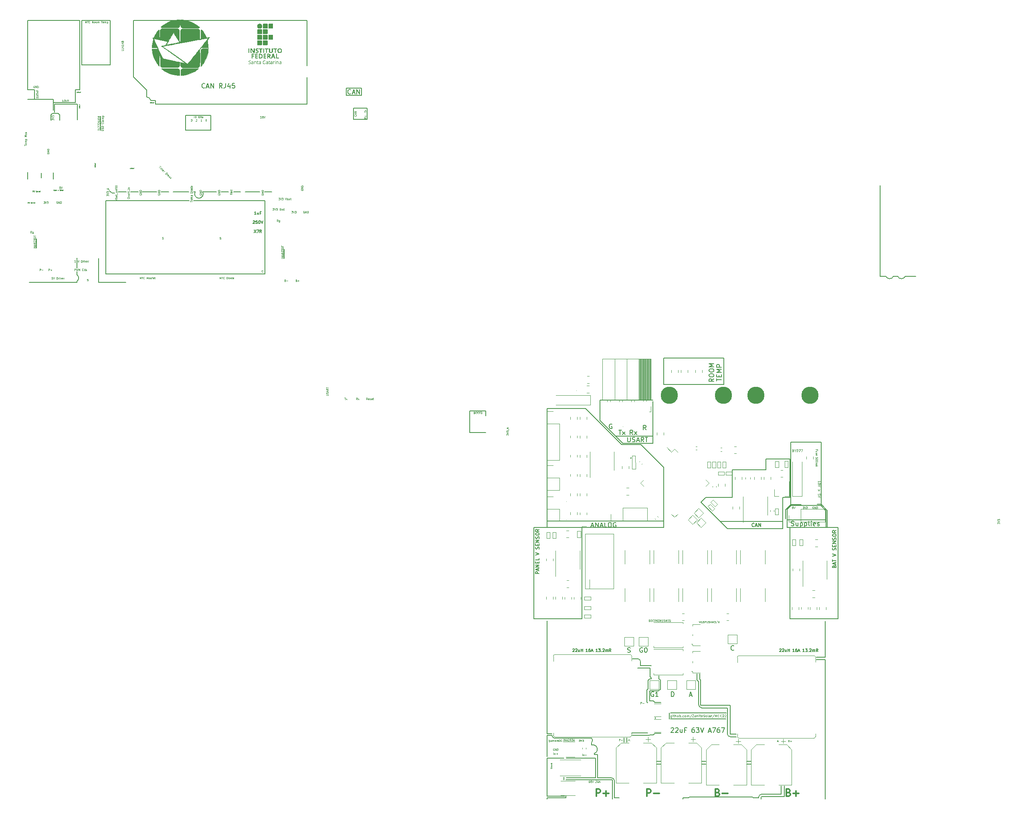
<source format=gbr>
%TF.GenerationSoftware,KiCad,Pcbnew,(6.0.9)*%
%TF.CreationDate,2022-11-24T15:29:20-03:00*%
%TF.ProjectId,main,6d61696e-2e6b-4696-9361-645f70636258,rev?*%
%TF.SameCoordinates,Original*%
%TF.FileFunction,Legend,Top*%
%TF.FilePolarity,Positive*%
%FSLAX46Y46*%
G04 Gerber Fmt 4.6, Leading zero omitted, Abs format (unit mm)*
G04 Created by KiCad (PCBNEW (6.0.9)) date 2022-11-24 15:29:20*
%MOMM*%
%LPD*%
G01*
G04 APERTURE LIST*
%ADD10C,0.150000*%
%ADD11C,0.050000*%
%ADD12C,0.100000*%
%ADD13C,0.125000*%
%ADD14C,0.377000*%
%ADD15C,0.075000*%
%ADD16C,0.120000*%
%ADD17C,0.010000*%
%ADD18C,3.650000*%
G04 APERTURE END LIST*
D10*
X63957200Y-175717200D02*
X63855600Y-175717200D01*
X19278600Y-162509200D02*
X20294600Y-162509200D01*
X-79926400Y-32380000D02*
X-79926400Y-29080000D01*
X19278600Y-175387000D02*
X19278600Y-167360600D01*
X77978000Y-146024600D02*
X78003400Y-146024600D01*
X29972000Y-171526200D02*
X32816800Y-171526200D01*
X56642000Y-88392000D02*
X43942000Y-88392000D01*
X43942000Y-82804000D01*
X56642000Y-82804000D01*
X56642000Y-88392000D01*
X29235400Y-166573200D02*
X29972000Y-166573200D01*
X-23146400Y-27286000D02*
X-23046400Y-27286000D01*
X30480000Y-91694000D02*
X41656000Y-91694000D01*
X59232800Y-162255200D02*
X57962800Y-162255200D01*
X33782000Y-99314000D02*
X41656000Y-99314000D01*
X-18732400Y-29966000D02*
X-21632400Y-29966000D01*
X19244000Y-117278000D02*
X43942000Y-117278000D01*
X-46951800Y-47656800D02*
X-45504000Y-47656800D01*
X-89010400Y-26080000D02*
X-89010400Y-28080000D01*
X69632000Y-114968000D02*
X69632000Y-114868000D01*
X45372400Y-159060400D02*
X57000000Y-159060400D01*
X42773600Y-153187400D02*
X42849800Y-153187400D01*
X64643000Y-174980600D02*
X68757800Y-174980600D01*
X-79997200Y-64497000D02*
X-79997200Y-65182800D01*
X-19946400Y-27286000D02*
X-20296400Y-27286000D01*
X-62160400Y-65030000D02*
X-73910400Y-65030000D01*
X-85010400Y-44980000D02*
X-85010400Y-43580000D01*
X-73062999Y-47529800D02*
G75*
G03*
X-72097800Y-47936200I772200J484601D01*
G01*
X-18732400Y-32366000D02*
X-18732400Y-29966000D01*
X-54810400Y-49530000D02*
X-43560400Y-49530000D01*
X64617600Y-175514000D02*
X69367400Y-175514000D01*
X-63610400Y-28380000D02*
X-63410400Y-28380000D01*
X77082000Y-113968000D02*
X70832000Y-113968000D01*
X-62160400Y-65030000D02*
X-43560400Y-65030000D01*
X57353200Y-156755500D02*
X57353200Y-162153600D01*
X37312600Y-146380200D02*
X38557200Y-146380200D01*
X-73960400Y-49530000D02*
X-73960400Y-65030000D01*
X-85046400Y-28080000D02*
X-90210400Y-28080000D01*
X58039000Y-162864800D02*
X59232800Y-162864800D01*
X-62242600Y-47656800D02*
X-60642400Y-47656800D01*
X-84010400Y-31080000D02*
X-83710400Y-31380000D01*
X56134000Y-117348000D02*
X69088000Y-117348000D01*
X-51752400Y-34652000D02*
X-51752400Y-31452000D01*
X42392600Y-168046400D02*
X43307000Y-168046400D01*
X57353192Y-162153599D02*
G75*
G03*
X58039000Y-162864800I651108J-58401D01*
G01*
X61468000Y-168046400D02*
X62382400Y-168046400D01*
X40894000Y-162585400D02*
X41046400Y-162433000D01*
X76708000Y-146024600D02*
X77978000Y-146024600D01*
X-89010400Y-26080000D02*
X-90410400Y-26080000D01*
X19278600Y-167360600D02*
X22860000Y-167360600D01*
X42849800Y-153187400D02*
X43205400Y-152831800D01*
X29514800Y-167360600D02*
X23317200Y-167360600D01*
X-65310400Y-26180000D02*
X-65310400Y-27580000D01*
X-83710400Y-32280000D02*
X-83710400Y-32480000D01*
X50977800Y-150876000D02*
X51282600Y-151180800D01*
X-87610400Y-44680000D02*
X-87610400Y-43680000D01*
X78003400Y-146024600D02*
X78003400Y-138379200D01*
X-73910400Y-65030000D02*
X-73960400Y-65030000D01*
X69982000Y-118618000D02*
X78232000Y-118618000D01*
X-55054400Y-47656800D02*
X-55105200Y-47656800D01*
X20777200Y-163144200D02*
X28625800Y-163144200D01*
X43205400Y-152831800D02*
X43205400Y-150876000D01*
X-84810400Y-29080000D02*
X-84810400Y-30780000D01*
X19278600Y-175742600D02*
X19278600Y-176047400D01*
X-90131800Y-66808400D02*
X-83654800Y-66808400D01*
X-79410400Y-26080000D02*
X-80410400Y-26080000D01*
X33070800Y-171983400D02*
X23291800Y-171983400D01*
X40360600Y-152984200D02*
X40614600Y-152730200D01*
X41046400Y-150164800D02*
X41046400Y-148361400D01*
X41275000Y-150393400D02*
X41046400Y-150164800D01*
X-79997200Y-61601400D02*
X-79997200Y-61957000D01*
X-31410400Y-20980000D02*
X-31410400Y-11380000D01*
X51282595Y-156032200D02*
G75*
G03*
X51929700Y-156755500I738405J9500D01*
G01*
X19278600Y-162229800D02*
X19278600Y-138328400D01*
X51931289Y-168681400D02*
X52845689Y-168681400D01*
X77216000Y-113968000D02*
X70732000Y-113968000D01*
X70732000Y-100584000D01*
X77216000Y-100584000D01*
X77216000Y-113968000D01*
X42392600Y-168681400D02*
X43307000Y-168681400D01*
X76174600Y-146024600D02*
X76708000Y-146024600D01*
X-85510400Y-31380000D02*
X-85210400Y-31080000D01*
X38989000Y-146913600D02*
X38989000Y-147777200D01*
X41046400Y-162433000D02*
X41681400Y-162433000D01*
X23342600Y-171526200D02*
X29514800Y-171526200D01*
X-68110400Y-23380000D02*
X-68110400Y-11380000D01*
X33528000Y-172237400D02*
X33528000Y-175717200D01*
X70832000Y-113968000D02*
X70782000Y-114018000D01*
X-85046400Y-30391000D02*
X-85046400Y-28080000D01*
X96926400Y-65481200D02*
X97155000Y-65481200D01*
X-31410400Y-23480000D02*
X-31410400Y-29080000D01*
X70832000Y-113768000D02*
X71032000Y-113768000D01*
X57962800Y-156159200D02*
X51739800Y-156159200D01*
X-23146400Y-25736000D02*
X-23146400Y-26286000D01*
X2950000Y-93952000D02*
X2950000Y-94552000D01*
X35534600Y-163957000D02*
X35534600Y-163068000D01*
X6150000Y-98552000D02*
X6350000Y-98552000D01*
X-88610400Y-59530000D02*
X-88610400Y-57580000D01*
X64490600Y-175641000D02*
X64617600Y-175514000D01*
X96926400Y-65481200D02*
X94970600Y-65481200D01*
X-55360400Y-49530000D02*
X-54810400Y-49530000D01*
X38989000Y-147777200D02*
X41300400Y-147777200D01*
X-51752400Y-31452000D02*
X-57052400Y-31452000D01*
X-23046400Y-27286000D02*
X-20296400Y-27286000D01*
X62712600Y-175590200D02*
X62839600Y-175717200D01*
X42062400Y-155625800D02*
X42570400Y-155625800D01*
X-79997200Y-62668200D02*
X-79997200Y-63760400D01*
X50977800Y-149504400D02*
X50977800Y-150876000D01*
X-80610400Y-28780000D02*
X-80410400Y-28780000D01*
X38862000Y-148361400D02*
X38404800Y-148361400D01*
X30480000Y-96012000D02*
X30480000Y-91694000D01*
X57962800Y-162255200D02*
X57962800Y-156159200D01*
X-68110400Y-23380000D02*
X-65310400Y-26180000D01*
X56134000Y-117348000D02*
X55880000Y-117348000D01*
X45143800Y-157841200D02*
X45143800Y-159060400D01*
X69982000Y-114818000D02*
X69982000Y-118368000D01*
X93319600Y-65481200D02*
X92481400Y-65481200D01*
X78482000Y-118618000D02*
X78482000Y-115018000D01*
X49352200Y-175590200D02*
X62712600Y-175590200D01*
X42570400Y-155625800D02*
X43332400Y-155625800D01*
X-85510400Y-32480000D02*
X-85510400Y-31380000D01*
X-63410400Y-28380000D02*
X-63410400Y-29080000D01*
X-43560400Y-65030000D02*
X-40310400Y-65030000D01*
X28676600Y-164084000D02*
X28676600Y-164617400D01*
X90830400Y-65481200D02*
G75*
G03*
X92481400Y-65481200I825500J361138D01*
G01*
X-71285000Y-47656800D02*
X-69583200Y-47656800D01*
X40970200Y-155295600D02*
X40970200Y-153187400D01*
X2950000Y-98552000D02*
X2950000Y-94552000D01*
X69982000Y-118368000D02*
X69982000Y-118618000D01*
X-53301800Y-47656800D02*
X-50584000Y-47656800D01*
X-90410400Y-28080000D02*
X-90210400Y-28080000D01*
X33528000Y-172237400D02*
G75*
G03*
X32816800Y-171526200I-670800J40400D01*
G01*
X29235405Y-166395416D02*
G75*
G03*
X28676600Y-164617400I-264105J893816D01*
G01*
X-83710400Y-31380000D02*
X-83710400Y-32280000D01*
X64490600Y-176047400D02*
X64490600Y-175641000D01*
X51739800Y-156159200D02*
X51739800Y-150876000D01*
X-90410400Y-43480000D02*
X-90410400Y-44980000D01*
X-80410400Y-28780000D02*
X-80410400Y-26080000D01*
X6150000Y-98552000D02*
X2950000Y-98552000D01*
X41656000Y-100838000D02*
X39370000Y-100838000D01*
X42113200Y-159004000D02*
X42113200Y-158750000D01*
X37287200Y-162585400D02*
X40894000Y-162585400D01*
X62839600Y-175717200D02*
X63906400Y-175717200D01*
X-31410400Y-11380000D02*
X-68110400Y-11380000D01*
X-53479600Y-47656800D02*
X-53301800Y-47656800D01*
X42037000Y-162102800D02*
X42545000Y-162102800D01*
X51929700Y-156755500D02*
X57353200Y-156755500D01*
X57100000Y-157841200D02*
X45372400Y-157841200D01*
X51739800Y-150876000D02*
X51536600Y-150672800D01*
X70782000Y-114018000D02*
X70232000Y-114568000D01*
X-75012400Y-34628000D02*
X-75012400Y-31628000D01*
X64643001Y-174980661D02*
G75*
G03*
X63957200Y-175717200I13199J-699839D01*
G01*
X43205400Y-150876000D02*
X42926000Y-150596600D01*
X-68668800Y-47656800D02*
X-67043200Y-47656800D01*
X6350000Y-93952000D02*
X2950000Y-93952000D01*
X49174400Y-175768000D02*
X49352200Y-175590200D01*
X26670000Y-137922000D02*
X16510000Y-137922000D01*
X16510000Y-118618000D01*
X26670000Y-118618000D01*
X26670000Y-137922000D01*
X78003400Y-146558000D02*
X76174600Y-146558000D01*
X29514800Y-171526200D02*
X29514800Y-167360600D01*
X19278600Y-162229800D02*
X20320000Y-162229800D01*
X-83680200Y-66808400D02*
X-79997200Y-66808400D01*
X-21632400Y-32366000D02*
X-18732400Y-32366000D01*
X-79410400Y-26080000D02*
X-79410400Y-11380000D01*
X40513000Y-155651200D02*
X40360600Y-155498800D01*
X77082000Y-113968000D02*
X78232000Y-115118000D01*
X41275000Y-150596600D02*
X41275000Y-150393400D01*
X-64410400Y-28380000D02*
X-63610400Y-28380000D01*
X-40310400Y-65030000D02*
X-40310400Y-49530000D01*
X40614600Y-152730200D02*
X40614600Y-150926800D01*
X40360600Y-155498800D02*
X40360600Y-152984200D01*
X-69710200Y-66808400D02*
X-75476000Y-66808400D01*
X-85010400Y-28780000D02*
X-80610400Y-28780000D01*
X6350000Y-94552000D02*
X6350000Y-93952000D01*
X28676600Y-164084000D02*
G75*
G03*
X28676600Y-163144200I-414800J469900D01*
G01*
X40614600Y-150926800D02*
X40944800Y-150596600D01*
X40944800Y-150596600D02*
X41275000Y-150596600D01*
X80772000Y-137922000D02*
X70612000Y-137922000D01*
X70612000Y-118618000D01*
X80772000Y-118618000D01*
X80772000Y-137922000D01*
X89662000Y-65481200D02*
X89662000Y-46278800D01*
X-19946400Y-25736000D02*
X-23146400Y-25736000D01*
X-55054400Y-47656800D02*
G75*
G03*
X-53479600Y-47656800I787400J-448254D01*
G01*
X69632000Y-114868000D02*
X70732000Y-113768000D01*
X35052000Y-101092000D02*
X39116000Y-101092000D01*
X43942000Y-105918000D01*
X43942000Y-118618000D01*
X19304000Y-118618000D01*
X19304000Y-93472000D01*
X27432000Y-93472000D01*
X35052000Y-101092000D01*
X-79997200Y-66554400D02*
G75*
G03*
X-79997200Y-65182800I-608399J685800D01*
G01*
X-23146400Y-26286000D02*
X-23146400Y-27286000D01*
X-63410400Y-29080000D02*
X-31410400Y-29080000D01*
X61468000Y-168681400D02*
X62382400Y-168681400D01*
X42926000Y-150596600D02*
X42926000Y-149936200D01*
X20294582Y-162509201D02*
G75*
G03*
X20777200Y-163144200I704318J34401D01*
G01*
X-57052400Y-34652000D02*
X-57052400Y-31452000D01*
X70612000Y-112268000D02*
X69088000Y-112268000D01*
X69088000Y-118872000D01*
X57404000Y-118872000D01*
X51816000Y-113284000D01*
X52832000Y-112268000D01*
X58420000Y-112268000D01*
X58420000Y-106426000D01*
X65532000Y-106426000D01*
X65532000Y-104140000D01*
X70612000Y-104140000D01*
X70612000Y-112268000D01*
X-73010400Y-11380000D02*
X-79010400Y-11380000D01*
X33528000Y-175717200D02*
X34518600Y-175717200D01*
X-43560400Y-49530000D02*
X-45110400Y-49530000D01*
X71032000Y-113768000D02*
X72932000Y-113768000D01*
X-66205000Y-47656800D02*
X-63157000Y-47656800D01*
X35306000Y-100838000D02*
X30480000Y-96012000D01*
X-59677200Y-47656800D02*
X-56451400Y-47656800D01*
X-73010400Y-20780000D02*
X-73010400Y-11380000D01*
X70232000Y-114568000D02*
X69982000Y-114818000D01*
X93319600Y-65481200D02*
G75*
G03*
X94970600Y-65481200I825500J361138D01*
G01*
X38557200Y-146380200D02*
X38506400Y-146380200D01*
X19278600Y-167005000D02*
X19278600Y-162509200D01*
X48006000Y-176047400D02*
X48006000Y-175768000D01*
X-38900000Y-47656800D02*
X-40398600Y-47656800D01*
X41656000Y-91948000D02*
X41656000Y-100838000D01*
X-49542600Y-47656800D02*
X-47993200Y-47656800D01*
X40970200Y-155295600D02*
X41732200Y-155295600D01*
X69632000Y-116768000D02*
X69632000Y-114968000D01*
X51282600Y-151180800D02*
X51282600Y-156032200D01*
X-55410000Y-47656800D02*
X-55105200Y-47656800D01*
X37137600Y-162001200D02*
X40563800Y-162001200D01*
X-90410400Y-11380000D02*
X-90410400Y-26080000D01*
X38989015Y-146913601D02*
G75*
G03*
X38531800Y-146380200I-511515J24201D01*
G01*
X77182000Y-113718000D02*
X78482000Y-115018000D01*
X6350000Y-94552000D02*
X6350000Y-94952000D01*
X41732200Y-155295600D02*
X42062400Y-155625800D01*
X-79997200Y-66808400D02*
X-79997200Y-66579800D01*
X-43560400Y-49530000D02*
X-40310400Y-49530000D01*
X42545000Y-162102800D02*
X43307000Y-162102800D01*
X41706800Y-162433000D02*
X42037000Y-162102800D01*
X-36260400Y-61680000D02*
X-36260400Y-59730000D01*
X39370000Y-100838000D02*
X35306000Y-100838000D01*
X51931289Y-168046400D02*
X52845689Y-168046400D01*
X36118800Y-163957000D02*
X36118800Y-163068000D01*
X-75476000Y-66808400D02*
X-75476000Y-61728400D01*
X-79926400Y-29080000D02*
X-84810400Y-29080000D01*
X23291800Y-175742600D02*
X19278600Y-175742600D01*
X90779600Y-65481200D02*
X89662000Y-65481200D01*
X33070800Y-176047400D02*
X33070800Y-171983400D01*
X78003400Y-176047400D02*
X78003400Y-146558000D01*
X70832000Y-113768000D02*
X70732000Y-113768000D01*
X78232000Y-118618000D02*
X78232000Y-115118000D01*
X40970200Y-153187400D02*
X42773600Y-153187400D01*
X78232000Y-116968000D02*
X69982000Y-116968000D01*
X76332000Y-113718000D02*
X77182000Y-113718000D01*
X-85210400Y-31080000D02*
X-84010400Y-31080000D01*
X29972000Y-166573200D02*
X29972000Y-171526200D01*
X41046400Y-148361400D02*
X38862000Y-148361400D01*
X-64410400Y-28380000D02*
G75*
G03*
X-65310400Y-27582080I-942790J-156874D01*
G01*
X51536600Y-150672800D02*
X51536600Y-149504400D01*
X-56360400Y-49530000D02*
X-73960400Y-49530000D01*
X29235400Y-166395400D02*
X29235400Y-166573200D01*
X-21632400Y-29966000D02*
X-21632400Y-32366000D01*
X22987000Y-175387000D02*
X19278600Y-175387000D01*
X48006000Y-175768000D02*
X49174400Y-175768000D01*
X-79410400Y-11380000D02*
X-90410400Y-11380000D01*
X68757800Y-174980600D02*
X68757800Y-173228000D01*
X-44437200Y-47656800D02*
X-41389200Y-47656800D01*
X-57052400Y-34652000D02*
X-51752400Y-34652000D01*
X-19946400Y-27286000D02*
X-19946400Y-25736000D01*
X-79010400Y-20780000D02*
X-79010400Y-11380000D01*
X-79010400Y-20780000D02*
X-73010400Y-20780000D01*
X22834600Y-171983400D02*
X22834600Y-171373800D01*
X69367400Y-175514000D02*
X69367400Y-173253400D01*
X28676600Y-163144200D02*
X28625800Y-163144200D01*
X23291800Y-175361600D02*
X23291800Y-175742600D01*
D11*
X-76119923Y-42289523D02*
X-76119923Y-42403809D01*
X-76119923Y-42346666D02*
X-76319923Y-42346666D01*
X-76291352Y-42365714D01*
X-76272304Y-42384761D01*
X-76262780Y-42403809D01*
X-76319923Y-42165714D02*
X-76319923Y-42146666D01*
X-76310400Y-42127619D01*
X-76300876Y-42118095D01*
X-76281828Y-42108571D01*
X-76243733Y-42099047D01*
X-76196114Y-42099047D01*
X-76158019Y-42108571D01*
X-76138971Y-42118095D01*
X-76129447Y-42127619D01*
X-76119923Y-42146666D01*
X-76119923Y-42165714D01*
X-76129447Y-42184761D01*
X-76138971Y-42194285D01*
X-76158019Y-42203809D01*
X-76196114Y-42213333D01*
X-76243733Y-42213333D01*
X-76281828Y-42203809D01*
X-76300876Y-42194285D01*
X-76310400Y-42184761D01*
X-76319923Y-42165714D01*
X-76319923Y-41975238D02*
X-76319923Y-41956190D01*
X-76310400Y-41937142D01*
X-76300876Y-41927619D01*
X-76281828Y-41918095D01*
X-76243733Y-41908571D01*
X-76196114Y-41908571D01*
X-76158019Y-41918095D01*
X-76138971Y-41927619D01*
X-76129447Y-41937142D01*
X-76119923Y-41956190D01*
X-76119923Y-41975238D01*
X-76129447Y-41994285D01*
X-76138971Y-42003809D01*
X-76158019Y-42013333D01*
X-76196114Y-42022857D01*
X-76243733Y-42022857D01*
X-76281828Y-42013333D01*
X-76300876Y-42003809D01*
X-76310400Y-41994285D01*
X-76319923Y-41975238D01*
X-76253257Y-41822857D02*
X-76119923Y-41822857D01*
X-76234209Y-41822857D02*
X-76243733Y-41813333D01*
X-76253257Y-41794285D01*
X-76253257Y-41765714D01*
X-76243733Y-41746666D01*
X-76224685Y-41737142D01*
X-76119923Y-41737142D01*
X-76224685Y-41575238D02*
X-76224685Y-41641904D01*
X-76119923Y-41641904D02*
X-76319923Y-41641904D01*
X-76319923Y-41546666D01*
D12*
X-41010400Y-48113961D02*
X-41029447Y-48152057D01*
X-41029447Y-48209200D01*
X-41010400Y-48266342D01*
X-40972304Y-48304438D01*
X-40934209Y-48323485D01*
X-40858019Y-48342533D01*
X-40800876Y-48342533D01*
X-40724685Y-48323485D01*
X-40686590Y-48304438D01*
X-40648495Y-48266342D01*
X-40629447Y-48209200D01*
X-40629447Y-48171104D01*
X-40648495Y-48113961D01*
X-40667542Y-48094914D01*
X-40800876Y-48094914D01*
X-40800876Y-48171104D01*
X-40629447Y-47923485D02*
X-41029447Y-47923485D01*
X-40629447Y-47694914D01*
X-41029447Y-47694914D01*
X-40629447Y-47504438D02*
X-41029447Y-47504438D01*
X-41029447Y-47409200D01*
X-41010400Y-47352057D01*
X-40972304Y-47313961D01*
X-40934209Y-47294914D01*
X-40858019Y-47275866D01*
X-40800876Y-47275866D01*
X-40724685Y-47294914D01*
X-40686590Y-47313961D01*
X-40648495Y-47352057D01*
X-40629447Y-47409200D01*
X-40629447Y-47504438D01*
X70367552Y-163725228D02*
X70424695Y-163744276D01*
X70443742Y-163763323D01*
X70462790Y-163801419D01*
X70462790Y-163858561D01*
X70443742Y-163896657D01*
X70424695Y-163915704D01*
X70386600Y-163934752D01*
X70234219Y-163934752D01*
X70234219Y-163534752D01*
X70367552Y-163534752D01*
X70405647Y-163553800D01*
X70424695Y-163572847D01*
X70443742Y-163610942D01*
X70443742Y-163649038D01*
X70424695Y-163687133D01*
X70405647Y-163706180D01*
X70367552Y-163725228D01*
X70234219Y-163725228D01*
X70634219Y-163782371D02*
X70938980Y-163782371D01*
X70786600Y-163934752D02*
X70786600Y-163629990D01*
D10*
X54511380Y-87161523D02*
X54035190Y-87494857D01*
X54511380Y-87732952D02*
X53511380Y-87732952D01*
X53511380Y-87352000D01*
X53559000Y-87256761D01*
X53606619Y-87209142D01*
X53701857Y-87161523D01*
X53844714Y-87161523D01*
X53939952Y-87209142D01*
X53987571Y-87256761D01*
X54035190Y-87352000D01*
X54035190Y-87732952D01*
X53511380Y-86542476D02*
X53511380Y-86352000D01*
X53559000Y-86256761D01*
X53654238Y-86161523D01*
X53844714Y-86113904D01*
X54178047Y-86113904D01*
X54368523Y-86161523D01*
X54463761Y-86256761D01*
X54511380Y-86352000D01*
X54511380Y-86542476D01*
X54463761Y-86637714D01*
X54368523Y-86732952D01*
X54178047Y-86780571D01*
X53844714Y-86780571D01*
X53654238Y-86732952D01*
X53559000Y-86637714D01*
X53511380Y-86542476D01*
X53511380Y-85494857D02*
X53511380Y-85304380D01*
X53559000Y-85209142D01*
X53654238Y-85113904D01*
X53844714Y-85066285D01*
X54178047Y-85066285D01*
X54368523Y-85113904D01*
X54463761Y-85209142D01*
X54511380Y-85304380D01*
X54511380Y-85494857D01*
X54463761Y-85590095D01*
X54368523Y-85685333D01*
X54178047Y-85732952D01*
X53844714Y-85732952D01*
X53654238Y-85685333D01*
X53559000Y-85590095D01*
X53511380Y-85494857D01*
X54511380Y-84637714D02*
X53511380Y-84637714D01*
X54225666Y-84304380D01*
X53511380Y-83971047D01*
X54511380Y-83971047D01*
X55121380Y-87661523D02*
X55121380Y-87090095D01*
X56121380Y-87375809D02*
X55121380Y-87375809D01*
X55597571Y-86756761D02*
X55597571Y-86423428D01*
X56121380Y-86280571D02*
X56121380Y-86756761D01*
X55121380Y-86756761D01*
X55121380Y-86280571D01*
X56121380Y-85852000D02*
X55121380Y-85852000D01*
X55835666Y-85518666D01*
X55121380Y-85185333D01*
X56121380Y-85185333D01*
X56121380Y-84709142D02*
X55121380Y-84709142D01*
X55121380Y-84328190D01*
X55169000Y-84232952D01*
X55216619Y-84185333D01*
X55311857Y-84137714D01*
X55454714Y-84137714D01*
X55549952Y-84185333D01*
X55597571Y-84232952D01*
X55645190Y-84328190D01*
X55645190Y-84709142D01*
X36290285Y-144981561D02*
X36433142Y-145029180D01*
X36671238Y-145029180D01*
X36766476Y-144981561D01*
X36814095Y-144933942D01*
X36861714Y-144838704D01*
X36861714Y-144743466D01*
X36814095Y-144648228D01*
X36766476Y-144600609D01*
X36671238Y-144552990D01*
X36480761Y-144505371D01*
X36385523Y-144457752D01*
X36337904Y-144410133D01*
X36290285Y-144314895D01*
X36290285Y-144219657D01*
X36337904Y-144124419D01*
X36385523Y-144076800D01*
X36480761Y-144029180D01*
X36718857Y-144029180D01*
X36861714Y-144076800D01*
D12*
X-56086247Y-49777485D02*
X-56086247Y-49548914D01*
X-55686247Y-49663200D02*
X-56086247Y-49663200D01*
X-55705295Y-49263200D02*
X-55686247Y-49301295D01*
X-55686247Y-49377485D01*
X-55705295Y-49415580D01*
X-55743390Y-49434628D01*
X-55895771Y-49434628D01*
X-55933866Y-49415580D01*
X-55952914Y-49377485D01*
X-55952914Y-49301295D01*
X-55933866Y-49263200D01*
X-55895771Y-49244152D01*
X-55857676Y-49244152D01*
X-55819580Y-49434628D01*
X-55686247Y-49072723D02*
X-55952914Y-49072723D01*
X-55914819Y-49072723D02*
X-55933866Y-49053676D01*
X-55952914Y-49015580D01*
X-55952914Y-48958438D01*
X-55933866Y-48920342D01*
X-55895771Y-48901295D01*
X-55686247Y-48901295D01*
X-55895771Y-48901295D02*
X-55933866Y-48882247D01*
X-55952914Y-48844152D01*
X-55952914Y-48787009D01*
X-55933866Y-48748914D01*
X-55895771Y-48729866D01*
X-55686247Y-48729866D01*
X-55952914Y-48539390D02*
X-55552914Y-48539390D01*
X-55933866Y-48539390D02*
X-55952914Y-48501295D01*
X-55952914Y-48425104D01*
X-55933866Y-48387009D01*
X-55914819Y-48367961D01*
X-55876723Y-48348914D01*
X-55762438Y-48348914D01*
X-55724342Y-48367961D01*
X-55705295Y-48387009D01*
X-55686247Y-48425104D01*
X-55686247Y-48501295D01*
X-55705295Y-48539390D01*
X-55686247Y-47872723D02*
X-56086247Y-47872723D01*
X-56086247Y-47777485D01*
X-56067200Y-47720342D01*
X-56029104Y-47682247D01*
X-55991009Y-47663200D01*
X-55914819Y-47644152D01*
X-55857676Y-47644152D01*
X-55781485Y-47663200D01*
X-55743390Y-47682247D01*
X-55705295Y-47720342D01*
X-55686247Y-47777485D01*
X-55686247Y-47872723D01*
X-55686247Y-47472723D02*
X-55952914Y-47472723D01*
X-56086247Y-47472723D02*
X-56067200Y-47491771D01*
X-56048152Y-47472723D01*
X-56067200Y-47453676D01*
X-56086247Y-47472723D01*
X-56048152Y-47472723D01*
X-55686247Y-47225104D02*
X-55705295Y-47263200D01*
X-55724342Y-47282247D01*
X-55762438Y-47301295D01*
X-55876723Y-47301295D01*
X-55914819Y-47282247D01*
X-55933866Y-47263200D01*
X-55952914Y-47225104D01*
X-55952914Y-47167961D01*
X-55933866Y-47129866D01*
X-55914819Y-47110819D01*
X-55876723Y-47091771D01*
X-55762438Y-47091771D01*
X-55724342Y-47110819D01*
X-55705295Y-47129866D01*
X-55686247Y-47167961D01*
X-55686247Y-47225104D01*
X-55686247Y-46748914D02*
X-56086247Y-46748914D01*
X-55705295Y-46748914D02*
X-55686247Y-46787009D01*
X-55686247Y-46863200D01*
X-55705295Y-46901295D01*
X-55724342Y-46920342D01*
X-55762438Y-46939390D01*
X-55876723Y-46939390D01*
X-55914819Y-46920342D01*
X-55933866Y-46901295D01*
X-55952914Y-46863200D01*
X-55952914Y-46787009D01*
X-55933866Y-46748914D01*
X-55705295Y-46406057D02*
X-55686247Y-46444152D01*
X-55686247Y-46520342D01*
X-55705295Y-46558438D01*
X-55743390Y-46577485D01*
X-55895771Y-46577485D01*
X-55933866Y-46558438D01*
X-55952914Y-46520342D01*
X-55952914Y-46444152D01*
X-55933866Y-46406057D01*
X-55895771Y-46387009D01*
X-55857676Y-46387009D01*
X-55819580Y-46577485D01*
X-18951447Y-31904095D02*
X-19141923Y-32037428D01*
X-18951447Y-32132666D02*
X-19351447Y-32132666D01*
X-19351447Y-31980285D01*
X-19332400Y-31942190D01*
X-19313352Y-31923142D01*
X-19275257Y-31904095D01*
X-19218114Y-31904095D01*
X-19180019Y-31923142D01*
X-19160971Y-31942190D01*
X-19141923Y-31980285D01*
X-19141923Y-32132666D01*
X-18951447Y-31770761D02*
X-19218114Y-31561238D01*
X-19218114Y-31770761D02*
X-18951447Y-31561238D01*
X-88229447Y-27599047D02*
X-88229447Y-27827619D01*
X-88229447Y-27713333D02*
X-88629447Y-27713333D01*
X-88572304Y-27751428D01*
X-88534209Y-27789523D01*
X-88515161Y-27827619D01*
X-88629447Y-27351428D02*
X-88629447Y-27313333D01*
X-88610400Y-27275238D01*
X-88591352Y-27256190D01*
X-88553257Y-27237142D01*
X-88477066Y-27218095D01*
X-88381828Y-27218095D01*
X-88305638Y-27237142D01*
X-88267542Y-27256190D01*
X-88248495Y-27275238D01*
X-88229447Y-27313333D01*
X-88229447Y-27351428D01*
X-88248495Y-27389523D01*
X-88267542Y-27408571D01*
X-88305638Y-27427619D01*
X-88381828Y-27446666D01*
X-88477066Y-27446666D01*
X-88553257Y-27427619D01*
X-88591352Y-27408571D01*
X-88610400Y-27389523D01*
X-88629447Y-27351428D01*
X-88629447Y-26970476D02*
X-88629447Y-26932380D01*
X-88610400Y-26894285D01*
X-88591352Y-26875238D01*
X-88553257Y-26856190D01*
X-88477066Y-26837142D01*
X-88381828Y-26837142D01*
X-88305638Y-26856190D01*
X-88267542Y-26875238D01*
X-88248495Y-26894285D01*
X-88229447Y-26932380D01*
X-88229447Y-26970476D01*
X-88248495Y-27008571D01*
X-88267542Y-27027619D01*
X-88305638Y-27046666D01*
X-88381828Y-27065714D01*
X-88477066Y-27065714D01*
X-88553257Y-27046666D01*
X-88591352Y-27027619D01*
X-88610400Y-27008571D01*
X-88629447Y-26970476D01*
X-88496114Y-26665714D02*
X-88229447Y-26665714D01*
X-88458019Y-26665714D02*
X-88477066Y-26646666D01*
X-88496114Y-26608571D01*
X-88496114Y-26551428D01*
X-88477066Y-26513333D01*
X-88438971Y-26494285D01*
X-88229447Y-26494285D01*
X-88438971Y-26170476D02*
X-88438971Y-26303809D01*
X-88229447Y-26303809D02*
X-88629447Y-26303809D01*
X-88629447Y-26113333D01*
X40935714Y-138271428D02*
X40992857Y-138290476D01*
X41011904Y-138309523D01*
X41030952Y-138347619D01*
X41030952Y-138404761D01*
X41011904Y-138442857D01*
X40992857Y-138461904D01*
X40954761Y-138480952D01*
X40802380Y-138480952D01*
X40802380Y-138080952D01*
X40935714Y-138080952D01*
X40973809Y-138100000D01*
X40992857Y-138119047D01*
X41011904Y-138157142D01*
X41011904Y-138195238D01*
X40992857Y-138233333D01*
X40973809Y-138252380D01*
X40935714Y-138271428D01*
X40802380Y-138271428D01*
X41183333Y-138461904D02*
X41240476Y-138480952D01*
X41335714Y-138480952D01*
X41373809Y-138461904D01*
X41392857Y-138442857D01*
X41411904Y-138404761D01*
X41411904Y-138366666D01*
X41392857Y-138328571D01*
X41373809Y-138309523D01*
X41335714Y-138290476D01*
X41259523Y-138271428D01*
X41221428Y-138252380D01*
X41202380Y-138233333D01*
X41183333Y-138195238D01*
X41183333Y-138157142D01*
X41202380Y-138119047D01*
X41221428Y-138100000D01*
X41259523Y-138080952D01*
X41354761Y-138080952D01*
X41411904Y-138100000D01*
X41811904Y-138442857D02*
X41792857Y-138461904D01*
X41735714Y-138480952D01*
X41697619Y-138480952D01*
X41640476Y-138461904D01*
X41602380Y-138423809D01*
X41583333Y-138385714D01*
X41564285Y-138309523D01*
X41564285Y-138252380D01*
X41583333Y-138176190D01*
X41602380Y-138138095D01*
X41640476Y-138100000D01*
X41697619Y-138080952D01*
X41735714Y-138080952D01*
X41792857Y-138100000D01*
X41811904Y-138119047D01*
X42059523Y-138080952D02*
X42097619Y-138080952D01*
X42135714Y-138100000D01*
X42154761Y-138119047D01*
X42173809Y-138157142D01*
X42192857Y-138233333D01*
X42192857Y-138328571D01*
X42173809Y-138404761D01*
X42154761Y-138442857D01*
X42135714Y-138461904D01*
X42097619Y-138480952D01*
X42059523Y-138480952D01*
X42021428Y-138461904D01*
X42002380Y-138442857D01*
X41983333Y-138404761D01*
X41964285Y-138328571D01*
X41964285Y-138233333D01*
X41983333Y-138157142D01*
X42002380Y-138119047D01*
X42021428Y-138100000D01*
X42059523Y-138080952D01*
X42383333Y-138480952D02*
X42459523Y-138480952D01*
X42497619Y-138461904D01*
X42516666Y-138442857D01*
X42554761Y-138385714D01*
X42573809Y-138309523D01*
X42573809Y-138157142D01*
X42554761Y-138119047D01*
X42535714Y-138100000D01*
X42497619Y-138080952D01*
X42421428Y-138080952D01*
X42383333Y-138100000D01*
X42364285Y-138119047D01*
X42345238Y-138157142D01*
X42345238Y-138252380D01*
X42364285Y-138290476D01*
X42383333Y-138309523D01*
X42421428Y-138328571D01*
X42497619Y-138328571D01*
X42535714Y-138309523D01*
X42554761Y-138290476D01*
X42573809Y-138252380D01*
X42707142Y-138080952D02*
X42954761Y-138080952D01*
X42821428Y-138233333D01*
X42878571Y-138233333D01*
X42916666Y-138252380D01*
X42935714Y-138271428D01*
X42954761Y-138309523D01*
X42954761Y-138404761D01*
X42935714Y-138442857D01*
X42916666Y-138461904D01*
X42878571Y-138480952D01*
X42764285Y-138480952D01*
X42726190Y-138461904D01*
X42707142Y-138442857D01*
X43126190Y-138480952D02*
X43126190Y-138080952D01*
X43354761Y-138480952D01*
X43354761Y-138080952D01*
X43754761Y-138480952D02*
X43526190Y-138480952D01*
X43640476Y-138480952D02*
X43640476Y-138080952D01*
X43602380Y-138138095D01*
X43564285Y-138176190D01*
X43526190Y-138195238D01*
X44116666Y-138080952D02*
X43926190Y-138080952D01*
X43907142Y-138271428D01*
X43926190Y-138252380D01*
X43964285Y-138233333D01*
X44059523Y-138233333D01*
X44097619Y-138252380D01*
X44116666Y-138271428D01*
X44135714Y-138309523D01*
X44135714Y-138404761D01*
X44116666Y-138442857D01*
X44097619Y-138461904D01*
X44059523Y-138480952D01*
X43964285Y-138480952D01*
X43926190Y-138461904D01*
X43907142Y-138442857D01*
X44307142Y-138480952D02*
X44307142Y-138080952D01*
X44535714Y-138480952D01*
X44535714Y-138080952D01*
X44707142Y-138461904D02*
X44764285Y-138480952D01*
X44859523Y-138480952D01*
X44897619Y-138461904D01*
X44916666Y-138442857D01*
X44935714Y-138404761D01*
X44935714Y-138366666D01*
X44916666Y-138328571D01*
X44897619Y-138309523D01*
X44859523Y-138290476D01*
X44783333Y-138271428D01*
X44745238Y-138252380D01*
X44726190Y-138233333D01*
X44707142Y-138195238D01*
X44707142Y-138157142D01*
X44726190Y-138119047D01*
X44745238Y-138100000D01*
X44783333Y-138080952D01*
X44878571Y-138080952D01*
X44935714Y-138100000D01*
X45297619Y-138080952D02*
X45107142Y-138080952D01*
X45088095Y-138271428D01*
X45107142Y-138252380D01*
X45145238Y-138233333D01*
X45240476Y-138233333D01*
X45278571Y-138252380D01*
X45297619Y-138271428D01*
X45316666Y-138309523D01*
X45316666Y-138404761D01*
X45297619Y-138442857D01*
X45278571Y-138461904D01*
X45240476Y-138480952D01*
X45145238Y-138480952D01*
X45107142Y-138461904D01*
X45088095Y-138442857D01*
X-71961247Y-49437780D02*
X-71561247Y-49304447D01*
X-71961247Y-49171114D01*
X-71561247Y-49037780D02*
X-71961247Y-49037780D01*
X-71808866Y-49037780D02*
X-71827914Y-48999685D01*
X-71827914Y-48923495D01*
X-71808866Y-48885400D01*
X-71789819Y-48866352D01*
X-71751723Y-48847304D01*
X-71637438Y-48847304D01*
X-71599342Y-48866352D01*
X-71580295Y-48885400D01*
X-71561247Y-48923495D01*
X-71561247Y-48999685D01*
X-71580295Y-49037780D01*
X-71561247Y-48504447D02*
X-71770771Y-48504447D01*
X-71808866Y-48523495D01*
X-71827914Y-48561590D01*
X-71827914Y-48637780D01*
X-71808866Y-48675876D01*
X-71580295Y-48504447D02*
X-71561247Y-48542542D01*
X-71561247Y-48637780D01*
X-71580295Y-48675876D01*
X-71618390Y-48694923D01*
X-71656485Y-48694923D01*
X-71694580Y-48675876D01*
X-71713628Y-48637780D01*
X-71713628Y-48542542D01*
X-71732676Y-48504447D01*
X-71827914Y-48371114D02*
X-71827914Y-48218733D01*
X-71961247Y-48313971D02*
X-71618390Y-48313971D01*
X-71580295Y-48294923D01*
X-71561247Y-48256828D01*
X-71561247Y-48218733D01*
X-71523152Y-48180638D02*
X-71523152Y-47875876D01*
X-71827914Y-47609209D02*
X-71561247Y-47609209D01*
X-71827914Y-47780638D02*
X-71618390Y-47780638D01*
X-71580295Y-47761590D01*
X-71561247Y-47723495D01*
X-71561247Y-47666352D01*
X-71580295Y-47628257D01*
X-71599342Y-47609209D01*
X-71827914Y-47418733D02*
X-71561247Y-47418733D01*
X-71789819Y-47418733D02*
X-71808866Y-47399685D01*
X-71827914Y-47361590D01*
X-71827914Y-47304447D01*
X-71808866Y-47266352D01*
X-71770771Y-47247304D01*
X-71561247Y-47247304D01*
X-71827914Y-47113971D02*
X-71827914Y-46961590D01*
X-71561247Y-47056828D02*
X-71904104Y-47056828D01*
X-71942200Y-47037780D01*
X-71961247Y-46999685D01*
X-71961247Y-46961590D01*
X-71561247Y-46828257D02*
X-71827914Y-46828257D01*
X-71961247Y-46828257D02*
X-71942200Y-46847304D01*
X-71923152Y-46828257D01*
X-71942200Y-46809209D01*
X-71961247Y-46828257D01*
X-71923152Y-46828257D01*
X-71561247Y-46580638D02*
X-71580295Y-46618733D01*
X-71618390Y-46637780D01*
X-71961247Y-46637780D01*
X-71827914Y-46485400D02*
X-71827914Y-46333019D01*
X-71961247Y-46428257D02*
X-71618390Y-46428257D01*
X-71580295Y-46409209D01*
X-71561247Y-46371114D01*
X-71561247Y-46333019D01*
X-36429447Y-61684761D02*
X-36829447Y-61684761D01*
X-36429447Y-61494285D02*
X-36829447Y-61494285D01*
X-36429447Y-61265714D01*
X-36829447Y-61265714D01*
X-36543733Y-61094285D02*
X-36543733Y-60903809D01*
X-36429447Y-61132380D02*
X-36829447Y-60999047D01*
X-36429447Y-60865714D01*
X-36658019Y-60675238D02*
X-36677066Y-60713333D01*
X-36696114Y-60732380D01*
X-36734209Y-60751428D01*
X-36753257Y-60751428D01*
X-36791352Y-60732380D01*
X-36810400Y-60713333D01*
X-36829447Y-60675238D01*
X-36829447Y-60599047D01*
X-36810400Y-60560952D01*
X-36791352Y-60541904D01*
X-36753257Y-60522857D01*
X-36734209Y-60522857D01*
X-36696114Y-60541904D01*
X-36677066Y-60560952D01*
X-36658019Y-60599047D01*
X-36658019Y-60675238D01*
X-36638971Y-60713333D01*
X-36619923Y-60732380D01*
X-36581828Y-60751428D01*
X-36505638Y-60751428D01*
X-36467542Y-60732380D01*
X-36448495Y-60713333D01*
X-36429447Y-60675238D01*
X-36429447Y-60599047D01*
X-36448495Y-60560952D01*
X-36467542Y-60541904D01*
X-36505638Y-60522857D01*
X-36581828Y-60522857D01*
X-36619923Y-60541904D01*
X-36638971Y-60560952D01*
X-36658019Y-60599047D01*
X-36791352Y-60370476D02*
X-36810400Y-60351428D01*
X-36829447Y-60313333D01*
X-36829447Y-60218095D01*
X-36810400Y-60180000D01*
X-36791352Y-60160952D01*
X-36753257Y-60141904D01*
X-36715161Y-60141904D01*
X-36658019Y-60160952D01*
X-36429447Y-60389523D01*
X-36429447Y-60141904D01*
X-36829447Y-60008571D02*
X-36829447Y-59760952D01*
X-36677066Y-59894285D01*
X-36677066Y-59837142D01*
X-36658019Y-59799047D01*
X-36638971Y-59780000D01*
X-36600876Y-59760952D01*
X-36505638Y-59760952D01*
X-36467542Y-59780000D01*
X-36448495Y-59799047D01*
X-36429447Y-59837142D01*
X-36429447Y-59951428D01*
X-36448495Y-59989523D01*
X-36467542Y-60008571D01*
X-36429447Y-59589523D02*
X-36829447Y-59589523D01*
X-36829447Y-59494285D01*
X-36810400Y-59437142D01*
X-36772304Y-59399047D01*
X-36734209Y-59380000D01*
X-36658019Y-59360952D01*
X-36600876Y-59360952D01*
X-36524685Y-59380000D01*
X-36486590Y-59399047D01*
X-36448495Y-59437142D01*
X-36429447Y-59494285D01*
X-36429447Y-59589523D01*
X-36829447Y-59246666D02*
X-36829447Y-59018095D01*
X-36429447Y-59132380D02*
X-36829447Y-59132380D01*
D10*
X70855809Y-118222761D02*
X70998666Y-118270380D01*
X71236761Y-118270380D01*
X71332000Y-118222761D01*
X71379619Y-118175142D01*
X71427238Y-118079904D01*
X71427238Y-117984666D01*
X71379619Y-117889428D01*
X71332000Y-117841809D01*
X71236761Y-117794190D01*
X71046285Y-117746571D01*
X70951047Y-117698952D01*
X70903428Y-117651333D01*
X70855809Y-117556095D01*
X70855809Y-117460857D01*
X70903428Y-117365619D01*
X70951047Y-117318000D01*
X71046285Y-117270380D01*
X71284380Y-117270380D01*
X71427238Y-117318000D01*
X72284380Y-117603714D02*
X72284380Y-118270380D01*
X71855809Y-117603714D02*
X71855809Y-118127523D01*
X71903428Y-118222761D01*
X71998666Y-118270380D01*
X72141523Y-118270380D01*
X72236761Y-118222761D01*
X72284380Y-118175142D01*
X72760571Y-117603714D02*
X72760571Y-118603714D01*
X72760571Y-117651333D02*
X72855809Y-117603714D01*
X73046285Y-117603714D01*
X73141523Y-117651333D01*
X73189142Y-117698952D01*
X73236761Y-117794190D01*
X73236761Y-118079904D01*
X73189142Y-118175142D01*
X73141523Y-118222761D01*
X73046285Y-118270380D01*
X72855809Y-118270380D01*
X72760571Y-118222761D01*
X73665333Y-117603714D02*
X73665333Y-118603714D01*
X73665333Y-117651333D02*
X73760571Y-117603714D01*
X73951047Y-117603714D01*
X74046285Y-117651333D01*
X74093904Y-117698952D01*
X74141523Y-117794190D01*
X74141523Y-118079904D01*
X74093904Y-118175142D01*
X74046285Y-118222761D01*
X73951047Y-118270380D01*
X73760571Y-118270380D01*
X73665333Y-118222761D01*
X74712952Y-118270380D02*
X74617714Y-118222761D01*
X74570095Y-118127523D01*
X74570095Y-117270380D01*
X75093904Y-118270380D02*
X75093904Y-117603714D01*
X75093904Y-117270380D02*
X75046285Y-117318000D01*
X75093904Y-117365619D01*
X75141523Y-117318000D01*
X75093904Y-117270380D01*
X75093904Y-117365619D01*
X75951047Y-118222761D02*
X75855809Y-118270380D01*
X75665333Y-118270380D01*
X75570095Y-118222761D01*
X75522476Y-118127523D01*
X75522476Y-117746571D01*
X75570095Y-117651333D01*
X75665333Y-117603714D01*
X75855809Y-117603714D01*
X75951047Y-117651333D01*
X75998666Y-117746571D01*
X75998666Y-117841809D01*
X75522476Y-117937047D01*
X76379619Y-118222761D02*
X76474857Y-118270380D01*
X76665333Y-118270380D01*
X76760571Y-118222761D01*
X76808190Y-118127523D01*
X76808190Y-118079904D01*
X76760571Y-117984666D01*
X76665333Y-117937047D01*
X76522476Y-117937047D01*
X76427238Y-117889428D01*
X76379619Y-117794190D01*
X76379619Y-117746571D01*
X76427238Y-117651333D01*
X76522476Y-117603714D01*
X76665333Y-117603714D01*
X76760571Y-117651333D01*
D12*
X-55949733Y-32332952D02*
X-55702114Y-32332952D01*
X-55835447Y-32485333D01*
X-55778304Y-32485333D01*
X-55740209Y-32504380D01*
X-55721161Y-32523428D01*
X-55702114Y-32561523D01*
X-55702114Y-32656761D01*
X-55721161Y-32694857D01*
X-55740209Y-32713904D01*
X-55778304Y-32732952D01*
X-55892590Y-32732952D01*
X-55930685Y-32713904D01*
X-55949733Y-32694857D01*
D10*
X39409714Y-144076800D02*
X39314476Y-144029180D01*
X39171619Y-144029180D01*
X39028761Y-144076800D01*
X38933523Y-144172038D01*
X38885904Y-144267276D01*
X38838285Y-144457752D01*
X38838285Y-144600609D01*
X38885904Y-144791085D01*
X38933523Y-144886323D01*
X39028761Y-144981561D01*
X39171619Y-145029180D01*
X39266857Y-145029180D01*
X39409714Y-144981561D01*
X39457333Y-144933942D01*
X39457333Y-144600609D01*
X39266857Y-144600609D01*
X40076380Y-144029180D02*
X40171619Y-144029180D01*
X40266857Y-144076800D01*
X40314476Y-144124419D01*
X40362095Y-144219657D01*
X40409714Y-144410133D01*
X40409714Y-144648228D01*
X40362095Y-144838704D01*
X40314476Y-144933942D01*
X40266857Y-144981561D01*
X40171619Y-145029180D01*
X40076380Y-145029180D01*
X39981142Y-144981561D01*
X39933523Y-144933942D01*
X39885904Y-144838704D01*
X39838285Y-144648228D01*
X39838285Y-144410133D01*
X39885904Y-144219657D01*
X39933523Y-144124419D01*
X39981142Y-144076800D01*
X40076380Y-144029180D01*
D11*
X-68719923Y-42770476D02*
X-68834209Y-42770476D01*
X-68777066Y-42770476D02*
X-68777066Y-42570476D01*
X-68796114Y-42599047D01*
X-68815161Y-42618095D01*
X-68834209Y-42627619D01*
X-68596114Y-42570476D02*
X-68577066Y-42570476D01*
X-68558019Y-42580000D01*
X-68548495Y-42589523D01*
X-68538971Y-42608571D01*
X-68529447Y-42646666D01*
X-68529447Y-42694285D01*
X-68538971Y-42732380D01*
X-68548495Y-42751428D01*
X-68558019Y-42760952D01*
X-68577066Y-42770476D01*
X-68596114Y-42770476D01*
X-68615161Y-42760952D01*
X-68624685Y-42751428D01*
X-68634209Y-42732380D01*
X-68643733Y-42694285D01*
X-68643733Y-42646666D01*
X-68634209Y-42608571D01*
X-68624685Y-42589523D01*
X-68615161Y-42580000D01*
X-68596114Y-42570476D01*
X-68405638Y-42570476D02*
X-68386590Y-42570476D01*
X-68367542Y-42580000D01*
X-68358019Y-42589523D01*
X-68348495Y-42608571D01*
X-68338971Y-42646666D01*
X-68338971Y-42694285D01*
X-68348495Y-42732380D01*
X-68358019Y-42751428D01*
X-68367542Y-42760952D01*
X-68386590Y-42770476D01*
X-68405638Y-42770476D01*
X-68424685Y-42760952D01*
X-68434209Y-42751428D01*
X-68443733Y-42732380D01*
X-68453257Y-42694285D01*
X-68453257Y-42646666D01*
X-68443733Y-42608571D01*
X-68434209Y-42589523D01*
X-68424685Y-42580000D01*
X-68405638Y-42570476D01*
X-68253257Y-42637142D02*
X-68253257Y-42770476D01*
X-68253257Y-42656190D02*
X-68243733Y-42646666D01*
X-68224685Y-42637142D01*
X-68196114Y-42637142D01*
X-68177066Y-42646666D01*
X-68167542Y-42665714D01*
X-68167542Y-42770476D01*
X-68005638Y-42665714D02*
X-68072304Y-42665714D01*
X-68072304Y-42770476D02*
X-68072304Y-42570476D01*
X-67977066Y-42570476D01*
D13*
X76481809Y-109037619D02*
X76481809Y-108751904D01*
X76481809Y-108894761D02*
X76981809Y-108894761D01*
X76910380Y-108847142D01*
X76862761Y-108799523D01*
X76838952Y-108751904D01*
X76767523Y-109323333D02*
X76791333Y-109275714D01*
X76815142Y-109251904D01*
X76862761Y-109228095D01*
X76886571Y-109228095D01*
X76934190Y-109251904D01*
X76958000Y-109275714D01*
X76981809Y-109323333D01*
X76981809Y-109418571D01*
X76958000Y-109466190D01*
X76934190Y-109490000D01*
X76886571Y-109513809D01*
X76862761Y-109513809D01*
X76815142Y-109490000D01*
X76791333Y-109466190D01*
X76767523Y-109418571D01*
X76767523Y-109323333D01*
X76743714Y-109275714D01*
X76719904Y-109251904D01*
X76672285Y-109228095D01*
X76577047Y-109228095D01*
X76529428Y-109251904D01*
X76505619Y-109275714D01*
X76481809Y-109323333D01*
X76481809Y-109418571D01*
X76505619Y-109466190D01*
X76529428Y-109490000D01*
X76577047Y-109513809D01*
X76672285Y-109513809D01*
X76719904Y-109490000D01*
X76743714Y-109466190D01*
X76767523Y-109418571D01*
X76981809Y-109656666D02*
X76481809Y-109823333D01*
X76981809Y-109990000D01*
X76815142Y-110537619D02*
X76672285Y-110918571D01*
X76529428Y-110537619D01*
X76981809Y-111775714D02*
X76981809Y-111537619D01*
X76743714Y-111513809D01*
X76767523Y-111537619D01*
X76791333Y-111585238D01*
X76791333Y-111704285D01*
X76767523Y-111751904D01*
X76743714Y-111775714D01*
X76696095Y-111799523D01*
X76577047Y-111799523D01*
X76529428Y-111775714D01*
X76505619Y-111751904D01*
X76481809Y-111704285D01*
X76481809Y-111585238D01*
X76505619Y-111537619D01*
X76529428Y-111513809D01*
X76981809Y-111942380D02*
X76481809Y-112109047D01*
X76981809Y-112275714D01*
D12*
X-66786000Y-48113961D02*
X-66805047Y-48152057D01*
X-66805047Y-48209200D01*
X-66786000Y-48266342D01*
X-66747904Y-48304438D01*
X-66709809Y-48323485D01*
X-66633619Y-48342533D01*
X-66576476Y-48342533D01*
X-66500285Y-48323485D01*
X-66462190Y-48304438D01*
X-66424095Y-48266342D01*
X-66405047Y-48209200D01*
X-66405047Y-48171104D01*
X-66424095Y-48113961D01*
X-66443142Y-48094914D01*
X-66576476Y-48094914D01*
X-66576476Y-48171104D01*
X-66405047Y-47923485D02*
X-66805047Y-47923485D01*
X-66405047Y-47694914D01*
X-66805047Y-47694914D01*
X-66405047Y-47504438D02*
X-66805047Y-47504438D01*
X-66805047Y-47409200D01*
X-66786000Y-47352057D01*
X-66747904Y-47313961D01*
X-66709809Y-47294914D01*
X-66633619Y-47275866D01*
X-66576476Y-47275866D01*
X-66500285Y-47294914D01*
X-66462190Y-47313961D01*
X-66424095Y-47352057D01*
X-66405047Y-47409200D01*
X-66405047Y-47504438D01*
X3916666Y-94323428D02*
X3973809Y-94342476D01*
X3992857Y-94361523D01*
X4011904Y-94399619D01*
X4011904Y-94456761D01*
X3992857Y-94494857D01*
X3973809Y-94513904D01*
X3935714Y-94532952D01*
X3783333Y-94532952D01*
X3783333Y-94132952D01*
X3916666Y-94132952D01*
X3954761Y-94152000D01*
X3973809Y-94171047D01*
X3992857Y-94209142D01*
X3992857Y-94247238D01*
X3973809Y-94285333D01*
X3954761Y-94304380D01*
X3916666Y-94323428D01*
X3783333Y-94323428D01*
X4259523Y-94132952D02*
X4335714Y-94132952D01*
X4373809Y-94152000D01*
X4411904Y-94190095D01*
X4430952Y-94266285D01*
X4430952Y-94399619D01*
X4411904Y-94475809D01*
X4373809Y-94513904D01*
X4335714Y-94532952D01*
X4259523Y-94532952D01*
X4221428Y-94513904D01*
X4183333Y-94475809D01*
X4164285Y-94399619D01*
X4164285Y-94266285D01*
X4183333Y-94190095D01*
X4221428Y-94152000D01*
X4259523Y-94132952D01*
X4678571Y-94132952D02*
X4754761Y-94132952D01*
X4792857Y-94152000D01*
X4830952Y-94190095D01*
X4850000Y-94266285D01*
X4850000Y-94399619D01*
X4830952Y-94475809D01*
X4792857Y-94513904D01*
X4754761Y-94532952D01*
X4678571Y-94532952D01*
X4640476Y-94513904D01*
X4602380Y-94475809D01*
X4583333Y-94399619D01*
X4583333Y-94266285D01*
X4602380Y-94190095D01*
X4640476Y-94152000D01*
X4678571Y-94132952D01*
X4964285Y-94132952D02*
X5192857Y-94132952D01*
X5078571Y-94532952D02*
X5078571Y-94132952D01*
X5402380Y-94132952D02*
X5440476Y-94132952D01*
X5478571Y-94152000D01*
X5497619Y-94171047D01*
X5516666Y-94209142D01*
X5535714Y-94285333D01*
X5535714Y-94380571D01*
X5516666Y-94456761D01*
X5497619Y-94494857D01*
X5478571Y-94513904D01*
X5440476Y-94532952D01*
X5402380Y-94532952D01*
X5364285Y-94513904D01*
X5345238Y-94494857D01*
X5326190Y-94456761D01*
X5307142Y-94380571D01*
X5307142Y-94285333D01*
X5326190Y-94209142D01*
X5345238Y-94171047D01*
X5364285Y-94152000D01*
X5402380Y-94132952D01*
X71255809Y-114198952D02*
X71065333Y-114198952D01*
X71046285Y-114389428D01*
X71065333Y-114370380D01*
X71103428Y-114351333D01*
X71198666Y-114351333D01*
X71236761Y-114370380D01*
X71255809Y-114389428D01*
X71274857Y-114427523D01*
X71274857Y-114522761D01*
X71255809Y-114560857D01*
X71236761Y-114579904D01*
X71198666Y-114598952D01*
X71103428Y-114598952D01*
X71065333Y-114579904D01*
X71046285Y-114560857D01*
X71389142Y-114198952D02*
X71522476Y-114598952D01*
X71655809Y-114198952D01*
X-49874685Y-57641904D02*
X-49817542Y-57660952D01*
X-49722304Y-57660952D01*
X-49684209Y-57641904D01*
X-49665161Y-57622857D01*
X-49646114Y-57584761D01*
X-49646114Y-57546666D01*
X-49665161Y-57508571D01*
X-49684209Y-57489523D01*
X-49722304Y-57470476D01*
X-49798495Y-57451428D01*
X-49836590Y-57432380D01*
X-49855638Y-57413333D01*
X-49874685Y-57375238D01*
X-49874685Y-57337142D01*
X-49855638Y-57299047D01*
X-49836590Y-57280000D01*
X-49798495Y-57260952D01*
X-49703257Y-57260952D01*
X-49646114Y-57280000D01*
X-38679447Y-51110952D02*
X-38431828Y-51110952D01*
X-38565161Y-51263333D01*
X-38508019Y-51263333D01*
X-38469923Y-51282380D01*
X-38450876Y-51301428D01*
X-38431828Y-51339523D01*
X-38431828Y-51434761D01*
X-38450876Y-51472857D01*
X-38469923Y-51491904D01*
X-38508019Y-51510952D01*
X-38622304Y-51510952D01*
X-38660400Y-51491904D01*
X-38679447Y-51472857D01*
X-38317542Y-51110952D02*
X-38184209Y-51510952D01*
X-38050876Y-51110952D01*
X-37955638Y-51110952D02*
X-37708019Y-51110952D01*
X-37841352Y-51263333D01*
X-37784209Y-51263333D01*
X-37746114Y-51282380D01*
X-37727066Y-51301428D01*
X-37708019Y-51339523D01*
X-37708019Y-51434761D01*
X-37727066Y-51472857D01*
X-37746114Y-51491904D01*
X-37784209Y-51510952D01*
X-37898495Y-51510952D01*
X-37936590Y-51491904D01*
X-37955638Y-51472857D01*
X-37231828Y-51510952D02*
X-37231828Y-51110952D01*
X-37041352Y-51510952D02*
X-37041352Y-51110952D01*
X-37041352Y-51263333D02*
X-37003257Y-51244285D01*
X-36927066Y-51244285D01*
X-36888971Y-51263333D01*
X-36869923Y-51282380D01*
X-36850876Y-51320476D01*
X-36850876Y-51434761D01*
X-36869923Y-51472857D01*
X-36888971Y-51491904D01*
X-36927066Y-51510952D01*
X-37003257Y-51510952D01*
X-37041352Y-51491904D01*
X-36508019Y-51510952D02*
X-36508019Y-51301428D01*
X-36527066Y-51263333D01*
X-36565161Y-51244285D01*
X-36641352Y-51244285D01*
X-36679447Y-51263333D01*
X-36508019Y-51491904D02*
X-36546114Y-51510952D01*
X-36641352Y-51510952D01*
X-36679447Y-51491904D01*
X-36698495Y-51453809D01*
X-36698495Y-51415714D01*
X-36679447Y-51377619D01*
X-36641352Y-51358571D01*
X-36546114Y-51358571D01*
X-36508019Y-51339523D01*
X-36374685Y-51244285D02*
X-36222304Y-51244285D01*
X-36317542Y-51110952D02*
X-36317542Y-51453809D01*
X-36298495Y-51491904D01*
X-36260400Y-51510952D01*
X-36222304Y-51510952D01*
X75577238Y-114218000D02*
X75539142Y-114198952D01*
X75482000Y-114198952D01*
X75424857Y-114218000D01*
X75386761Y-114256095D01*
X75367714Y-114294190D01*
X75348666Y-114370380D01*
X75348666Y-114427523D01*
X75367714Y-114503714D01*
X75386761Y-114541809D01*
X75424857Y-114579904D01*
X75482000Y-114598952D01*
X75520095Y-114598952D01*
X75577238Y-114579904D01*
X75596285Y-114560857D01*
X75596285Y-114427523D01*
X75520095Y-114427523D01*
X75767714Y-114598952D02*
X75767714Y-114198952D01*
X75996285Y-114598952D01*
X75996285Y-114198952D01*
X76186761Y-114598952D02*
X76186761Y-114198952D01*
X76282000Y-114198952D01*
X76339142Y-114218000D01*
X76377238Y-114256095D01*
X76396285Y-114294190D01*
X76415333Y-114370380D01*
X76415333Y-114427523D01*
X76396285Y-114503714D01*
X76377238Y-114541809D01*
X76339142Y-114579904D01*
X76282000Y-114598952D01*
X76186761Y-114598952D01*
X67900561Y-163820466D02*
X68091038Y-163820466D01*
X67862466Y-163934752D02*
X67995800Y-163534752D01*
X68129133Y-163934752D01*
D10*
X45534295Y-154350980D02*
X45534295Y-153350980D01*
X45772390Y-153350980D01*
X45915247Y-153398600D01*
X46010485Y-153493838D01*
X46058104Y-153589076D01*
X46105723Y-153779552D01*
X46105723Y-153922409D01*
X46058104Y-154112885D01*
X46010485Y-154208123D01*
X45915247Y-154303361D01*
X45772390Y-154350980D01*
X45534295Y-154350980D01*
D12*
X-62495364Y-42141255D02*
X-62333740Y-42302879D01*
X-62697395Y-42504910D02*
X-62414552Y-42222067D01*
X-62522302Y-42680003D02*
X-62333740Y-42491441D01*
X-62239459Y-42397160D02*
X-62266396Y-42397160D01*
X-62266396Y-42424097D01*
X-62239459Y-42424097D01*
X-62239459Y-42397160D01*
X-62266396Y-42424097D01*
X-62387615Y-42814690D02*
X-62199053Y-42626128D01*
X-62225990Y-42653065D02*
X-62199053Y-42653065D01*
X-62158647Y-42666534D01*
X-62118241Y-42706940D01*
X-62104772Y-42747346D01*
X-62118241Y-42787752D01*
X-62266396Y-42935908D01*
X-62118241Y-42787752D02*
X-62077835Y-42774284D01*
X-62037428Y-42787752D01*
X-61997022Y-42828158D01*
X-61983554Y-42868564D01*
X-61997022Y-42908971D01*
X-62145178Y-43057126D01*
X-61889273Y-43286094D02*
X-61929679Y-43272625D01*
X-61983554Y-43218751D01*
X-61997022Y-43178345D01*
X-61983554Y-43137938D01*
X-61875804Y-43030189D01*
X-61835398Y-43016720D01*
X-61794992Y-43030189D01*
X-61741117Y-43084064D01*
X-61727648Y-43124470D01*
X-61741117Y-43164876D01*
X-61768054Y-43191813D01*
X-61929679Y-43084064D01*
X-61768054Y-43434250D02*
X-61579493Y-43245688D01*
X-61633367Y-43299563D02*
X-61592961Y-43286094D01*
X-61566024Y-43286094D01*
X-61525618Y-43299563D01*
X-61498680Y-43326500D01*
X-61135025Y-43770967D02*
X-61108088Y-43824842D01*
X-61108088Y-43851780D01*
X-61121557Y-43892186D01*
X-61161963Y-43932592D01*
X-61202369Y-43946061D01*
X-61229306Y-43946061D01*
X-61269712Y-43932592D01*
X-61377462Y-43824842D01*
X-61094619Y-43542000D01*
X-61000338Y-43636280D01*
X-60986870Y-43676687D01*
X-60986870Y-43703624D01*
X-61000338Y-43744030D01*
X-61027276Y-43770967D01*
X-61067682Y-43784436D01*
X-61094619Y-43784436D01*
X-61135025Y-43770967D01*
X-61229306Y-43676687D01*
X-61094619Y-44107685D02*
X-60906058Y-43919123D01*
X-60959932Y-43972998D02*
X-60919526Y-43959529D01*
X-60892589Y-43959529D01*
X-60852183Y-43972998D01*
X-60825245Y-43999935D01*
X-60798308Y-44377059D02*
X-60838714Y-44363590D01*
X-60892589Y-44309715D01*
X-60906058Y-44269309D01*
X-60892589Y-44228903D01*
X-60784839Y-44121154D01*
X-60744433Y-44107685D01*
X-60704027Y-44121154D01*
X-60650152Y-44175028D01*
X-60636684Y-44215435D01*
X-60650152Y-44255841D01*
X-60677090Y-44282778D01*
X-60838714Y-44175028D01*
X-60555871Y-44646433D02*
X-60407716Y-44498277D01*
X-60394247Y-44457871D01*
X-60407716Y-44417465D01*
X-60461590Y-44363590D01*
X-60501997Y-44350122D01*
X-60542403Y-44632964D02*
X-60582809Y-44619496D01*
X-60650152Y-44552152D01*
X-60663621Y-44511746D01*
X-60650152Y-44471340D01*
X-60623215Y-44444402D01*
X-60582809Y-44430934D01*
X-60542403Y-44444402D01*
X-60475059Y-44511746D01*
X-60434653Y-44525215D01*
X-60421184Y-44781120D02*
X-60138342Y-44498277D01*
X-60286497Y-44700308D02*
X-60313435Y-44888870D01*
X-60124873Y-44700308D02*
X-60340372Y-44700308D01*
D14*
X70294190Y-174644285D02*
X70509619Y-174716095D01*
X70581428Y-174787904D01*
X70653238Y-174931523D01*
X70653238Y-175146952D01*
X70581428Y-175290571D01*
X70509619Y-175362380D01*
X70366000Y-175434190D01*
X69791523Y-175434190D01*
X69791523Y-173926190D01*
X70294190Y-173926190D01*
X70437809Y-173998000D01*
X70509619Y-174069809D01*
X70581428Y-174213428D01*
X70581428Y-174357047D01*
X70509619Y-174500666D01*
X70437809Y-174572476D01*
X70294190Y-174644285D01*
X69791523Y-174644285D01*
X71299523Y-174859714D02*
X72448476Y-174859714D01*
X71874000Y-175434190D02*
X71874000Y-174285238D01*
D12*
X-86310400Y-39384761D02*
X-86329447Y-39422857D01*
X-86329447Y-39480000D01*
X-86310400Y-39537142D01*
X-86272304Y-39575238D01*
X-86234209Y-39594285D01*
X-86158019Y-39613333D01*
X-86100876Y-39613333D01*
X-86024685Y-39594285D01*
X-85986590Y-39575238D01*
X-85948495Y-39537142D01*
X-85929447Y-39480000D01*
X-85929447Y-39441904D01*
X-85948495Y-39384761D01*
X-85967542Y-39365714D01*
X-86100876Y-39365714D01*
X-86100876Y-39441904D01*
X-85929447Y-39194285D02*
X-86329447Y-39194285D01*
X-85929447Y-38965714D01*
X-86329447Y-38965714D01*
X-85929447Y-38775238D02*
X-86329447Y-38775238D01*
X-86329447Y-38680000D01*
X-86310400Y-38622857D01*
X-86272304Y-38584761D01*
X-86234209Y-38565714D01*
X-86158019Y-38546666D01*
X-86100876Y-38546666D01*
X-86024685Y-38565714D01*
X-85986590Y-38584761D01*
X-85948495Y-38622857D01*
X-85929447Y-38680000D01*
X-85929447Y-38775238D01*
D10*
X28622952Y-118276666D02*
X29099142Y-118276666D01*
X28527714Y-118562380D02*
X28861047Y-117562380D01*
X29194380Y-118562380D01*
X29527714Y-118562380D02*
X29527714Y-117562380D01*
X30099142Y-118562380D01*
X30099142Y-117562380D01*
X30527714Y-118276666D02*
X31003904Y-118276666D01*
X30432476Y-118562380D02*
X30765809Y-117562380D01*
X31099142Y-118562380D01*
X31908666Y-118562380D02*
X31432476Y-118562380D01*
X31432476Y-117562380D01*
X32432476Y-117562380D02*
X32622952Y-117562380D01*
X32718190Y-117610000D01*
X32813428Y-117705238D01*
X32861047Y-117895714D01*
X32861047Y-118229047D01*
X32813428Y-118419523D01*
X32718190Y-118514761D01*
X32622952Y-118562380D01*
X32432476Y-118562380D01*
X32337238Y-118514761D01*
X32242000Y-118419523D01*
X32194380Y-118229047D01*
X32194380Y-117895714D01*
X32242000Y-117705238D01*
X32337238Y-117610000D01*
X32432476Y-117562380D01*
X33813428Y-117610000D02*
X33718190Y-117562380D01*
X33575333Y-117562380D01*
X33432476Y-117610000D01*
X33337238Y-117705238D01*
X33289619Y-117800476D01*
X33242000Y-117990952D01*
X33242000Y-118133809D01*
X33289619Y-118324285D01*
X33337238Y-118419523D01*
X33432476Y-118514761D01*
X33575333Y-118562380D01*
X33670571Y-118562380D01*
X33813428Y-118514761D01*
X33861047Y-118467142D01*
X33861047Y-118133809D01*
X33670571Y-118133809D01*
D11*
X-84864361Y-47372628D02*
X-84873885Y-47382152D01*
X-84902457Y-47391676D01*
X-84921504Y-47391676D01*
X-84950076Y-47382152D01*
X-84969123Y-47363104D01*
X-84978647Y-47344057D01*
X-84988171Y-47305961D01*
X-84988171Y-47277390D01*
X-84978647Y-47239295D01*
X-84969123Y-47220247D01*
X-84950076Y-47201200D01*
X-84921504Y-47191676D01*
X-84902457Y-47191676D01*
X-84873885Y-47201200D01*
X-84864361Y-47210723D01*
X-84750076Y-47391676D02*
X-84769123Y-47382152D01*
X-84778647Y-47372628D01*
X-84788171Y-47353580D01*
X-84788171Y-47296438D01*
X-84778647Y-47277390D01*
X-84769123Y-47267866D01*
X-84750076Y-47258342D01*
X-84721504Y-47258342D01*
X-84702457Y-47267866D01*
X-84692933Y-47277390D01*
X-84683409Y-47296438D01*
X-84683409Y-47353580D01*
X-84692933Y-47372628D01*
X-84702457Y-47382152D01*
X-84721504Y-47391676D01*
X-84750076Y-47391676D01*
X-84597695Y-47258342D02*
X-84597695Y-47391676D01*
X-84597695Y-47277390D02*
X-84588171Y-47267866D01*
X-84569123Y-47258342D01*
X-84540552Y-47258342D01*
X-84521504Y-47267866D01*
X-84511980Y-47286914D01*
X-84511980Y-47391676D01*
X-84435790Y-47258342D02*
X-84388171Y-47391676D01*
X-84340552Y-47258342D01*
X-84111980Y-47315485D02*
X-83959600Y-47315485D01*
X-84035790Y-47391676D02*
X-84035790Y-47239295D01*
X-83711980Y-47391676D02*
X-83711980Y-47191676D01*
X-83664361Y-47191676D01*
X-83635790Y-47201200D01*
X-83616742Y-47220247D01*
X-83607219Y-47239295D01*
X-83597695Y-47277390D01*
X-83597695Y-47305961D01*
X-83607219Y-47344057D01*
X-83616742Y-47363104D01*
X-83635790Y-47382152D01*
X-83664361Y-47391676D01*
X-83711980Y-47391676D01*
X-83511980Y-47391676D02*
X-83511980Y-47258342D01*
X-83511980Y-47296438D02*
X-83502457Y-47277390D01*
X-83492933Y-47267866D01*
X-83473885Y-47258342D01*
X-83454838Y-47258342D01*
X-83388171Y-47391676D02*
X-83388171Y-47258342D01*
X-83388171Y-47191676D02*
X-83397695Y-47201200D01*
X-83388171Y-47210723D01*
X-83378647Y-47201200D01*
X-83388171Y-47191676D01*
X-83388171Y-47210723D01*
X-83311980Y-47258342D02*
X-83264361Y-47391676D01*
X-83216742Y-47258342D01*
X-83064361Y-47382152D02*
X-83083409Y-47391676D01*
X-83121504Y-47391676D01*
X-83140552Y-47382152D01*
X-83150076Y-47363104D01*
X-83150076Y-47286914D01*
X-83140552Y-47267866D01*
X-83121504Y-47258342D01*
X-83083409Y-47258342D01*
X-83064361Y-47267866D01*
X-83054838Y-47286914D01*
X-83054838Y-47305961D01*
X-83150076Y-47325009D01*
X-82969123Y-47391676D02*
X-82969123Y-47258342D01*
X-82969123Y-47296438D02*
X-82959600Y-47277390D01*
X-82950076Y-47267866D01*
X-82931028Y-47258342D01*
X-82911980Y-47258342D01*
D12*
X22752190Y-163731552D02*
X22752190Y-163331552D01*
X22942666Y-163731552D02*
X22942666Y-163331552D01*
X23171238Y-163731552D01*
X23171238Y-163331552D01*
X23342666Y-163617266D02*
X23533142Y-163617266D01*
X23304571Y-163731552D02*
X23437904Y-163331552D01*
X23571238Y-163731552D01*
X23685523Y-163369647D02*
X23704571Y-163350600D01*
X23742666Y-163331552D01*
X23837904Y-163331552D01*
X23876000Y-163350600D01*
X23895047Y-163369647D01*
X23914095Y-163407742D01*
X23914095Y-163445838D01*
X23895047Y-163502980D01*
X23666476Y-163731552D01*
X23914095Y-163731552D01*
X24104571Y-163731552D02*
X24180761Y-163731552D01*
X24218857Y-163712504D01*
X24237904Y-163693457D01*
X24276000Y-163636314D01*
X24295047Y-163560123D01*
X24295047Y-163407742D01*
X24276000Y-163369647D01*
X24256952Y-163350600D01*
X24218857Y-163331552D01*
X24142666Y-163331552D01*
X24104571Y-163350600D01*
X24085523Y-163369647D01*
X24066476Y-163407742D01*
X24066476Y-163502980D01*
X24085523Y-163541076D01*
X24104571Y-163560123D01*
X24142666Y-163579171D01*
X24218857Y-163579171D01*
X24256952Y-163560123D01*
X24276000Y-163541076D01*
X24295047Y-163502980D01*
X24428380Y-163331552D02*
X24676000Y-163331552D01*
X24542666Y-163483933D01*
X24599809Y-163483933D01*
X24637904Y-163502980D01*
X24656952Y-163522028D01*
X24676000Y-163560123D01*
X24676000Y-163655361D01*
X24656952Y-163693457D01*
X24637904Y-163712504D01*
X24599809Y-163731552D01*
X24485523Y-163731552D01*
X24447428Y-163712504D01*
X24428380Y-163693457D01*
X24828380Y-163617266D02*
X25018857Y-163617266D01*
X24790285Y-163731552D02*
X24923619Y-163331552D01*
X25056952Y-163731552D01*
X-41078019Y-32038952D02*
X-41306590Y-32038952D01*
X-41192304Y-32038952D02*
X-41192304Y-31638952D01*
X-41230400Y-31696095D01*
X-41268495Y-31734190D01*
X-41306590Y-31753238D01*
X-40849447Y-31810380D02*
X-40887542Y-31791333D01*
X-40906590Y-31772285D01*
X-40925638Y-31734190D01*
X-40925638Y-31715142D01*
X-40906590Y-31677047D01*
X-40887542Y-31658000D01*
X-40849447Y-31638952D01*
X-40773257Y-31638952D01*
X-40735161Y-31658000D01*
X-40716114Y-31677047D01*
X-40697066Y-31715142D01*
X-40697066Y-31734190D01*
X-40716114Y-31772285D01*
X-40735161Y-31791333D01*
X-40773257Y-31810380D01*
X-40849447Y-31810380D01*
X-40887542Y-31829428D01*
X-40906590Y-31848476D01*
X-40925638Y-31886571D01*
X-40925638Y-31962761D01*
X-40906590Y-32000857D01*
X-40887542Y-32019904D01*
X-40849447Y-32038952D01*
X-40773257Y-32038952D01*
X-40735161Y-32019904D01*
X-40716114Y-32000857D01*
X-40697066Y-31962761D01*
X-40697066Y-31886571D01*
X-40716114Y-31848476D01*
X-40735161Y-31829428D01*
X-40773257Y-31810380D01*
X-40582780Y-31638952D02*
X-40449447Y-32038952D01*
X-40316114Y-31638952D01*
X-85329447Y-32475238D02*
X-85329447Y-32227619D01*
X-85177066Y-32360952D01*
X-85177066Y-32303809D01*
X-85158019Y-32265714D01*
X-85138971Y-32246666D01*
X-85100876Y-32227619D01*
X-85005638Y-32227619D01*
X-84967542Y-32246666D01*
X-84948495Y-32265714D01*
X-84929447Y-32303809D01*
X-84929447Y-32418095D01*
X-84948495Y-32456190D01*
X-84967542Y-32475238D01*
X-85329447Y-32113333D02*
X-84929447Y-31980000D01*
X-85329447Y-31846666D01*
X-85329447Y-31751428D02*
X-85329447Y-31503809D01*
X-85177066Y-31637142D01*
X-85177066Y-31580000D01*
X-85158019Y-31541904D01*
X-85138971Y-31522857D01*
X-85100876Y-31503809D01*
X-85005638Y-31503809D01*
X-84967542Y-31522857D01*
X-84948495Y-31541904D01*
X-84929447Y-31580000D01*
X-84929447Y-31694285D01*
X-84948495Y-31732380D01*
X-84967542Y-31751428D01*
D13*
X71231238Y-102326285D02*
X71302666Y-102350095D01*
X71326476Y-102373904D01*
X71350285Y-102421523D01*
X71350285Y-102492952D01*
X71326476Y-102540571D01*
X71302666Y-102564380D01*
X71255047Y-102588190D01*
X71064571Y-102588190D01*
X71064571Y-102088190D01*
X71231238Y-102088190D01*
X71278857Y-102112000D01*
X71302666Y-102135809D01*
X71326476Y-102183428D01*
X71326476Y-102231047D01*
X71302666Y-102278666D01*
X71278857Y-102302476D01*
X71231238Y-102326285D01*
X71064571Y-102326285D01*
X71659809Y-102350095D02*
X71659809Y-102588190D01*
X71493142Y-102088190D02*
X71659809Y-102350095D01*
X71826476Y-102088190D01*
X71993142Y-102588190D02*
X71993142Y-102088190D01*
X72112190Y-102088190D01*
X72183619Y-102112000D01*
X72231238Y-102159619D01*
X72255047Y-102207238D01*
X72278857Y-102302476D01*
X72278857Y-102373904D01*
X72255047Y-102469142D01*
X72231238Y-102516761D01*
X72183619Y-102564380D01*
X72112190Y-102588190D01*
X71993142Y-102588190D01*
X72445523Y-102088190D02*
X72778857Y-102088190D01*
X72564571Y-102588190D01*
X72921714Y-102088190D02*
X73255047Y-102088190D01*
X73040761Y-102588190D01*
D11*
X-79419923Y-29889523D02*
X-79419923Y-30003809D01*
X-79419923Y-29946666D02*
X-79619923Y-29946666D01*
X-79591352Y-29965714D01*
X-79572304Y-29984761D01*
X-79562780Y-30003809D01*
X-79619923Y-29765714D02*
X-79619923Y-29746666D01*
X-79610400Y-29727619D01*
X-79600876Y-29718095D01*
X-79581828Y-29708571D01*
X-79543733Y-29699047D01*
X-79496114Y-29699047D01*
X-79458019Y-29708571D01*
X-79438971Y-29718095D01*
X-79429447Y-29727619D01*
X-79419923Y-29746666D01*
X-79419923Y-29765714D01*
X-79429447Y-29784761D01*
X-79438971Y-29794285D01*
X-79458019Y-29803809D01*
X-79496114Y-29813333D01*
X-79543733Y-29813333D01*
X-79581828Y-29803809D01*
X-79600876Y-29794285D01*
X-79610400Y-29784761D01*
X-79619923Y-29765714D01*
X-79619923Y-29575238D02*
X-79619923Y-29556190D01*
X-79610400Y-29537142D01*
X-79600876Y-29527619D01*
X-79581828Y-29518095D01*
X-79543733Y-29508571D01*
X-79496114Y-29508571D01*
X-79458019Y-29518095D01*
X-79438971Y-29527619D01*
X-79429447Y-29537142D01*
X-79419923Y-29556190D01*
X-79419923Y-29575238D01*
X-79429447Y-29594285D01*
X-79438971Y-29603809D01*
X-79458019Y-29613333D01*
X-79496114Y-29622857D01*
X-79543733Y-29622857D01*
X-79581828Y-29613333D01*
X-79600876Y-29603809D01*
X-79610400Y-29594285D01*
X-79619923Y-29575238D01*
X-79553257Y-29422857D02*
X-79419923Y-29422857D01*
X-79534209Y-29422857D02*
X-79543733Y-29413333D01*
X-79553257Y-29394285D01*
X-79553257Y-29365714D01*
X-79543733Y-29346666D01*
X-79524685Y-29337142D01*
X-79419923Y-29337142D01*
X-79524685Y-29175238D02*
X-79524685Y-29241904D01*
X-79419923Y-29241904D02*
X-79619923Y-29241904D01*
X-79619923Y-29146666D01*
D12*
X36455361Y-163591866D02*
X36645838Y-163591866D01*
X36417266Y-163706152D02*
X36550600Y-163306152D01*
X36683933Y-163706152D01*
X-84162761Y-49692000D02*
X-84200857Y-49672952D01*
X-84258000Y-49672952D01*
X-84315142Y-49692000D01*
X-84353238Y-49730095D01*
X-84372285Y-49768190D01*
X-84391333Y-49844380D01*
X-84391333Y-49901523D01*
X-84372285Y-49977714D01*
X-84353238Y-50015809D01*
X-84315142Y-50053904D01*
X-84258000Y-50072952D01*
X-84219904Y-50072952D01*
X-84162761Y-50053904D01*
X-84143714Y-50034857D01*
X-84143714Y-49901523D01*
X-84219904Y-49901523D01*
X-83972285Y-50072952D02*
X-83972285Y-49672952D01*
X-83743714Y-50072952D01*
X-83743714Y-49672952D01*
X-83553238Y-50072952D02*
X-83553238Y-49672952D01*
X-83458000Y-49672952D01*
X-83400857Y-49692000D01*
X-83362761Y-49730095D01*
X-83343714Y-49768190D01*
X-83324666Y-49844380D01*
X-83324666Y-49901523D01*
X-83343714Y-49977714D01*
X-83362761Y-50015809D01*
X-83400857Y-50053904D01*
X-83458000Y-50072952D01*
X-83553238Y-50072952D01*
X-78281828Y-11960952D02*
X-78281828Y-11560952D01*
X-78053257Y-11960952D01*
X-78053257Y-11560952D01*
X-77919923Y-11560952D02*
X-77691352Y-11560952D01*
X-77805638Y-11960952D02*
X-77805638Y-11560952D01*
X-77329447Y-11922857D02*
X-77348495Y-11941904D01*
X-77405638Y-11960952D01*
X-77443733Y-11960952D01*
X-77500876Y-11941904D01*
X-77538971Y-11903809D01*
X-77558019Y-11865714D01*
X-77577066Y-11789523D01*
X-77577066Y-11732380D01*
X-77558019Y-11656190D01*
X-77538971Y-11618095D01*
X-77500876Y-11580000D01*
X-77443733Y-11560952D01*
X-77405638Y-11560952D01*
X-77348495Y-11580000D01*
X-77329447Y-11599047D01*
X-76624685Y-11960952D02*
X-76758019Y-11770476D01*
X-76853257Y-11960952D02*
X-76853257Y-11560952D01*
X-76700876Y-11560952D01*
X-76662780Y-11580000D01*
X-76643733Y-11599047D01*
X-76624685Y-11637142D01*
X-76624685Y-11694285D01*
X-76643733Y-11732380D01*
X-76662780Y-11751428D01*
X-76700876Y-11770476D01*
X-76853257Y-11770476D01*
X-76396114Y-11960952D02*
X-76434209Y-11941904D01*
X-76453257Y-11922857D01*
X-76472304Y-11884761D01*
X-76472304Y-11770476D01*
X-76453257Y-11732380D01*
X-76434209Y-11713333D01*
X-76396114Y-11694285D01*
X-76338971Y-11694285D01*
X-76300876Y-11713333D01*
X-76281828Y-11732380D01*
X-76262780Y-11770476D01*
X-76262780Y-11884761D01*
X-76281828Y-11922857D01*
X-76300876Y-11941904D01*
X-76338971Y-11960952D01*
X-76396114Y-11960952D01*
X-76034209Y-11960952D02*
X-76072304Y-11941904D01*
X-76091352Y-11922857D01*
X-76110400Y-11884761D01*
X-76110400Y-11770476D01*
X-76091352Y-11732380D01*
X-76072304Y-11713333D01*
X-76034209Y-11694285D01*
X-75977066Y-11694285D01*
X-75938971Y-11713333D01*
X-75919923Y-11732380D01*
X-75900876Y-11770476D01*
X-75900876Y-11884761D01*
X-75919923Y-11922857D01*
X-75938971Y-11941904D01*
X-75977066Y-11960952D01*
X-76034209Y-11960952D01*
X-75729447Y-11960952D02*
X-75729447Y-11694285D01*
X-75729447Y-11732380D02*
X-75710400Y-11713333D01*
X-75672304Y-11694285D01*
X-75615161Y-11694285D01*
X-75577066Y-11713333D01*
X-75558019Y-11751428D01*
X-75558019Y-11960952D01*
X-75558019Y-11751428D02*
X-75538971Y-11713333D01*
X-75500876Y-11694285D01*
X-75443733Y-11694285D01*
X-75405638Y-11713333D01*
X-75386590Y-11751428D01*
X-75386590Y-11960952D01*
X-74948495Y-11560952D02*
X-74719923Y-11560952D01*
X-74834209Y-11960952D02*
X-74834209Y-11560952D01*
X-74434209Y-11941904D02*
X-74472304Y-11960952D01*
X-74548495Y-11960952D01*
X-74586590Y-11941904D01*
X-74605638Y-11903809D01*
X-74605638Y-11751428D01*
X-74586590Y-11713333D01*
X-74548495Y-11694285D01*
X-74472304Y-11694285D01*
X-74434209Y-11713333D01*
X-74415161Y-11751428D01*
X-74415161Y-11789523D01*
X-74605638Y-11827619D01*
X-74243733Y-11960952D02*
X-74243733Y-11694285D01*
X-74243733Y-11732380D02*
X-74224685Y-11713333D01*
X-74186590Y-11694285D01*
X-74129447Y-11694285D01*
X-74091352Y-11713333D01*
X-74072304Y-11751428D01*
X-74072304Y-11960952D01*
X-74072304Y-11751428D02*
X-74053257Y-11713333D01*
X-74015161Y-11694285D01*
X-73958019Y-11694285D01*
X-73919923Y-11713333D01*
X-73900876Y-11751428D01*
X-73900876Y-11960952D01*
X-73710400Y-11694285D02*
X-73710400Y-12094285D01*
X-73710400Y-11713333D02*
X-73672304Y-11694285D01*
X-73596114Y-11694285D01*
X-73558019Y-11713333D01*
X-73538971Y-11732380D01*
X-73519923Y-11770476D01*
X-73519923Y-11884761D01*
X-73538971Y-11922857D01*
X-73558019Y-11941904D01*
X-73596114Y-11960952D01*
X-73672304Y-11960952D01*
X-73710400Y-11941904D01*
D10*
X34416189Y-98004380D02*
X34987618Y-98004380D01*
X34701904Y-99004380D02*
X34701904Y-98004380D01*
X35225713Y-99004380D02*
X35749523Y-98337714D01*
X35225713Y-98337714D02*
X35749523Y-99004380D01*
D12*
X39043019Y-155908352D02*
X39043019Y-155508352D01*
X39195400Y-155508352D01*
X39233495Y-155527400D01*
X39252542Y-155546447D01*
X39271590Y-155584542D01*
X39271590Y-155641685D01*
X39252542Y-155679780D01*
X39233495Y-155698828D01*
X39195400Y-155717876D01*
X39043019Y-155717876D01*
X39443019Y-155755971D02*
X39747780Y-155755971D01*
X-86039180Y-64347752D02*
X-86039180Y-63947752D01*
X-85886800Y-63947752D01*
X-85848704Y-63966800D01*
X-85829657Y-63985847D01*
X-85810609Y-64023942D01*
X-85810609Y-64081085D01*
X-85829657Y-64119180D01*
X-85848704Y-64138228D01*
X-85886800Y-64157276D01*
X-86039180Y-64157276D01*
X-85639180Y-64195371D02*
X-85334419Y-64195371D01*
X-85486800Y-64347752D02*
X-85486800Y-64042990D01*
D10*
X-22189257Y-26893142D02*
X-22236876Y-26940761D01*
X-22379733Y-26988380D01*
X-22474971Y-26988380D01*
X-22617828Y-26940761D01*
X-22713066Y-26845523D01*
X-22760685Y-26750285D01*
X-22808304Y-26559809D01*
X-22808304Y-26416952D01*
X-22760685Y-26226476D01*
X-22713066Y-26131238D01*
X-22617828Y-26036000D01*
X-22474971Y-25988380D01*
X-22379733Y-25988380D01*
X-22236876Y-26036000D01*
X-22189257Y-26083619D01*
X-21808304Y-26702666D02*
X-21332114Y-26702666D01*
X-21903542Y-26988380D02*
X-21570209Y-25988380D01*
X-21236876Y-26988380D01*
X-20903542Y-26988380D02*
X-20903542Y-25988380D01*
X-20332114Y-26988380D01*
X-20332114Y-25988380D01*
D12*
X-54111400Y-48113961D02*
X-54130447Y-48152057D01*
X-54130447Y-48209200D01*
X-54111400Y-48266342D01*
X-54073304Y-48304438D01*
X-54035209Y-48323485D01*
X-53959019Y-48342533D01*
X-53901876Y-48342533D01*
X-53825685Y-48323485D01*
X-53787590Y-48304438D01*
X-53749495Y-48266342D01*
X-53730447Y-48209200D01*
X-53730447Y-48171104D01*
X-53749495Y-48113961D01*
X-53768542Y-48094914D01*
X-53901876Y-48094914D01*
X-53901876Y-48171104D01*
X-53730447Y-47923485D02*
X-54130447Y-47923485D01*
X-53730447Y-47694914D01*
X-54130447Y-47694914D01*
X-53730447Y-47504438D02*
X-54130447Y-47504438D01*
X-54130447Y-47409200D01*
X-54111400Y-47352057D01*
X-54073304Y-47313961D01*
X-54035209Y-47294914D01*
X-53959019Y-47275866D01*
X-53901876Y-47275866D01*
X-53825685Y-47294914D01*
X-53787590Y-47313961D01*
X-53749495Y-47352057D01*
X-53730447Y-47409200D01*
X-53730447Y-47504438D01*
D10*
X24721428Y-144328571D02*
X24750000Y-144300000D01*
X24807142Y-144271428D01*
X24950000Y-144271428D01*
X25007142Y-144300000D01*
X25035714Y-144328571D01*
X25064285Y-144385714D01*
X25064285Y-144442857D01*
X25035714Y-144528571D01*
X24692857Y-144871428D01*
X25064285Y-144871428D01*
X25292857Y-144328571D02*
X25321428Y-144300000D01*
X25378571Y-144271428D01*
X25521428Y-144271428D01*
X25578571Y-144300000D01*
X25607142Y-144328571D01*
X25635714Y-144385714D01*
X25635714Y-144442857D01*
X25607142Y-144528571D01*
X25264285Y-144871428D01*
X25635714Y-144871428D01*
X26150000Y-144471428D02*
X26150000Y-144871428D01*
X25892857Y-144471428D02*
X25892857Y-144785714D01*
X25921428Y-144842857D01*
X25978571Y-144871428D01*
X26064285Y-144871428D01*
X26121428Y-144842857D01*
X26150000Y-144814285D01*
X26435714Y-144871428D02*
X26435714Y-144271428D01*
X26435714Y-144557142D02*
X26778571Y-144557142D01*
X26778571Y-144871428D02*
X26778571Y-144271428D01*
X27835714Y-144871428D02*
X27492857Y-144871428D01*
X27664285Y-144871428D02*
X27664285Y-144271428D01*
X27607142Y-144357142D01*
X27550000Y-144414285D01*
X27492857Y-144442857D01*
X28350000Y-144271428D02*
X28235714Y-144271428D01*
X28178571Y-144300000D01*
X28150000Y-144328571D01*
X28092857Y-144414285D01*
X28064285Y-144528571D01*
X28064285Y-144757142D01*
X28092857Y-144814285D01*
X28121428Y-144842857D01*
X28178571Y-144871428D01*
X28292857Y-144871428D01*
X28350000Y-144842857D01*
X28378571Y-144814285D01*
X28407142Y-144757142D01*
X28407142Y-144614285D01*
X28378571Y-144557142D01*
X28350000Y-144528571D01*
X28292857Y-144500000D01*
X28178571Y-144500000D01*
X28121428Y-144528571D01*
X28092857Y-144557142D01*
X28064285Y-144614285D01*
X28635714Y-144700000D02*
X28921428Y-144700000D01*
X28578571Y-144871428D02*
X28778571Y-144271428D01*
X28978571Y-144871428D01*
X29950000Y-144871428D02*
X29607142Y-144871428D01*
X29778571Y-144871428D02*
X29778571Y-144271428D01*
X29721428Y-144357142D01*
X29664285Y-144414285D01*
X29607142Y-144442857D01*
X30150000Y-144271428D02*
X30521428Y-144271428D01*
X30321428Y-144500000D01*
X30407142Y-144500000D01*
X30464285Y-144528571D01*
X30492857Y-144557142D01*
X30521428Y-144614285D01*
X30521428Y-144757142D01*
X30492857Y-144814285D01*
X30464285Y-144842857D01*
X30407142Y-144871428D01*
X30235714Y-144871428D01*
X30178571Y-144842857D01*
X30150000Y-144814285D01*
X30778571Y-144814285D02*
X30807142Y-144842857D01*
X30778571Y-144871428D01*
X30750000Y-144842857D01*
X30778571Y-144814285D01*
X30778571Y-144871428D01*
X31035714Y-144328571D02*
X31064285Y-144300000D01*
X31121428Y-144271428D01*
X31264285Y-144271428D01*
X31321428Y-144300000D01*
X31350000Y-144328571D01*
X31378571Y-144385714D01*
X31378571Y-144442857D01*
X31350000Y-144528571D01*
X31007142Y-144871428D01*
X31378571Y-144871428D01*
X31635714Y-144871428D02*
X31635714Y-144471428D01*
X31635714Y-144528571D02*
X31664285Y-144500000D01*
X31721428Y-144471428D01*
X31807142Y-144471428D01*
X31864285Y-144500000D01*
X31892857Y-144557142D01*
X31892857Y-144871428D01*
X31892857Y-144557142D02*
X31921428Y-144500000D01*
X31978571Y-144471428D01*
X32064285Y-144471428D01*
X32121428Y-144500000D01*
X32150000Y-144557142D01*
X32150000Y-144871428D01*
X32778571Y-144871428D02*
X32578571Y-144585714D01*
X32435714Y-144871428D02*
X32435714Y-144271428D01*
X32664285Y-144271428D01*
X32721428Y-144300000D01*
X32750000Y-144328571D01*
X32778571Y-144385714D01*
X32778571Y-144471428D01*
X32750000Y-144528571D01*
X32721428Y-144557142D01*
X32664285Y-144585714D01*
X32435714Y-144585714D01*
D12*
X-82948495Y-28560952D02*
X-83177066Y-28560952D01*
X-83062780Y-28560952D02*
X-83062780Y-28160952D01*
X-83100876Y-28218095D01*
X-83138971Y-28256190D01*
X-83177066Y-28275238D01*
X-82700876Y-28160952D02*
X-82662780Y-28160952D01*
X-82624685Y-28180000D01*
X-82605638Y-28199047D01*
X-82586590Y-28237142D01*
X-82567542Y-28313333D01*
X-82567542Y-28408571D01*
X-82586590Y-28484761D01*
X-82605638Y-28522857D01*
X-82624685Y-28541904D01*
X-82662780Y-28560952D01*
X-82700876Y-28560952D01*
X-82738971Y-28541904D01*
X-82758019Y-28522857D01*
X-82777066Y-28484761D01*
X-82796114Y-28408571D01*
X-82796114Y-28313333D01*
X-82777066Y-28237142D01*
X-82758019Y-28199047D01*
X-82738971Y-28180000D01*
X-82700876Y-28160952D01*
X-82396114Y-28560952D02*
X-82396114Y-28160952D01*
X-82358019Y-28408571D02*
X-82243733Y-28560952D01*
X-82243733Y-28294285D02*
X-82396114Y-28446666D01*
X-81843733Y-28560952D02*
X-81977066Y-28370476D01*
X-82072304Y-28560952D02*
X-82072304Y-28160952D01*
X-81919923Y-28160952D01*
X-81881828Y-28180000D01*
X-81862780Y-28199047D01*
X-81843733Y-28237142D01*
X-81843733Y-28294285D01*
X-81862780Y-28332380D01*
X-81881828Y-28351428D01*
X-81919923Y-28370476D01*
X-82072304Y-28370476D01*
X34496419Y-163706152D02*
X34496419Y-163306152D01*
X34648800Y-163306152D01*
X34686895Y-163325200D01*
X34705942Y-163344247D01*
X34724990Y-163382342D01*
X34724990Y-163439485D01*
X34705942Y-163477580D01*
X34686895Y-163496628D01*
X34648800Y-163515676D01*
X34496419Y-163515676D01*
X34896419Y-163553771D02*
X35201180Y-163553771D01*
X-47304247Y-47945695D02*
X-47494723Y-48079028D01*
X-47304247Y-48174266D02*
X-47704247Y-48174266D01*
X-47704247Y-48021885D01*
X-47685200Y-47983790D01*
X-47666152Y-47964742D01*
X-47628057Y-47945695D01*
X-47570914Y-47945695D01*
X-47532819Y-47964742D01*
X-47513771Y-47983790D01*
X-47494723Y-48021885D01*
X-47494723Y-48174266D01*
X-47304247Y-47602838D02*
X-47513771Y-47602838D01*
X-47551866Y-47621885D01*
X-47570914Y-47659980D01*
X-47570914Y-47736171D01*
X-47551866Y-47774266D01*
X-47323295Y-47602838D02*
X-47304247Y-47640933D01*
X-47304247Y-47736171D01*
X-47323295Y-47774266D01*
X-47361390Y-47793314D01*
X-47399485Y-47793314D01*
X-47437580Y-47774266D01*
X-47456628Y-47736171D01*
X-47456628Y-47640933D01*
X-47475676Y-47602838D01*
X-47304247Y-47240933D02*
X-47704247Y-47240933D01*
X-47323295Y-47240933D02*
X-47304247Y-47279028D01*
X-47304247Y-47355219D01*
X-47323295Y-47393314D01*
X-47342342Y-47412361D01*
X-47380438Y-47431409D01*
X-47494723Y-47431409D01*
X-47532819Y-47412361D01*
X-47551866Y-47393314D01*
X-47570914Y-47355219D01*
X-47570914Y-47279028D01*
X-47551866Y-47240933D01*
X20653428Y-166601752D02*
X20653428Y-166201752D01*
X20843904Y-166335085D02*
X20843904Y-166601752D01*
X20843904Y-166373180D02*
X20862952Y-166354133D01*
X20901047Y-166335085D01*
X20958190Y-166335085D01*
X20996285Y-166354133D01*
X21015333Y-166392228D01*
X21015333Y-166601752D01*
X21205809Y-166449371D02*
X21510571Y-166449371D01*
X21358190Y-166601752D02*
X21358190Y-166296990D01*
X-74640971Y-34689904D02*
X-74640971Y-34556571D01*
X-74431447Y-34499428D02*
X-74431447Y-34689904D01*
X-74831447Y-34689904D01*
X-74831447Y-34499428D01*
X-74450495Y-34347047D02*
X-74431447Y-34289904D01*
X-74431447Y-34194666D01*
X-74450495Y-34156571D01*
X-74469542Y-34137523D01*
X-74507638Y-34118476D01*
X-74545733Y-34118476D01*
X-74583828Y-34137523D01*
X-74602876Y-34156571D01*
X-74621923Y-34194666D01*
X-74640971Y-34270857D01*
X-74660019Y-34308952D01*
X-74679066Y-34328000D01*
X-74717161Y-34347047D01*
X-74755257Y-34347047D01*
X-74793352Y-34328000D01*
X-74812400Y-34308952D01*
X-74831447Y-34270857D01*
X-74831447Y-34175619D01*
X-74812400Y-34118476D01*
X-74431447Y-33947047D02*
X-74831447Y-33947047D01*
X-74831447Y-33851809D01*
X-74812400Y-33794666D01*
X-74774304Y-33756571D01*
X-74736209Y-33737523D01*
X-74660019Y-33718476D01*
X-74602876Y-33718476D01*
X-74526685Y-33737523D01*
X-74488590Y-33756571D01*
X-74450495Y-33794666D01*
X-74431447Y-33851809D01*
X-74431447Y-33947047D01*
X-74469542Y-33013714D02*
X-74450495Y-33032761D01*
X-74431447Y-33089904D01*
X-74431447Y-33128000D01*
X-74450495Y-33185142D01*
X-74488590Y-33223238D01*
X-74526685Y-33242285D01*
X-74602876Y-33261333D01*
X-74660019Y-33261333D01*
X-74736209Y-33242285D01*
X-74774304Y-33223238D01*
X-74812400Y-33185142D01*
X-74831447Y-33128000D01*
X-74831447Y-33089904D01*
X-74812400Y-33032761D01*
X-74793352Y-33013714D01*
X-74431447Y-32785142D02*
X-74450495Y-32823238D01*
X-74488590Y-32842285D01*
X-74831447Y-32842285D01*
X-74431447Y-32461333D02*
X-74640971Y-32461333D01*
X-74679066Y-32480380D01*
X-74698114Y-32518476D01*
X-74698114Y-32594666D01*
X-74679066Y-32632761D01*
X-74450495Y-32461333D02*
X-74431447Y-32499428D01*
X-74431447Y-32594666D01*
X-74450495Y-32632761D01*
X-74488590Y-32651809D01*
X-74526685Y-32651809D01*
X-74564780Y-32632761D01*
X-74583828Y-32594666D01*
X-74583828Y-32499428D01*
X-74602876Y-32461333D01*
X-74431447Y-32270857D02*
X-74698114Y-32270857D01*
X-74660019Y-32270857D02*
X-74679066Y-32251809D01*
X-74698114Y-32213714D01*
X-74698114Y-32156571D01*
X-74679066Y-32118476D01*
X-74640971Y-32099428D01*
X-74431447Y-32099428D01*
X-74640971Y-32099428D02*
X-74679066Y-32080380D01*
X-74698114Y-32042285D01*
X-74698114Y-31985142D01*
X-74679066Y-31947047D01*
X-74640971Y-31928000D01*
X-74431447Y-31928000D01*
X-74698114Y-31737523D02*
X-74298114Y-31737523D01*
X-74679066Y-31737523D02*
X-74698114Y-31699428D01*
X-74698114Y-31623238D01*
X-74679066Y-31585142D01*
X-74660019Y-31566095D01*
X-74621923Y-31547047D01*
X-74507638Y-31547047D01*
X-74469542Y-31566095D01*
X-74450495Y-31585142D01*
X-74431447Y-31623238D01*
X-74431447Y-31699428D01*
X-74450495Y-31737523D01*
X-37534742Y-53933752D02*
X-37668076Y-53743276D01*
X-37763314Y-53933752D02*
X-37763314Y-53533752D01*
X-37610933Y-53533752D01*
X-37572838Y-53552800D01*
X-37553790Y-53571847D01*
X-37534742Y-53609942D01*
X-37534742Y-53667085D01*
X-37553790Y-53705180D01*
X-37572838Y-53724228D01*
X-37610933Y-53743276D01*
X-37763314Y-53743276D01*
X-37191885Y-53667085D02*
X-37191885Y-53990895D01*
X-37210933Y-54028990D01*
X-37229980Y-54048038D01*
X-37268076Y-54067085D01*
X-37325219Y-54067085D01*
X-37363314Y-54048038D01*
X-37191885Y-53914704D02*
X-37229980Y-53933752D01*
X-37306171Y-53933752D01*
X-37344266Y-53914704D01*
X-37363314Y-53895657D01*
X-37382361Y-53857561D01*
X-37382361Y-53743276D01*
X-37363314Y-53705180D01*
X-37344266Y-53686133D01*
X-37306171Y-53667085D01*
X-37229980Y-53667085D01*
X-37191885Y-53686133D01*
D10*
X-42167542Y-52419428D02*
X-42510400Y-52419428D01*
X-42338971Y-52419428D02*
X-42338971Y-51819428D01*
X-42396114Y-51905142D01*
X-42453257Y-51962285D01*
X-42510400Y-51990857D01*
X-41653257Y-52019428D02*
X-41653257Y-52419428D01*
X-41910400Y-52019428D02*
X-41910400Y-52333714D01*
X-41881828Y-52390857D01*
X-41824685Y-52419428D01*
X-41738971Y-52419428D01*
X-41681828Y-52390857D01*
X-41653257Y-52362285D01*
X-41167542Y-52105142D02*
X-41367542Y-52105142D01*
X-41367542Y-52419428D02*
X-41367542Y-51819428D01*
X-41081828Y-51819428D01*
X-42810400Y-53808571D02*
X-42781828Y-53780000D01*
X-42724685Y-53751428D01*
X-42581828Y-53751428D01*
X-42524685Y-53780000D01*
X-42496114Y-53808571D01*
X-42467542Y-53865714D01*
X-42467542Y-53922857D01*
X-42496114Y-54008571D01*
X-42838971Y-54351428D01*
X-42467542Y-54351428D01*
X-41924685Y-53751428D02*
X-42210400Y-53751428D01*
X-42238971Y-54037142D01*
X-42210400Y-54008571D01*
X-42153257Y-53980000D01*
X-42010400Y-53980000D01*
X-41953257Y-54008571D01*
X-41924685Y-54037142D01*
X-41896114Y-54094285D01*
X-41896114Y-54237142D01*
X-41924685Y-54294285D01*
X-41953257Y-54322857D01*
X-42010400Y-54351428D01*
X-42153257Y-54351428D01*
X-42210400Y-54322857D01*
X-42238971Y-54294285D01*
X-41524685Y-53751428D02*
X-41467542Y-53751428D01*
X-41410400Y-53780000D01*
X-41381828Y-53808571D01*
X-41353257Y-53865714D01*
X-41324685Y-53980000D01*
X-41324685Y-54122857D01*
X-41353257Y-54237142D01*
X-41381828Y-54294285D01*
X-41410400Y-54322857D01*
X-41467542Y-54351428D01*
X-41524685Y-54351428D01*
X-41581828Y-54322857D01*
X-41610400Y-54294285D01*
X-41638971Y-54237142D01*
X-41667542Y-54122857D01*
X-41667542Y-53980000D01*
X-41638971Y-53865714D01*
X-41610400Y-53808571D01*
X-41581828Y-53780000D01*
X-41524685Y-53751428D01*
X-41153257Y-53751428D02*
X-40953257Y-54351428D01*
X-40753257Y-53751428D01*
X-42596114Y-55683428D02*
X-42196114Y-56283428D01*
X-42196114Y-55683428D02*
X-42596114Y-56283428D01*
X-42024685Y-55683428D02*
X-41624685Y-55683428D01*
X-41881828Y-56283428D01*
X-41053257Y-56283428D02*
X-41253257Y-55997714D01*
X-41396114Y-56283428D02*
X-41396114Y-55683428D01*
X-41167542Y-55683428D01*
X-41110400Y-55712000D01*
X-41081828Y-55740571D01*
X-41053257Y-55797714D01*
X-41053257Y-55883428D01*
X-41081828Y-55940571D01*
X-41110400Y-55969142D01*
X-41167542Y-55997714D01*
X-41396114Y-55997714D01*
D12*
X-31991161Y-51724000D02*
X-32029257Y-51704952D01*
X-32086400Y-51704952D01*
X-32143542Y-51724000D01*
X-32181638Y-51762095D01*
X-32200685Y-51800190D01*
X-32219733Y-51876380D01*
X-32219733Y-51933523D01*
X-32200685Y-52009714D01*
X-32181638Y-52047809D01*
X-32143542Y-52085904D01*
X-32086400Y-52104952D01*
X-32048304Y-52104952D01*
X-31991161Y-52085904D01*
X-31972114Y-52066857D01*
X-31972114Y-51933523D01*
X-32048304Y-51933523D01*
X-31800685Y-52104952D02*
X-31800685Y-51704952D01*
X-31572114Y-52104952D01*
X-31572114Y-51704952D01*
X-31381638Y-52104952D02*
X-31381638Y-51704952D01*
X-31286400Y-51704952D01*
X-31229257Y-51724000D01*
X-31191161Y-51762095D01*
X-31172114Y-51800190D01*
X-31153066Y-51876380D01*
X-31153066Y-51933523D01*
X-31172114Y-52009714D01*
X-31191161Y-52047809D01*
X-31229257Y-52085904D01*
X-31286400Y-52104952D01*
X-31381638Y-52104952D01*
D10*
X41771914Y-153398600D02*
X41676676Y-153350980D01*
X41533819Y-153350980D01*
X41390961Y-153398600D01*
X41295723Y-153493838D01*
X41248104Y-153589076D01*
X41200485Y-153779552D01*
X41200485Y-153922409D01*
X41248104Y-154112885D01*
X41295723Y-154208123D01*
X41390961Y-154303361D01*
X41533819Y-154350980D01*
X41629057Y-154350980D01*
X41771914Y-154303361D01*
X41819533Y-154255742D01*
X41819533Y-153922409D01*
X41629057Y-153922409D01*
X42771914Y-154350980D02*
X42200485Y-154350980D01*
X42486200Y-154350980D02*
X42486200Y-153350980D01*
X42390961Y-153493838D01*
X42295723Y-153589076D01*
X42200485Y-153636695D01*
D12*
X-73739247Y-48526647D02*
X-73739247Y-48279028D01*
X-73586866Y-48412361D01*
X-73586866Y-48355219D01*
X-73567819Y-48317123D01*
X-73548771Y-48298076D01*
X-73510676Y-48279028D01*
X-73415438Y-48279028D01*
X-73377342Y-48298076D01*
X-73358295Y-48317123D01*
X-73339247Y-48355219D01*
X-73339247Y-48469504D01*
X-73358295Y-48507600D01*
X-73377342Y-48526647D01*
X-73739247Y-48164742D02*
X-73339247Y-48031409D01*
X-73739247Y-47898076D01*
X-73739247Y-47802838D02*
X-73739247Y-47555219D01*
X-73586866Y-47688552D01*
X-73586866Y-47631409D01*
X-73567819Y-47593314D01*
X-73548771Y-47574266D01*
X-73510676Y-47555219D01*
X-73415438Y-47555219D01*
X-73377342Y-47574266D01*
X-73358295Y-47593314D01*
X-73339247Y-47631409D01*
X-73339247Y-47745695D01*
X-73358295Y-47783790D01*
X-73377342Y-47802838D01*
X-73301152Y-47479028D02*
X-73301152Y-47174266D01*
X-73453533Y-47098076D02*
X-73453533Y-46907600D01*
X-73339247Y-47136171D02*
X-73739247Y-47002838D01*
X-73339247Y-46869504D01*
X26698628Y-166855752D02*
X26698628Y-166455752D01*
X26889104Y-166589085D02*
X26889104Y-166855752D01*
X26889104Y-166627180D02*
X26908152Y-166608133D01*
X26946247Y-166589085D01*
X27003390Y-166589085D01*
X27041485Y-166608133D01*
X27060533Y-166646228D01*
X27060533Y-166855752D01*
X27251009Y-166703371D02*
X27555771Y-166703371D01*
X-89604742Y-56372152D02*
X-89738076Y-56181676D01*
X-89833314Y-56372152D02*
X-89833314Y-55972152D01*
X-89680933Y-55972152D01*
X-89642838Y-55991200D01*
X-89623790Y-56010247D01*
X-89604742Y-56048342D01*
X-89604742Y-56105485D01*
X-89623790Y-56143580D01*
X-89642838Y-56162628D01*
X-89680933Y-56181676D01*
X-89833314Y-56181676D01*
X-89261885Y-56105485D02*
X-89261885Y-56429295D01*
X-89280933Y-56467390D01*
X-89299980Y-56486438D01*
X-89338076Y-56505485D01*
X-89395219Y-56505485D01*
X-89433314Y-56486438D01*
X-89261885Y-56353104D02*
X-89299980Y-56372152D01*
X-89376171Y-56372152D01*
X-89414266Y-56353104D01*
X-89433314Y-56334057D01*
X-89452361Y-56295961D01*
X-89452361Y-56181676D01*
X-89433314Y-56143580D01*
X-89414266Y-56124533D01*
X-89376171Y-56105485D01*
X-89299980Y-56105485D01*
X-89261885Y-56124533D01*
D15*
X20289028Y-169568684D02*
X20303314Y-169525827D01*
X20303314Y-169454398D01*
X20289028Y-169425827D01*
X20274742Y-169411541D01*
X20246171Y-169397255D01*
X20217600Y-169397255D01*
X20189028Y-169411541D01*
X20174742Y-169425827D01*
X20160457Y-169454398D01*
X20146171Y-169511541D01*
X20131885Y-169540113D01*
X20117600Y-169554398D01*
X20089028Y-169568684D01*
X20060457Y-169568684D01*
X20031885Y-169554398D01*
X20017600Y-169540113D01*
X20003314Y-169511541D01*
X20003314Y-169440113D01*
X20017600Y-169397255D01*
X20303314Y-169268684D02*
X20003314Y-169268684D01*
X20303314Y-169140113D02*
X20146171Y-169140113D01*
X20117600Y-169154398D01*
X20103314Y-169182970D01*
X20103314Y-169225827D01*
X20117600Y-169254398D01*
X20131885Y-169268684D01*
X20103314Y-168868684D02*
X20303314Y-168868684D01*
X20103314Y-168997255D02*
X20260457Y-168997255D01*
X20289028Y-168982970D01*
X20303314Y-168954398D01*
X20303314Y-168911541D01*
X20289028Y-168882970D01*
X20274742Y-168868684D01*
X20103314Y-168725827D02*
X20303314Y-168725827D01*
X20131885Y-168725827D02*
X20117600Y-168711541D01*
X20103314Y-168682970D01*
X20103314Y-168640113D01*
X20117600Y-168611541D01*
X20146171Y-168597255D01*
X20303314Y-168597255D01*
X20103314Y-168497255D02*
X20103314Y-168382970D01*
X20003314Y-168454398D02*
X20260457Y-168454398D01*
X20289028Y-168440113D01*
X20303314Y-168411541D01*
X20303314Y-168382970D01*
D12*
X-49858019Y-66060952D02*
X-49858019Y-65660952D01*
X-49629447Y-66060952D01*
X-49629447Y-65660952D01*
X-49496114Y-65660952D02*
X-49267542Y-65660952D01*
X-49381828Y-66060952D02*
X-49381828Y-65660952D01*
X-48905638Y-66022857D02*
X-48924685Y-66041904D01*
X-48981828Y-66060952D01*
X-49019923Y-66060952D01*
X-49077066Y-66041904D01*
X-49115161Y-66003809D01*
X-49134209Y-65965714D01*
X-49153257Y-65889523D01*
X-49153257Y-65832380D01*
X-49134209Y-65756190D01*
X-49115161Y-65718095D01*
X-49077066Y-65680000D01*
X-49019923Y-65660952D01*
X-48981828Y-65660952D01*
X-48924685Y-65680000D01*
X-48905638Y-65699047D01*
X-48429447Y-66060952D02*
X-48429447Y-65660952D01*
X-48334209Y-65660952D01*
X-48277066Y-65680000D01*
X-48238971Y-65718095D01*
X-48219923Y-65756190D01*
X-48200876Y-65832380D01*
X-48200876Y-65889523D01*
X-48219923Y-65965714D01*
X-48238971Y-66003809D01*
X-48277066Y-66041904D01*
X-48334209Y-66060952D01*
X-48429447Y-66060952D01*
X-48029447Y-66060952D02*
X-48029447Y-65794285D01*
X-48029447Y-65660952D02*
X-48048495Y-65680000D01*
X-48029447Y-65699047D01*
X-48010400Y-65680000D01*
X-48029447Y-65660952D01*
X-48029447Y-65699047D01*
X-47781828Y-66060952D02*
X-47819923Y-66041904D01*
X-47838971Y-66022857D01*
X-47858019Y-65984761D01*
X-47858019Y-65870476D01*
X-47838971Y-65832380D01*
X-47819923Y-65813333D01*
X-47781828Y-65794285D01*
X-47724685Y-65794285D01*
X-47686590Y-65813333D01*
X-47667542Y-65832380D01*
X-47648495Y-65870476D01*
X-47648495Y-65984761D01*
X-47667542Y-66022857D01*
X-47686590Y-66041904D01*
X-47724685Y-66060952D01*
X-47781828Y-66060952D01*
X-47305638Y-66060952D02*
X-47305638Y-65660952D01*
X-47305638Y-66041904D02*
X-47343733Y-66060952D01*
X-47419923Y-66060952D01*
X-47458019Y-66041904D01*
X-47477066Y-66022857D01*
X-47496114Y-65984761D01*
X-47496114Y-65870476D01*
X-47477066Y-65832380D01*
X-47458019Y-65813333D01*
X-47419923Y-65794285D01*
X-47343733Y-65794285D01*
X-47305638Y-65813333D01*
X-46962780Y-66041904D02*
X-47000876Y-66060952D01*
X-47077066Y-66060952D01*
X-47115161Y-66041904D01*
X-47134209Y-66003809D01*
X-47134209Y-65851428D01*
X-47115161Y-65813333D01*
X-47077066Y-65794285D01*
X-47000876Y-65794285D01*
X-46962780Y-65813333D01*
X-46943733Y-65851428D01*
X-46943733Y-65889523D01*
X-47134209Y-65927619D01*
D10*
X45457142Y-161047619D02*
X45504761Y-161000000D01*
X45600000Y-160952380D01*
X45838095Y-160952380D01*
X45933333Y-161000000D01*
X45980952Y-161047619D01*
X46028571Y-161142857D01*
X46028571Y-161238095D01*
X45980952Y-161380952D01*
X45409523Y-161952380D01*
X46028571Y-161952380D01*
X46409523Y-161047619D02*
X46457142Y-161000000D01*
X46552380Y-160952380D01*
X46790476Y-160952380D01*
X46885714Y-161000000D01*
X46933333Y-161047619D01*
X46980952Y-161142857D01*
X46980952Y-161238095D01*
X46933333Y-161380952D01*
X46361904Y-161952380D01*
X46980952Y-161952380D01*
X47838095Y-161285714D02*
X47838095Y-161952380D01*
X47409523Y-161285714D02*
X47409523Y-161809523D01*
X47457142Y-161904761D01*
X47552380Y-161952380D01*
X47695238Y-161952380D01*
X47790476Y-161904761D01*
X47838095Y-161857142D01*
X48647619Y-161428571D02*
X48314285Y-161428571D01*
X48314285Y-161952380D02*
X48314285Y-160952380D01*
X48790476Y-160952380D01*
X50361904Y-160952380D02*
X50171428Y-160952380D01*
X50076190Y-161000000D01*
X50028571Y-161047619D01*
X49933333Y-161190476D01*
X49885714Y-161380952D01*
X49885714Y-161761904D01*
X49933333Y-161857142D01*
X49980952Y-161904761D01*
X50076190Y-161952380D01*
X50266666Y-161952380D01*
X50361904Y-161904761D01*
X50409523Y-161857142D01*
X50457142Y-161761904D01*
X50457142Y-161523809D01*
X50409523Y-161428571D01*
X50361904Y-161380952D01*
X50266666Y-161333333D01*
X50076190Y-161333333D01*
X49980952Y-161380952D01*
X49933333Y-161428571D01*
X49885714Y-161523809D01*
X50790476Y-160952380D02*
X51409523Y-160952380D01*
X51076190Y-161333333D01*
X51219047Y-161333333D01*
X51314285Y-161380952D01*
X51361904Y-161428571D01*
X51409523Y-161523809D01*
X51409523Y-161761904D01*
X51361904Y-161857142D01*
X51314285Y-161904761D01*
X51219047Y-161952380D01*
X50933333Y-161952380D01*
X50838095Y-161904761D01*
X50790476Y-161857142D01*
X51695238Y-160952380D02*
X52028571Y-161952380D01*
X52361904Y-160952380D01*
X53409523Y-161666666D02*
X53885714Y-161666666D01*
X53314285Y-161952380D02*
X53647619Y-160952380D01*
X53980952Y-161952380D01*
X54219047Y-160952380D02*
X54885714Y-160952380D01*
X54457142Y-161952380D01*
X55695238Y-160952380D02*
X55504761Y-160952380D01*
X55409523Y-161000000D01*
X55361904Y-161047619D01*
X55266666Y-161190476D01*
X55219047Y-161380952D01*
X55219047Y-161761904D01*
X55266666Y-161857142D01*
X55314285Y-161904761D01*
X55409523Y-161952380D01*
X55600000Y-161952380D01*
X55695238Y-161904761D01*
X55742857Y-161857142D01*
X55790476Y-161761904D01*
X55790476Y-161523809D01*
X55742857Y-161428571D01*
X55695238Y-161380952D01*
X55600000Y-161333333D01*
X55409523Y-161333333D01*
X55314285Y-161380952D01*
X55266666Y-161428571D01*
X55219047Y-161523809D01*
X56123809Y-160952380D02*
X56790476Y-160952380D01*
X56361904Y-161952380D01*
D12*
X-19351447Y-30842190D02*
X-19351447Y-30613619D01*
X-18951447Y-30727904D02*
X-19351447Y-30727904D01*
X-18951447Y-30518380D02*
X-19218114Y-30308857D01*
X-19218114Y-30518380D02*
X-18951447Y-30308857D01*
X-62024685Y-57591904D02*
X-61967542Y-57610952D01*
X-61872304Y-57610952D01*
X-61834209Y-57591904D01*
X-61815161Y-57572857D01*
X-61796114Y-57534761D01*
X-61796114Y-57496666D01*
X-61815161Y-57458571D01*
X-61834209Y-57439523D01*
X-61872304Y-57420476D01*
X-61948495Y-57401428D01*
X-61986590Y-57382380D01*
X-62005638Y-57363333D01*
X-62024685Y-57325238D01*
X-62024685Y-57287142D01*
X-62005638Y-57249047D01*
X-61986590Y-57230000D01*
X-61948495Y-57210952D01*
X-61853257Y-57210952D01*
X-61796114Y-57230000D01*
D10*
X32982904Y-96782000D02*
X32887666Y-96734380D01*
X32744809Y-96734380D01*
X32601952Y-96782000D01*
X32506714Y-96877238D01*
X32459095Y-96972476D01*
X32411476Y-97162952D01*
X32411476Y-97305809D01*
X32459095Y-97496285D01*
X32506714Y-97591523D01*
X32601952Y-97686761D01*
X32744809Y-97734380D01*
X32840047Y-97734380D01*
X32982904Y-97686761D01*
X33030523Y-97639142D01*
X33030523Y-97305809D01*
X32840047Y-97305809D01*
D12*
X-53670114Y-32732952D02*
X-53898685Y-32732952D01*
X-53784400Y-32732952D02*
X-53784400Y-32332952D01*
X-53822495Y-32390095D01*
X-53860590Y-32428190D01*
X-53898685Y-32447238D01*
X-27371047Y-90666571D02*
X-27047238Y-90666571D01*
X-27009142Y-90647523D01*
X-26990095Y-90628476D01*
X-26971047Y-90590380D01*
X-26971047Y-90514190D01*
X-26990095Y-90476095D01*
X-27009142Y-90457047D01*
X-27047238Y-90438000D01*
X-27371047Y-90438000D01*
X-26990095Y-90266571D02*
X-26971047Y-90209428D01*
X-26971047Y-90114190D01*
X-26990095Y-90076095D01*
X-27009142Y-90057047D01*
X-27047238Y-90038000D01*
X-27085333Y-90038000D01*
X-27123428Y-90057047D01*
X-27142476Y-90076095D01*
X-27161523Y-90114190D01*
X-27180571Y-90190380D01*
X-27199619Y-90228476D01*
X-27218666Y-90247523D01*
X-27256761Y-90266571D01*
X-27294857Y-90266571D01*
X-27332952Y-90247523D01*
X-27352000Y-90228476D01*
X-27371047Y-90190380D01*
X-27371047Y-90095142D01*
X-27352000Y-90038000D01*
X-27085333Y-89885619D02*
X-27085333Y-89695142D01*
X-26971047Y-89923714D02*
X-27371047Y-89790380D01*
X-26971047Y-89657047D01*
X-26971047Y-89295142D02*
X-27161523Y-89428476D01*
X-26971047Y-89523714D02*
X-27371047Y-89523714D01*
X-27371047Y-89371333D01*
X-27352000Y-89333238D01*
X-27332952Y-89314190D01*
X-27294857Y-89295142D01*
X-27237714Y-89295142D01*
X-27199619Y-89314190D01*
X-27180571Y-89333238D01*
X-27161523Y-89371333D01*
X-27161523Y-89523714D01*
X-27371047Y-89180857D02*
X-27371047Y-88952285D01*
X-26971047Y-89066571D02*
X-27371047Y-89066571D01*
D10*
X17611285Y-128358714D02*
X16861285Y-128358714D01*
X16861285Y-128073000D01*
X16897000Y-128001571D01*
X16932714Y-127965857D01*
X17004142Y-127930142D01*
X17111285Y-127930142D01*
X17182714Y-127965857D01*
X17218428Y-128001571D01*
X17254142Y-128073000D01*
X17254142Y-128358714D01*
X17397000Y-127644428D02*
X17397000Y-127287285D01*
X17611285Y-127715857D02*
X16861285Y-127465857D01*
X17611285Y-127215857D01*
X17611285Y-126965857D02*
X16861285Y-126965857D01*
X17611285Y-126537285D01*
X16861285Y-126537285D01*
X17218428Y-126180142D02*
X17218428Y-125930142D01*
X17611285Y-125823000D02*
X17611285Y-126180142D01*
X16861285Y-126180142D01*
X16861285Y-125823000D01*
X17611285Y-125144428D02*
X17611285Y-125501571D01*
X16861285Y-125501571D01*
X16861285Y-124430142D02*
X17611285Y-124180142D01*
X16861285Y-123930142D01*
X17575571Y-123144428D02*
X17611285Y-123037285D01*
X17611285Y-122858714D01*
X17575571Y-122787285D01*
X17539857Y-122751571D01*
X17468428Y-122715857D01*
X17397000Y-122715857D01*
X17325571Y-122751571D01*
X17289857Y-122787285D01*
X17254142Y-122858714D01*
X17218428Y-123001571D01*
X17182714Y-123073000D01*
X17147000Y-123108714D01*
X17075571Y-123144428D01*
X17004142Y-123144428D01*
X16932714Y-123108714D01*
X16897000Y-123073000D01*
X16861285Y-123001571D01*
X16861285Y-122823000D01*
X16897000Y-122715857D01*
X17218428Y-122394428D02*
X17218428Y-122144428D01*
X17611285Y-122037285D02*
X17611285Y-122394428D01*
X16861285Y-122394428D01*
X16861285Y-122037285D01*
X17611285Y-121715857D02*
X16861285Y-121715857D01*
X17611285Y-121287285D01*
X16861285Y-121287285D01*
X17575571Y-120965857D02*
X17611285Y-120858714D01*
X17611285Y-120680142D01*
X17575571Y-120608714D01*
X17539857Y-120573000D01*
X17468428Y-120537285D01*
X17397000Y-120537285D01*
X17325571Y-120573000D01*
X17289857Y-120608714D01*
X17254142Y-120680142D01*
X17218428Y-120823000D01*
X17182714Y-120894428D01*
X17147000Y-120930142D01*
X17075571Y-120965857D01*
X17004142Y-120965857D01*
X16932714Y-120930142D01*
X16897000Y-120894428D01*
X16861285Y-120823000D01*
X16861285Y-120644428D01*
X16897000Y-120537285D01*
X16861285Y-120073000D02*
X16861285Y-119930142D01*
X16897000Y-119858714D01*
X16968428Y-119787285D01*
X17111285Y-119751571D01*
X17361285Y-119751571D01*
X17504142Y-119787285D01*
X17575571Y-119858714D01*
X17611285Y-119930142D01*
X17611285Y-120073000D01*
X17575571Y-120144428D01*
X17504142Y-120215857D01*
X17361285Y-120251571D01*
X17111285Y-120251571D01*
X16968428Y-120215857D01*
X16897000Y-120144428D01*
X16861285Y-120073000D01*
X17611285Y-119001571D02*
X17254142Y-119251571D01*
X17611285Y-119430142D02*
X16861285Y-119430142D01*
X16861285Y-119144428D01*
X16897000Y-119073000D01*
X16932714Y-119037285D01*
X17004142Y-119001571D01*
X17111285Y-119001571D01*
X17182714Y-119037285D01*
X17218428Y-119073000D01*
X17254142Y-119144428D01*
X17254142Y-119430142D01*
D12*
X-23533158Y-91204835D02*
X-23304587Y-91204835D01*
X-23418872Y-91604835D02*
X-23418872Y-91204835D01*
X-23209348Y-91604835D02*
X-22999825Y-91338168D01*
X-23209348Y-91338168D02*
X-22999825Y-91604835D01*
D10*
X63017857Y-118377857D02*
X62982142Y-118413571D01*
X62875000Y-118449285D01*
X62803571Y-118449285D01*
X62696428Y-118413571D01*
X62625000Y-118342142D01*
X62589285Y-118270714D01*
X62553571Y-118127857D01*
X62553571Y-118020714D01*
X62589285Y-117877857D01*
X62625000Y-117806428D01*
X62696428Y-117735000D01*
X62803571Y-117699285D01*
X62875000Y-117699285D01*
X62982142Y-117735000D01*
X63017857Y-117770714D01*
X63303571Y-118235000D02*
X63660714Y-118235000D01*
X63232142Y-118449285D02*
X63482142Y-117699285D01*
X63732142Y-118449285D01*
X63982142Y-118449285D02*
X63982142Y-117699285D01*
X64410714Y-118449285D01*
X64410714Y-117699285D01*
D12*
X114486952Y-117807238D02*
X114486952Y-117559619D01*
X114639333Y-117692952D01*
X114639333Y-117635809D01*
X114658380Y-117597714D01*
X114677428Y-117578666D01*
X114715523Y-117559619D01*
X114810761Y-117559619D01*
X114848857Y-117578666D01*
X114867904Y-117597714D01*
X114886952Y-117635809D01*
X114886952Y-117750095D01*
X114867904Y-117788190D01*
X114848857Y-117807238D01*
X114486952Y-117445333D02*
X114886952Y-117312000D01*
X114486952Y-117178666D01*
X114486952Y-117083428D02*
X114486952Y-116835809D01*
X114639333Y-116969142D01*
X114639333Y-116912000D01*
X114658380Y-116873904D01*
X114677428Y-116854857D01*
X114715523Y-116835809D01*
X114810761Y-116835809D01*
X114848857Y-116854857D01*
X114867904Y-116873904D01*
X114886952Y-116912000D01*
X114886952Y-117026285D01*
X114867904Y-117064380D01*
X114848857Y-117083428D01*
D14*
X55308190Y-174644285D02*
X55523619Y-174716095D01*
X55595428Y-174787904D01*
X55667238Y-174931523D01*
X55667238Y-175146952D01*
X55595428Y-175290571D01*
X55523619Y-175362380D01*
X55380000Y-175434190D01*
X54805523Y-175434190D01*
X54805523Y-173926190D01*
X55308190Y-173926190D01*
X55451809Y-173998000D01*
X55523619Y-174069809D01*
X55595428Y-174213428D01*
X55595428Y-174357047D01*
X55523619Y-174500666D01*
X55451809Y-174572476D01*
X55308190Y-174644285D01*
X54805523Y-174644285D01*
X56313523Y-174859714D02*
X57462476Y-174859714D01*
D12*
X-80349466Y-62518952D02*
X-80578038Y-62518952D01*
X-80463752Y-62518952D02*
X-80463752Y-62118952D01*
X-80501847Y-62176095D01*
X-80539942Y-62214190D01*
X-80578038Y-62233238D01*
X-79987561Y-62118952D02*
X-80178038Y-62118952D01*
X-80197085Y-62309428D01*
X-80178038Y-62290380D01*
X-80139942Y-62271333D01*
X-80044704Y-62271333D01*
X-80006609Y-62290380D01*
X-79987561Y-62309428D01*
X-79968514Y-62347523D01*
X-79968514Y-62442761D01*
X-79987561Y-62480857D01*
X-80006609Y-62499904D01*
X-80044704Y-62518952D01*
X-80139942Y-62518952D01*
X-80178038Y-62499904D01*
X-80197085Y-62480857D01*
X-79854228Y-62118952D02*
X-79720895Y-62518952D01*
X-79587561Y-62118952D01*
X-79149466Y-62518952D02*
X-79149466Y-62118952D01*
X-79054228Y-62118952D01*
X-78997085Y-62138000D01*
X-78958990Y-62176095D01*
X-78939942Y-62214190D01*
X-78920895Y-62290380D01*
X-78920895Y-62347523D01*
X-78939942Y-62423714D01*
X-78958990Y-62461809D01*
X-78997085Y-62499904D01*
X-79054228Y-62518952D01*
X-79149466Y-62518952D01*
X-78749466Y-62518952D02*
X-78749466Y-62252285D01*
X-78749466Y-62328476D02*
X-78730419Y-62290380D01*
X-78711371Y-62271333D01*
X-78673276Y-62252285D01*
X-78635180Y-62252285D01*
X-78501847Y-62518952D02*
X-78501847Y-62252285D01*
X-78501847Y-62118952D02*
X-78520895Y-62138000D01*
X-78501847Y-62157047D01*
X-78482800Y-62138000D01*
X-78501847Y-62118952D01*
X-78501847Y-62157047D01*
X-78349466Y-62252285D02*
X-78254228Y-62518952D01*
X-78158990Y-62252285D01*
X-77854228Y-62499904D02*
X-77892323Y-62518952D01*
X-77968514Y-62518952D01*
X-78006609Y-62499904D01*
X-78025657Y-62461809D01*
X-78025657Y-62309428D01*
X-78006609Y-62271333D01*
X-77968514Y-62252285D01*
X-77892323Y-62252285D01*
X-77854228Y-62271333D01*
X-77835180Y-62309428D01*
X-77835180Y-62347523D01*
X-78025657Y-62385619D01*
X-77663752Y-62518952D02*
X-77663752Y-62252285D01*
X-77663752Y-62328476D02*
X-77644704Y-62290380D01*
X-77625657Y-62271333D01*
X-77587561Y-62252285D01*
X-77549466Y-62252285D01*
X-87918780Y-64347752D02*
X-87918780Y-63947752D01*
X-87766400Y-63947752D01*
X-87728304Y-63966800D01*
X-87709257Y-63985847D01*
X-87690209Y-64023942D01*
X-87690209Y-64081085D01*
X-87709257Y-64119180D01*
X-87728304Y-64138228D01*
X-87766400Y-64157276D01*
X-87918780Y-64157276D01*
X-87518780Y-64195371D02*
X-87214019Y-64195371D01*
X-18647238Y-91618952D02*
X-18780571Y-91428476D01*
X-18875809Y-91618952D02*
X-18875809Y-91218952D01*
X-18723428Y-91218952D01*
X-18685333Y-91238000D01*
X-18666285Y-91257047D01*
X-18647238Y-91295142D01*
X-18647238Y-91352285D01*
X-18666285Y-91390380D01*
X-18685333Y-91409428D01*
X-18723428Y-91428476D01*
X-18875809Y-91428476D01*
X-18323428Y-91599904D02*
X-18361523Y-91618952D01*
X-18437714Y-91618952D01*
X-18475809Y-91599904D01*
X-18494857Y-91561809D01*
X-18494857Y-91409428D01*
X-18475809Y-91371333D01*
X-18437714Y-91352285D01*
X-18361523Y-91352285D01*
X-18323428Y-91371333D01*
X-18304380Y-91409428D01*
X-18304380Y-91447523D01*
X-18494857Y-91485619D01*
X-18152000Y-91599904D02*
X-18113904Y-91618952D01*
X-18037714Y-91618952D01*
X-17999619Y-91599904D01*
X-17980571Y-91561809D01*
X-17980571Y-91542761D01*
X-17999619Y-91504666D01*
X-18037714Y-91485619D01*
X-18094857Y-91485619D01*
X-18132952Y-91466571D01*
X-18152000Y-91428476D01*
X-18152000Y-91409428D01*
X-18132952Y-91371333D01*
X-18094857Y-91352285D01*
X-18037714Y-91352285D01*
X-17999619Y-91371333D01*
X-17656761Y-91599904D02*
X-17694857Y-91618952D01*
X-17771047Y-91618952D01*
X-17809142Y-91599904D01*
X-17828190Y-91561809D01*
X-17828190Y-91409428D01*
X-17809142Y-91371333D01*
X-17771047Y-91352285D01*
X-17694857Y-91352285D01*
X-17656761Y-91371333D01*
X-17637714Y-91409428D01*
X-17637714Y-91447523D01*
X-17828190Y-91485619D01*
X-17523428Y-91352285D02*
X-17371047Y-91352285D01*
X-17466285Y-91218952D02*
X-17466285Y-91561809D01*
X-17447238Y-91599904D01*
X-17409142Y-91618952D01*
X-17371047Y-91618952D01*
D10*
X68421428Y-144328571D02*
X68450000Y-144300000D01*
X68507142Y-144271428D01*
X68650000Y-144271428D01*
X68707142Y-144300000D01*
X68735714Y-144328571D01*
X68764285Y-144385714D01*
X68764285Y-144442857D01*
X68735714Y-144528571D01*
X68392857Y-144871428D01*
X68764285Y-144871428D01*
X68992857Y-144328571D02*
X69021428Y-144300000D01*
X69078571Y-144271428D01*
X69221428Y-144271428D01*
X69278571Y-144300000D01*
X69307142Y-144328571D01*
X69335714Y-144385714D01*
X69335714Y-144442857D01*
X69307142Y-144528571D01*
X68964285Y-144871428D01*
X69335714Y-144871428D01*
X69850000Y-144471428D02*
X69850000Y-144871428D01*
X69592857Y-144471428D02*
X69592857Y-144785714D01*
X69621428Y-144842857D01*
X69678571Y-144871428D01*
X69764285Y-144871428D01*
X69821428Y-144842857D01*
X69850000Y-144814285D01*
X70135714Y-144871428D02*
X70135714Y-144271428D01*
X70135714Y-144557142D02*
X70478571Y-144557142D01*
X70478571Y-144871428D02*
X70478571Y-144271428D01*
X71535714Y-144871428D02*
X71192857Y-144871428D01*
X71364285Y-144871428D02*
X71364285Y-144271428D01*
X71307142Y-144357142D01*
X71250000Y-144414285D01*
X71192857Y-144442857D01*
X72050000Y-144271428D02*
X71935714Y-144271428D01*
X71878571Y-144300000D01*
X71850000Y-144328571D01*
X71792857Y-144414285D01*
X71764285Y-144528571D01*
X71764285Y-144757142D01*
X71792857Y-144814285D01*
X71821428Y-144842857D01*
X71878571Y-144871428D01*
X71992857Y-144871428D01*
X72050000Y-144842857D01*
X72078571Y-144814285D01*
X72107142Y-144757142D01*
X72107142Y-144614285D01*
X72078571Y-144557142D01*
X72050000Y-144528571D01*
X71992857Y-144500000D01*
X71878571Y-144500000D01*
X71821428Y-144528571D01*
X71792857Y-144557142D01*
X71764285Y-144614285D01*
X72335714Y-144700000D02*
X72621428Y-144700000D01*
X72278571Y-144871428D02*
X72478571Y-144271428D01*
X72678571Y-144871428D01*
X73650000Y-144871428D02*
X73307142Y-144871428D01*
X73478571Y-144871428D02*
X73478571Y-144271428D01*
X73421428Y-144357142D01*
X73364285Y-144414285D01*
X73307142Y-144442857D01*
X73850000Y-144271428D02*
X74221428Y-144271428D01*
X74021428Y-144500000D01*
X74107142Y-144500000D01*
X74164285Y-144528571D01*
X74192857Y-144557142D01*
X74221428Y-144614285D01*
X74221428Y-144757142D01*
X74192857Y-144814285D01*
X74164285Y-144842857D01*
X74107142Y-144871428D01*
X73935714Y-144871428D01*
X73878571Y-144842857D01*
X73850000Y-144814285D01*
X74478571Y-144814285D02*
X74507142Y-144842857D01*
X74478571Y-144871428D01*
X74450000Y-144842857D01*
X74478571Y-144814285D01*
X74478571Y-144871428D01*
X74735714Y-144328571D02*
X74764285Y-144300000D01*
X74821428Y-144271428D01*
X74964285Y-144271428D01*
X75021428Y-144300000D01*
X75049999Y-144328571D01*
X75078571Y-144385714D01*
X75078571Y-144442857D01*
X75049999Y-144528571D01*
X74707142Y-144871428D01*
X75078571Y-144871428D01*
X75335714Y-144871428D02*
X75335714Y-144471428D01*
X75335714Y-144528571D02*
X75364285Y-144500000D01*
X75421428Y-144471428D01*
X75507142Y-144471428D01*
X75564285Y-144500000D01*
X75592857Y-144557142D01*
X75592857Y-144871428D01*
X75592857Y-144557142D02*
X75621428Y-144500000D01*
X75678571Y-144471428D01*
X75764285Y-144471428D01*
X75821428Y-144500000D01*
X75849999Y-144557142D01*
X75849999Y-144871428D01*
X76478571Y-144871428D02*
X76278571Y-144585714D01*
X76135714Y-144871428D02*
X76135714Y-144271428D01*
X76364285Y-144271428D01*
X76421428Y-144300000D01*
X76449999Y-144328571D01*
X76478571Y-144385714D01*
X76478571Y-144471428D01*
X76449999Y-144528571D01*
X76421428Y-144557142D01*
X76364285Y-144585714D01*
X76135714Y-144585714D01*
X58729523Y-144476742D02*
X58681904Y-144524361D01*
X58539047Y-144571980D01*
X58443809Y-144571980D01*
X58300952Y-144524361D01*
X58205714Y-144429123D01*
X58158095Y-144333885D01*
X58110476Y-144143409D01*
X58110476Y-144000552D01*
X58158095Y-143810076D01*
X58205714Y-143714838D01*
X58300952Y-143619600D01*
X58443809Y-143571980D01*
X58539047Y-143571980D01*
X58681904Y-143619600D01*
X58729523Y-143667219D01*
D12*
X-40786590Y-64572857D02*
X-40805638Y-64591904D01*
X-40862780Y-64610952D01*
X-40900876Y-64610952D01*
X-40958019Y-64591904D01*
X-40996114Y-64553809D01*
X-41015161Y-64515714D01*
X-41034209Y-64439523D01*
X-41034209Y-64382380D01*
X-41015161Y-64306190D01*
X-40996114Y-64268095D01*
X-40958019Y-64230000D01*
X-40900876Y-64210952D01*
X-40862780Y-64210952D01*
X-40805638Y-64230000D01*
X-40786590Y-64249047D01*
X76228571Y-102266952D02*
X76228571Y-102133619D01*
X76019047Y-102133619D02*
X76419047Y-102133619D01*
X76419047Y-102324095D01*
X76285714Y-102647904D02*
X76019047Y-102647904D01*
X76285714Y-102476476D02*
X76076190Y-102476476D01*
X76038095Y-102495523D01*
X76019047Y-102533619D01*
X76019047Y-102590761D01*
X76038095Y-102628857D01*
X76057142Y-102647904D01*
X76038095Y-102819333D02*
X76019047Y-102857428D01*
X76019047Y-102933619D01*
X76038095Y-102971714D01*
X76076190Y-102990761D01*
X76095238Y-102990761D01*
X76133333Y-102971714D01*
X76152380Y-102933619D01*
X76152380Y-102876476D01*
X76171428Y-102838380D01*
X76209523Y-102819333D01*
X76228571Y-102819333D01*
X76266666Y-102838380D01*
X76285714Y-102876476D01*
X76285714Y-102933619D01*
X76266666Y-102971714D01*
X76038095Y-103314571D02*
X76019047Y-103276476D01*
X76019047Y-103200285D01*
X76038095Y-103162190D01*
X76076190Y-103143142D01*
X76228571Y-103143142D01*
X76266666Y-103162190D01*
X76285714Y-103200285D01*
X76285714Y-103276476D01*
X76266666Y-103314571D01*
X76228571Y-103333619D01*
X76190476Y-103333619D01*
X76152380Y-103143142D01*
X76419047Y-104000285D02*
X76419047Y-103809809D01*
X76228571Y-103790761D01*
X76247619Y-103809809D01*
X76266666Y-103847904D01*
X76266666Y-103943142D01*
X76247619Y-103981238D01*
X76228571Y-104000285D01*
X76190476Y-104019333D01*
X76095238Y-104019333D01*
X76057142Y-104000285D01*
X76038095Y-103981238D01*
X76019047Y-103943142D01*
X76019047Y-103847904D01*
X76038095Y-103809809D01*
X76057142Y-103790761D01*
X76419047Y-104266952D02*
X76419047Y-104305047D01*
X76400000Y-104343142D01*
X76380952Y-104362190D01*
X76342857Y-104381238D01*
X76266666Y-104400285D01*
X76171428Y-104400285D01*
X76095238Y-104381238D01*
X76057142Y-104362190D01*
X76038095Y-104343142D01*
X76019047Y-104305047D01*
X76019047Y-104266952D01*
X76038095Y-104228857D01*
X76057142Y-104209809D01*
X76095238Y-104190761D01*
X76171428Y-104171714D01*
X76266666Y-104171714D01*
X76342857Y-104190761D01*
X76380952Y-104209809D01*
X76400000Y-104228857D01*
X76419047Y-104266952D01*
X76419047Y-104647904D02*
X76419047Y-104686000D01*
X76400000Y-104724095D01*
X76380952Y-104743142D01*
X76342857Y-104762190D01*
X76266666Y-104781238D01*
X76171428Y-104781238D01*
X76095238Y-104762190D01*
X76057142Y-104743142D01*
X76038095Y-104724095D01*
X76019047Y-104686000D01*
X76019047Y-104647904D01*
X76038095Y-104609809D01*
X76057142Y-104590761D01*
X76095238Y-104571714D01*
X76171428Y-104552666D01*
X76266666Y-104552666D01*
X76342857Y-104571714D01*
X76380952Y-104590761D01*
X76400000Y-104609809D01*
X76419047Y-104647904D01*
X76019047Y-104952666D02*
X76285714Y-104952666D01*
X76247619Y-104952666D02*
X76266666Y-104971714D01*
X76285714Y-105009809D01*
X76285714Y-105066952D01*
X76266666Y-105105047D01*
X76228571Y-105124095D01*
X76019047Y-105124095D01*
X76228571Y-105124095D02*
X76266666Y-105143142D01*
X76285714Y-105181238D01*
X76285714Y-105238380D01*
X76266666Y-105276476D01*
X76228571Y-105295523D01*
X76019047Y-105295523D01*
X76133333Y-105466952D02*
X76133333Y-105657428D01*
X76019047Y-105428857D02*
X76419047Y-105562190D01*
X76019047Y-105695523D01*
X-37455638Y-48960952D02*
X-37208019Y-48960952D01*
X-37341352Y-49113333D01*
X-37284209Y-49113333D01*
X-37246114Y-49132380D01*
X-37227066Y-49151428D01*
X-37208019Y-49189523D01*
X-37208019Y-49284761D01*
X-37227066Y-49322857D01*
X-37246114Y-49341904D01*
X-37284209Y-49360952D01*
X-37398495Y-49360952D01*
X-37436590Y-49341904D01*
X-37455638Y-49322857D01*
X-37093733Y-48960952D02*
X-36960400Y-49360952D01*
X-36827066Y-48960952D01*
X-36731828Y-48960952D02*
X-36484209Y-48960952D01*
X-36617542Y-49113333D01*
X-36560400Y-49113333D01*
X-36522304Y-49132380D01*
X-36503257Y-49151428D01*
X-36484209Y-49189523D01*
X-36484209Y-49284761D01*
X-36503257Y-49322857D01*
X-36522304Y-49341904D01*
X-36560400Y-49360952D01*
X-36674685Y-49360952D01*
X-36712780Y-49341904D01*
X-36731828Y-49322857D01*
X-36065161Y-48960952D02*
X-35931828Y-49360952D01*
X-35798495Y-48960952D01*
X-35665161Y-49360952D02*
X-35665161Y-48960952D01*
X-35665161Y-49113333D02*
X-35627066Y-49094285D01*
X-35550876Y-49094285D01*
X-35512780Y-49113333D01*
X-35493733Y-49132380D01*
X-35474685Y-49170476D01*
X-35474685Y-49284761D01*
X-35493733Y-49322857D01*
X-35512780Y-49341904D01*
X-35550876Y-49360952D01*
X-35627066Y-49360952D01*
X-35665161Y-49341904D01*
X-35131828Y-49360952D02*
X-35131828Y-49151428D01*
X-35150876Y-49113333D01*
X-35188971Y-49094285D01*
X-35265161Y-49094285D01*
X-35303257Y-49113333D01*
X-35131828Y-49341904D02*
X-35169923Y-49360952D01*
X-35265161Y-49360952D01*
X-35303257Y-49341904D01*
X-35322304Y-49303809D01*
X-35322304Y-49265714D01*
X-35303257Y-49227619D01*
X-35265161Y-49208571D01*
X-35169923Y-49208571D01*
X-35131828Y-49189523D01*
X-34998495Y-49094285D02*
X-34846114Y-49094285D01*
X-34941352Y-48960952D02*
X-34941352Y-49303809D01*
X-34922304Y-49341904D01*
X-34884209Y-49360952D01*
X-34846114Y-49360952D01*
X-89015161Y-25280000D02*
X-89053257Y-25260952D01*
X-89110400Y-25260952D01*
X-89167542Y-25280000D01*
X-89205638Y-25318095D01*
X-89224685Y-25356190D01*
X-89243733Y-25432380D01*
X-89243733Y-25489523D01*
X-89224685Y-25565714D01*
X-89205638Y-25603809D01*
X-89167542Y-25641904D01*
X-89110400Y-25660952D01*
X-89072304Y-25660952D01*
X-89015161Y-25641904D01*
X-88996114Y-25622857D01*
X-88996114Y-25489523D01*
X-89072304Y-25489523D01*
X-88824685Y-25660952D02*
X-88824685Y-25260952D01*
X-88596114Y-25660952D01*
X-88596114Y-25260952D01*
X-88405638Y-25660952D02*
X-88405638Y-25260952D01*
X-88310400Y-25260952D01*
X-88253257Y-25280000D01*
X-88215161Y-25318095D01*
X-88196114Y-25356190D01*
X-88177066Y-25432380D01*
X-88177066Y-25489523D01*
X-88196114Y-25565714D01*
X-88215161Y-25603809D01*
X-88253257Y-25641904D01*
X-88310400Y-25660952D01*
X-88405638Y-25660952D01*
X-34721638Y-51704952D02*
X-34474019Y-51704952D01*
X-34607352Y-51857333D01*
X-34550209Y-51857333D01*
X-34512114Y-51876380D01*
X-34493066Y-51895428D01*
X-34474019Y-51933523D01*
X-34474019Y-52028761D01*
X-34493066Y-52066857D01*
X-34512114Y-52085904D01*
X-34550209Y-52104952D01*
X-34664495Y-52104952D01*
X-34702590Y-52085904D01*
X-34721638Y-52066857D01*
X-34359733Y-51704952D02*
X-34226400Y-52104952D01*
X-34093066Y-51704952D01*
X-33997828Y-51704952D02*
X-33750209Y-51704952D01*
X-33883542Y-51857333D01*
X-33826400Y-51857333D01*
X-33788304Y-51876380D01*
X-33769257Y-51895428D01*
X-33750209Y-51933523D01*
X-33750209Y-52028761D01*
X-33769257Y-52066857D01*
X-33788304Y-52085904D01*
X-33826400Y-52104952D01*
X-33940685Y-52104952D01*
X-33978780Y-52085904D01*
X-33997828Y-52066857D01*
X73286761Y-114198952D02*
X73534380Y-114198952D01*
X73401047Y-114351333D01*
X73458190Y-114351333D01*
X73496285Y-114370380D01*
X73515333Y-114389428D01*
X73534380Y-114427523D01*
X73534380Y-114522761D01*
X73515333Y-114560857D01*
X73496285Y-114579904D01*
X73458190Y-114598952D01*
X73343904Y-114598952D01*
X73305809Y-114579904D01*
X73286761Y-114560857D01*
X73648666Y-114198952D02*
X73782000Y-114598952D01*
X73915333Y-114198952D01*
X74010571Y-114198952D02*
X74258190Y-114198952D01*
X74124857Y-114351333D01*
X74182000Y-114351333D01*
X74220095Y-114370380D01*
X74239142Y-114389428D01*
X74258190Y-114427523D01*
X74258190Y-114522761D01*
X74239142Y-114560857D01*
X74220095Y-114579904D01*
X74182000Y-114598952D01*
X74067714Y-114598952D01*
X74029619Y-114579904D01*
X74010571Y-114560857D01*
X-77876285Y-66462304D02*
X-77819142Y-66481352D01*
X-77723904Y-66481352D01*
X-77685809Y-66462304D01*
X-77666761Y-66443257D01*
X-77647714Y-66405161D01*
X-77647714Y-66367066D01*
X-77666761Y-66328971D01*
X-77685809Y-66309923D01*
X-77723904Y-66290876D01*
X-77800095Y-66271828D01*
X-77838190Y-66252780D01*
X-77857238Y-66233733D01*
X-77876285Y-66195638D01*
X-77876285Y-66157542D01*
X-77857238Y-66119447D01*
X-77838190Y-66100400D01*
X-77800095Y-66081352D01*
X-77704857Y-66081352D01*
X-77647714Y-66100400D01*
D11*
X-64519923Y-28870476D02*
X-64634209Y-28870476D01*
X-64577066Y-28870476D02*
X-64577066Y-28670476D01*
X-64596114Y-28699047D01*
X-64615161Y-28718095D01*
X-64634209Y-28727619D01*
X-64396114Y-28670476D02*
X-64377066Y-28670476D01*
X-64358019Y-28680000D01*
X-64348495Y-28689523D01*
X-64338971Y-28708571D01*
X-64329447Y-28746666D01*
X-64329447Y-28794285D01*
X-64338971Y-28832380D01*
X-64348495Y-28851428D01*
X-64358019Y-28860952D01*
X-64377066Y-28870476D01*
X-64396114Y-28870476D01*
X-64415161Y-28860952D01*
X-64424685Y-28851428D01*
X-64434209Y-28832380D01*
X-64443733Y-28794285D01*
X-64443733Y-28746666D01*
X-64434209Y-28708571D01*
X-64424685Y-28689523D01*
X-64415161Y-28680000D01*
X-64396114Y-28670476D01*
X-64205638Y-28670476D02*
X-64186590Y-28670476D01*
X-64167542Y-28680000D01*
X-64158019Y-28689523D01*
X-64148495Y-28708571D01*
X-64138971Y-28746666D01*
X-64138971Y-28794285D01*
X-64148495Y-28832380D01*
X-64158019Y-28851428D01*
X-64167542Y-28860952D01*
X-64186590Y-28870476D01*
X-64205638Y-28870476D01*
X-64224685Y-28860952D01*
X-64234209Y-28851428D01*
X-64243733Y-28832380D01*
X-64253257Y-28794285D01*
X-64253257Y-28746666D01*
X-64243733Y-28708571D01*
X-64234209Y-28689523D01*
X-64224685Y-28680000D01*
X-64205638Y-28670476D01*
X-64053257Y-28737142D02*
X-64053257Y-28870476D01*
X-64053257Y-28756190D02*
X-64043733Y-28746666D01*
X-64024685Y-28737142D01*
X-63996114Y-28737142D01*
X-63977066Y-28746666D01*
X-63967542Y-28765714D01*
X-63967542Y-28870476D01*
X-63805638Y-28765714D02*
X-63872304Y-28765714D01*
X-63872304Y-28870476D02*
X-63872304Y-28670476D01*
X-63777066Y-28670476D01*
D12*
X-83527790Y-46574152D02*
X-83718266Y-46574152D01*
X-83737314Y-46764628D01*
X-83718266Y-46745580D01*
X-83680171Y-46726533D01*
X-83584933Y-46726533D01*
X-83546838Y-46745580D01*
X-83527790Y-46764628D01*
X-83508742Y-46802723D01*
X-83508742Y-46897961D01*
X-83527790Y-46936057D01*
X-83546838Y-46955104D01*
X-83584933Y-46974152D01*
X-83680171Y-46974152D01*
X-83718266Y-46955104D01*
X-83737314Y-46936057D01*
X-83394457Y-46574152D02*
X-83261123Y-46974152D01*
X-83127790Y-46574152D01*
X-62874400Y-48113961D02*
X-62893447Y-48152057D01*
X-62893447Y-48209200D01*
X-62874400Y-48266342D01*
X-62836304Y-48304438D01*
X-62798209Y-48323485D01*
X-62722019Y-48342533D01*
X-62664876Y-48342533D01*
X-62588685Y-48323485D01*
X-62550590Y-48304438D01*
X-62512495Y-48266342D01*
X-62493447Y-48209200D01*
X-62493447Y-48171104D01*
X-62512495Y-48113961D01*
X-62531542Y-48094914D01*
X-62664876Y-48094914D01*
X-62664876Y-48171104D01*
X-62493447Y-47923485D02*
X-62893447Y-47923485D01*
X-62493447Y-47694914D01*
X-62893447Y-47694914D01*
X-62493447Y-47504438D02*
X-62893447Y-47504438D01*
X-62893447Y-47409200D01*
X-62874400Y-47352057D01*
X-62836304Y-47313961D01*
X-62798209Y-47294914D01*
X-62722019Y-47275866D01*
X-62664876Y-47275866D01*
X-62588685Y-47294914D01*
X-62550590Y-47313961D01*
X-62512495Y-47352057D01*
X-62493447Y-47409200D01*
X-62493447Y-47504438D01*
X-75631446Y-34661333D02*
X-75631446Y-34432761D01*
X-75231446Y-34547047D02*
X-75631446Y-34547047D01*
X-75231446Y-34108952D02*
X-75231446Y-34299428D01*
X-75631446Y-34299428D01*
X-75631446Y-34013714D02*
X-75631446Y-33747047D01*
X-75231446Y-33918476D01*
X-75631446Y-33632761D02*
X-75631446Y-33366095D01*
X-75231446Y-33537523D01*
X-75593351Y-33232761D02*
X-75612399Y-33213714D01*
X-75631446Y-33175619D01*
X-75631446Y-33080380D01*
X-75612399Y-33042285D01*
X-75593351Y-33023238D01*
X-75555256Y-33004190D01*
X-75517160Y-33004190D01*
X-75460018Y-33023238D01*
X-75231446Y-33251809D01*
X-75231446Y-33004190D01*
X-75631446Y-32661333D02*
X-75631446Y-32737523D01*
X-75612399Y-32775619D01*
X-75593351Y-32794666D01*
X-75536208Y-32832761D01*
X-75460018Y-32851809D01*
X-75307637Y-32851809D01*
X-75269541Y-32832761D01*
X-75250494Y-32813714D01*
X-75231446Y-32775619D01*
X-75231446Y-32699428D01*
X-75250494Y-32661333D01*
X-75269541Y-32642285D01*
X-75307637Y-32623238D01*
X-75402875Y-32623238D01*
X-75440970Y-32642285D01*
X-75460018Y-32661333D01*
X-75479065Y-32699428D01*
X-75479065Y-32775619D01*
X-75460018Y-32813714D01*
X-75440970Y-32832761D01*
X-75402875Y-32851809D01*
X-75231446Y-32451809D02*
X-75631446Y-32451809D01*
X-75231446Y-32261333D02*
X-75631446Y-32261333D01*
X-75631446Y-32166095D01*
X-75612399Y-32108952D01*
X-75574303Y-32070857D01*
X-75536208Y-32051809D01*
X-75460018Y-32032761D01*
X-75402875Y-32032761D01*
X-75326684Y-32051809D01*
X-75288589Y-32070857D01*
X-75250494Y-32108952D01*
X-75231446Y-32166095D01*
X-75231446Y-32261333D01*
X-75231446Y-31632761D02*
X-75421922Y-31766095D01*
X-75231446Y-31861333D02*
X-75631446Y-31861333D01*
X-75631446Y-31708952D01*
X-75612399Y-31670857D01*
X-75593351Y-31651809D01*
X-75555256Y-31632761D01*
X-75498113Y-31632761D01*
X-75460018Y-31651809D01*
X-75440970Y-31670857D01*
X-75421922Y-31708952D01*
X-75421922Y-31861333D01*
X20777238Y-165357200D02*
X20739142Y-165338152D01*
X20682000Y-165338152D01*
X20624857Y-165357200D01*
X20586761Y-165395295D01*
X20567714Y-165433390D01*
X20548666Y-165509580D01*
X20548666Y-165566723D01*
X20567714Y-165642914D01*
X20586761Y-165681009D01*
X20624857Y-165719104D01*
X20682000Y-165738152D01*
X20720095Y-165738152D01*
X20777238Y-165719104D01*
X20796285Y-165700057D01*
X20796285Y-165566723D01*
X20720095Y-165566723D01*
X20967714Y-165738152D02*
X20967714Y-165338152D01*
X21196285Y-165738152D01*
X21196285Y-165338152D01*
X21386761Y-165738152D02*
X21386761Y-165338152D01*
X21482000Y-165338152D01*
X21539142Y-165357200D01*
X21577238Y-165395295D01*
X21596285Y-165433390D01*
X21615333Y-165509580D01*
X21615333Y-165566723D01*
X21596285Y-165642914D01*
X21577238Y-165681009D01*
X21539142Y-165719104D01*
X21482000Y-165738152D01*
X21386761Y-165738152D01*
D14*
X29659523Y-175434190D02*
X29659523Y-173926190D01*
X30234000Y-173926190D01*
X30377619Y-173998000D01*
X30449428Y-174069809D01*
X30521238Y-174213428D01*
X30521238Y-174428857D01*
X30449428Y-174572476D01*
X30377619Y-174644285D01*
X30234000Y-174716095D01*
X29659523Y-174716095D01*
X31167523Y-174859714D02*
X32316476Y-174859714D01*
X31742000Y-175434190D02*
X31742000Y-174285238D01*
D12*
X-70229447Y-17580000D02*
X-70229447Y-17770476D01*
X-70629447Y-17770476D01*
X-70229447Y-17256190D02*
X-70229447Y-17446666D01*
X-70629447Y-17446666D01*
X-70496114Y-16951428D02*
X-70229447Y-16951428D01*
X-70648495Y-17046666D02*
X-70362780Y-17141904D01*
X-70362780Y-16894285D01*
X-70229447Y-16532380D02*
X-70229447Y-16760952D01*
X-70229447Y-16646666D02*
X-70629447Y-16646666D01*
X-70572304Y-16684761D01*
X-70534209Y-16722857D01*
X-70515161Y-16760952D01*
X-70496114Y-16189523D02*
X-70229447Y-16189523D01*
X-70648495Y-16284761D02*
X-70362780Y-16380000D01*
X-70362780Y-16132380D01*
X-70458019Y-15922857D02*
X-70477066Y-15960952D01*
X-70496114Y-15980000D01*
X-70534209Y-15999047D01*
X-70553257Y-15999047D01*
X-70591352Y-15980000D01*
X-70610400Y-15960952D01*
X-70629447Y-15922857D01*
X-70629447Y-15846666D01*
X-70610400Y-15808571D01*
X-70591352Y-15789523D01*
X-70553257Y-15770476D01*
X-70534209Y-15770476D01*
X-70496114Y-15789523D01*
X-70477066Y-15808571D01*
X-70458019Y-15846666D01*
X-70458019Y-15922857D01*
X-70438971Y-15960952D01*
X-70419923Y-15980000D01*
X-70381828Y-15999047D01*
X-70305638Y-15999047D01*
X-70267542Y-15980000D01*
X-70248495Y-15960952D01*
X-70229447Y-15922857D01*
X-70229447Y-15846666D01*
X-70248495Y-15808571D01*
X-70267542Y-15789523D01*
X-70305638Y-15770476D01*
X-70381828Y-15770476D01*
X-70419923Y-15789523D01*
X-70438971Y-15808571D01*
X-70458019Y-15846666D01*
X28270323Y-172119952D02*
X28194133Y-172119952D01*
X28156038Y-172139000D01*
X28136990Y-172158047D01*
X28098895Y-172215190D01*
X28079847Y-172291380D01*
X28079847Y-172443761D01*
X28098895Y-172481857D01*
X28117942Y-172500904D01*
X28156038Y-172519952D01*
X28232228Y-172519952D01*
X28270323Y-172500904D01*
X28289371Y-172481857D01*
X28308419Y-172443761D01*
X28308419Y-172348523D01*
X28289371Y-172310428D01*
X28270323Y-172291380D01*
X28232228Y-172272333D01*
X28156038Y-172272333D01*
X28117942Y-172291380D01*
X28098895Y-172310428D01*
X28079847Y-172348523D01*
X28670323Y-172119952D02*
X28479847Y-172119952D01*
X28460800Y-172310428D01*
X28479847Y-172291380D01*
X28517942Y-172272333D01*
X28613180Y-172272333D01*
X28651276Y-172291380D01*
X28670323Y-172310428D01*
X28689371Y-172348523D01*
X28689371Y-172443761D01*
X28670323Y-172481857D01*
X28651276Y-172500904D01*
X28613180Y-172519952D01*
X28517942Y-172519952D01*
X28479847Y-172500904D01*
X28460800Y-172481857D01*
X28803657Y-172119952D02*
X28936990Y-172519952D01*
X29070323Y-172119952D01*
X29489371Y-172158047D02*
X29508419Y-172139000D01*
X29546514Y-172119952D01*
X29641752Y-172119952D01*
X29679847Y-172139000D01*
X29698895Y-172158047D01*
X29717942Y-172196142D01*
X29717942Y-172234238D01*
X29698895Y-172291380D01*
X29470323Y-172519952D01*
X29717942Y-172519952D01*
X29965561Y-172119952D02*
X30003657Y-172119952D01*
X30041752Y-172139000D01*
X30060800Y-172158047D01*
X30079847Y-172196142D01*
X30098895Y-172272333D01*
X30098895Y-172367571D01*
X30079847Y-172443761D01*
X30060800Y-172481857D01*
X30041752Y-172500904D01*
X30003657Y-172519952D01*
X29965561Y-172519952D01*
X29927466Y-172500904D01*
X29908419Y-172481857D01*
X29889371Y-172443761D01*
X29870323Y-172367571D01*
X29870323Y-172272333D01*
X29889371Y-172196142D01*
X29908419Y-172158047D01*
X29927466Y-172139000D01*
X29965561Y-172119952D01*
X30251276Y-172405666D02*
X30441752Y-172405666D01*
X30213180Y-172519952D02*
X30346514Y-172119952D01*
X30479847Y-172519952D01*
D10*
X-53017542Y-25637142D02*
X-53065161Y-25684761D01*
X-53208019Y-25732380D01*
X-53303257Y-25732380D01*
X-53446114Y-25684761D01*
X-53541352Y-25589523D01*
X-53588971Y-25494285D01*
X-53636590Y-25303809D01*
X-53636590Y-25160952D01*
X-53588971Y-24970476D01*
X-53541352Y-24875238D01*
X-53446114Y-24780000D01*
X-53303257Y-24732380D01*
X-53208019Y-24732380D01*
X-53065161Y-24780000D01*
X-53017542Y-24827619D01*
X-52636590Y-25446666D02*
X-52160400Y-25446666D01*
X-52731828Y-25732380D02*
X-52398495Y-24732380D01*
X-52065161Y-25732380D01*
X-51731828Y-25732380D02*
X-51731828Y-24732380D01*
X-51160400Y-25732380D01*
X-51160400Y-24732380D01*
X-49350876Y-25732380D02*
X-49684209Y-25256190D01*
X-49922304Y-25732380D02*
X-49922304Y-24732380D01*
X-49541352Y-24732380D01*
X-49446114Y-24780000D01*
X-49398495Y-24827619D01*
X-49350876Y-24922857D01*
X-49350876Y-25065714D01*
X-49398495Y-25160952D01*
X-49446114Y-25208571D01*
X-49541352Y-25256190D01*
X-49922304Y-25256190D01*
X-48636590Y-24732380D02*
X-48636590Y-25446666D01*
X-48684209Y-25589523D01*
X-48779447Y-25684761D01*
X-48922304Y-25732380D01*
X-49017542Y-25732380D01*
X-47731828Y-25065714D02*
X-47731828Y-25732380D01*
X-47969923Y-24684761D02*
X-48208019Y-25399047D01*
X-47588971Y-25399047D01*
X-46731828Y-24732380D02*
X-47208019Y-24732380D01*
X-47255638Y-25208571D01*
X-47208019Y-25160952D01*
X-47112780Y-25113333D01*
X-46874685Y-25113333D01*
X-46779447Y-25160952D01*
X-46731828Y-25208571D01*
X-46684209Y-25303809D01*
X-46684209Y-25541904D01*
X-46731828Y-25637142D01*
X-46779447Y-25684761D01*
X-46874685Y-25732380D01*
X-47112780Y-25732380D01*
X-47208019Y-25684761D01*
X-47255638Y-25637142D01*
D12*
X51407142Y-138380952D02*
X51540476Y-138780952D01*
X51673809Y-138380952D01*
X52016666Y-138780952D02*
X51788095Y-138780952D01*
X51902380Y-138780952D02*
X51902380Y-138380952D01*
X51864285Y-138438095D01*
X51826190Y-138476190D01*
X51788095Y-138495238D01*
X52378571Y-138380952D02*
X52188095Y-138380952D01*
X52169047Y-138571428D01*
X52188095Y-138552380D01*
X52226190Y-138533333D01*
X52321428Y-138533333D01*
X52359523Y-138552380D01*
X52378571Y-138571428D01*
X52397619Y-138609523D01*
X52397619Y-138704761D01*
X52378571Y-138742857D01*
X52359523Y-138761904D01*
X52321428Y-138780952D01*
X52226190Y-138780952D01*
X52188095Y-138761904D01*
X52169047Y-138742857D01*
X52569047Y-138780952D02*
X52569047Y-138380952D01*
X52721428Y-138380952D01*
X52759523Y-138400000D01*
X52778571Y-138419047D01*
X52797619Y-138457142D01*
X52797619Y-138514285D01*
X52778571Y-138552380D01*
X52759523Y-138571428D01*
X52721428Y-138590476D01*
X52569047Y-138590476D01*
X53178571Y-138780952D02*
X52950000Y-138780952D01*
X53064285Y-138780952D02*
X53064285Y-138380952D01*
X53026190Y-138438095D01*
X52988095Y-138476190D01*
X52950000Y-138495238D01*
X53540476Y-138380952D02*
X53350000Y-138380952D01*
X53330952Y-138571428D01*
X53350000Y-138552380D01*
X53388095Y-138533333D01*
X53483333Y-138533333D01*
X53521428Y-138552380D01*
X53540476Y-138571428D01*
X53559523Y-138609523D01*
X53559523Y-138704761D01*
X53540476Y-138742857D01*
X53521428Y-138761904D01*
X53483333Y-138780952D01*
X53388095Y-138780952D01*
X53350000Y-138761904D01*
X53330952Y-138742857D01*
X53730952Y-138780952D02*
X53730952Y-138380952D01*
X53730952Y-138571428D02*
X53959523Y-138571428D01*
X53959523Y-138780952D02*
X53959523Y-138380952D01*
X54150000Y-138780952D02*
X54150000Y-138380952D01*
X54283333Y-138666666D01*
X54416666Y-138380952D01*
X54416666Y-138780952D01*
X54569047Y-138380952D02*
X54816666Y-138380952D01*
X54683333Y-138533333D01*
X54740476Y-138533333D01*
X54778571Y-138552380D01*
X54797619Y-138571428D01*
X54816666Y-138609523D01*
X54816666Y-138704761D01*
X54797619Y-138742857D01*
X54778571Y-138761904D01*
X54740476Y-138780952D01*
X54626190Y-138780952D01*
X54588095Y-138761904D01*
X54569047Y-138742857D01*
X55273809Y-138361904D02*
X54930952Y-138876190D01*
X55407142Y-138780952D02*
X55407142Y-138380952D01*
X55407142Y-138571428D02*
X55635714Y-138571428D01*
X55635714Y-138780952D02*
X55635714Y-138380952D01*
D10*
X40187523Y-97988380D02*
X39854190Y-97512190D01*
X39616095Y-97988380D02*
X39616095Y-96988380D01*
X39997047Y-96988380D01*
X40092285Y-97036000D01*
X40139904Y-97083619D01*
X40187523Y-97178857D01*
X40187523Y-97321714D01*
X40139904Y-97416952D01*
X40092285Y-97464571D01*
X39997047Y-97512190D01*
X39616095Y-97512190D01*
D12*
X-36071047Y-66398828D02*
X-36013904Y-66417876D01*
X-35994857Y-66436923D01*
X-35975809Y-66475019D01*
X-35975809Y-66532161D01*
X-35994857Y-66570257D01*
X-36013904Y-66589304D01*
X-36052000Y-66608352D01*
X-36204380Y-66608352D01*
X-36204380Y-66208352D01*
X-36071047Y-66208352D01*
X-36032952Y-66227400D01*
X-36013904Y-66246447D01*
X-35994857Y-66284542D01*
X-35994857Y-66322638D01*
X-36013904Y-66360733D01*
X-36032952Y-66379780D01*
X-36071047Y-66398828D01*
X-36204380Y-66398828D01*
X-35804380Y-66455971D02*
X-35499619Y-66455971D01*
D11*
X-89452247Y-47445676D02*
X-89328438Y-47445676D01*
X-89395104Y-47521866D01*
X-89366533Y-47521866D01*
X-89347485Y-47531390D01*
X-89337961Y-47540914D01*
X-89328438Y-47559961D01*
X-89328438Y-47607580D01*
X-89337961Y-47626628D01*
X-89347485Y-47636152D01*
X-89366533Y-47645676D01*
X-89423676Y-47645676D01*
X-89442723Y-47636152D01*
X-89452247Y-47626628D01*
X-89271295Y-47445676D02*
X-89204628Y-47645676D01*
X-89137961Y-47445676D01*
X-89090342Y-47445676D02*
X-88966533Y-47445676D01*
X-89033200Y-47521866D01*
X-89004628Y-47521866D01*
X-88985580Y-47531390D01*
X-88976057Y-47540914D01*
X-88966533Y-47559961D01*
X-88966533Y-47607580D01*
X-88976057Y-47626628D01*
X-88985580Y-47636152D01*
X-89004628Y-47645676D01*
X-89061771Y-47645676D01*
X-89080819Y-47636152D01*
X-89090342Y-47626628D01*
X-88757009Y-47445676D02*
X-88690342Y-47645676D01*
X-88623676Y-47445676D01*
X-88557009Y-47512342D02*
X-88557009Y-47712342D01*
X-88557009Y-47521866D02*
X-88537961Y-47512342D01*
X-88499866Y-47512342D01*
X-88480819Y-47521866D01*
X-88471295Y-47531390D01*
X-88461771Y-47550438D01*
X-88461771Y-47607580D01*
X-88471295Y-47626628D01*
X-88480819Y-47636152D01*
X-88499866Y-47645676D01*
X-88537961Y-47645676D01*
X-88557009Y-47636152D01*
X-88290342Y-47645676D02*
X-88290342Y-47540914D01*
X-88299866Y-47521866D01*
X-88318914Y-47512342D01*
X-88357009Y-47512342D01*
X-88376057Y-47521866D01*
X-88290342Y-47636152D02*
X-88309390Y-47645676D01*
X-88357009Y-47645676D01*
X-88376057Y-47636152D01*
X-88385580Y-47617104D01*
X-88385580Y-47598057D01*
X-88376057Y-47579009D01*
X-88357009Y-47569485D01*
X-88309390Y-47569485D01*
X-88290342Y-47559961D01*
X-88195104Y-47512342D02*
X-88195104Y-47645676D01*
X-88195104Y-47531390D02*
X-88185580Y-47521866D01*
X-88166533Y-47512342D01*
X-88137961Y-47512342D01*
X-88118914Y-47521866D01*
X-88109390Y-47540914D01*
X-88109390Y-47645676D01*
X-87937961Y-47636152D02*
X-87957009Y-47645676D01*
X-87995104Y-47645676D01*
X-88014152Y-47636152D01*
X-88023676Y-47617104D01*
X-88023676Y-47540914D01*
X-88014152Y-47521866D01*
X-87995104Y-47512342D01*
X-87957009Y-47512342D01*
X-87937961Y-47521866D01*
X-87928438Y-47540914D01*
X-87928438Y-47559961D01*
X-88023676Y-47579009D01*
X-87814152Y-47645676D02*
X-87833200Y-47636152D01*
X-87842723Y-47617104D01*
X-87842723Y-47445676D01*
D12*
X-55276209Y-32032952D02*
X-55276209Y-31632952D01*
X-55085733Y-32032952D02*
X-55085733Y-31632952D01*
X-54990495Y-31632952D01*
X-54933352Y-31652000D01*
X-54895257Y-31690095D01*
X-54876209Y-31728190D01*
X-54857161Y-31804380D01*
X-54857161Y-31861523D01*
X-54876209Y-31937714D01*
X-54895257Y-31975809D01*
X-54933352Y-32013904D01*
X-54990495Y-32032952D01*
X-55085733Y-32032952D01*
X-54247638Y-31823428D02*
X-54190495Y-31842476D01*
X-54171447Y-31861523D01*
X-54152400Y-31899619D01*
X-54152400Y-31956761D01*
X-54171447Y-31994857D01*
X-54190495Y-32013904D01*
X-54228590Y-32032952D01*
X-54380971Y-32032952D01*
X-54380971Y-31632952D01*
X-54247638Y-31632952D01*
X-54209542Y-31652000D01*
X-54190495Y-31671047D01*
X-54171447Y-31709142D01*
X-54171447Y-31747238D01*
X-54190495Y-31785333D01*
X-54209542Y-31804380D01*
X-54247638Y-31823428D01*
X-54380971Y-31823428D01*
X-53980971Y-32032952D02*
X-53980971Y-31766285D01*
X-53980971Y-31632952D02*
X-54000019Y-31652000D01*
X-53980971Y-31671047D01*
X-53961923Y-31652000D01*
X-53980971Y-31632952D01*
X-53980971Y-31671047D01*
X-53847638Y-31766285D02*
X-53695257Y-31766285D01*
X-53790495Y-31632952D02*
X-53790495Y-31975809D01*
X-53771447Y-32013904D01*
X-53733352Y-32032952D01*
X-53695257Y-32032952D01*
X-53580971Y-32013904D02*
X-53542876Y-32032952D01*
X-53466685Y-32032952D01*
X-53428590Y-32013904D01*
X-53409542Y-31975809D01*
X-53409542Y-31956761D01*
X-53428590Y-31918666D01*
X-53466685Y-31899619D01*
X-53523828Y-31899619D01*
X-53561923Y-31880571D01*
X-53580971Y-31842476D01*
X-53580971Y-31823428D01*
X-53561923Y-31785333D01*
X-53523828Y-31766285D01*
X-53466685Y-31766285D01*
X-53428590Y-31785333D01*
X-52787447Y-32332952D02*
X-52749352Y-32332952D01*
X-52711257Y-32352000D01*
X-52692209Y-32371047D01*
X-52673161Y-32409142D01*
X-52654114Y-32485333D01*
X-52654114Y-32580571D01*
X-52673161Y-32656761D01*
X-52692209Y-32694857D01*
X-52711257Y-32713904D01*
X-52749352Y-32732952D01*
X-52787447Y-32732952D01*
X-52825542Y-32713904D01*
X-52844590Y-32694857D01*
X-52863638Y-32656761D01*
X-52882685Y-32580571D01*
X-52882685Y-32485333D01*
X-52863638Y-32409142D01*
X-52844590Y-32371047D01*
X-52825542Y-32352000D01*
X-52787447Y-32332952D01*
X-87096438Y-49672952D02*
X-86848819Y-49672952D01*
X-86982152Y-49825333D01*
X-86925009Y-49825333D01*
X-86886914Y-49844380D01*
X-86867866Y-49863428D01*
X-86848819Y-49901523D01*
X-86848819Y-49996761D01*
X-86867866Y-50034857D01*
X-86886914Y-50053904D01*
X-86925009Y-50072952D01*
X-87039295Y-50072952D01*
X-87077390Y-50053904D01*
X-87096438Y-50034857D01*
X-86734533Y-49672952D02*
X-86601200Y-50072952D01*
X-86467866Y-49672952D01*
X-86372628Y-49672952D02*
X-86125009Y-49672952D01*
X-86258342Y-49825333D01*
X-86201200Y-49825333D01*
X-86163104Y-49844380D01*
X-86144057Y-49863428D01*
X-86125009Y-49901523D01*
X-86125009Y-49996761D01*
X-86144057Y-50034857D01*
X-86163104Y-50053904D01*
X-86201200Y-50072952D01*
X-86315485Y-50072952D01*
X-86353580Y-50053904D01*
X-86372628Y-50034857D01*
X19589923Y-163858552D02*
X19589923Y-163458552D01*
X19780400Y-163591885D02*
X19780400Y-163991885D01*
X19780400Y-163610933D02*
X19818495Y-163591885D01*
X19894685Y-163591885D01*
X19932780Y-163610933D01*
X19951828Y-163629980D01*
X19970876Y-163668076D01*
X19970876Y-163782361D01*
X19951828Y-163820457D01*
X19932780Y-163839504D01*
X19894685Y-163858552D01*
X19818495Y-163858552D01*
X19780400Y-163839504D01*
X20313733Y-163858552D02*
X20313733Y-163649028D01*
X20294685Y-163610933D01*
X20256590Y-163591885D01*
X20180400Y-163591885D01*
X20142304Y-163610933D01*
X20313733Y-163839504D02*
X20275638Y-163858552D01*
X20180400Y-163858552D01*
X20142304Y-163839504D01*
X20123257Y-163801409D01*
X20123257Y-163763314D01*
X20142304Y-163725219D01*
X20180400Y-163706171D01*
X20275638Y-163706171D01*
X20313733Y-163687123D01*
X20504209Y-163591885D02*
X20504209Y-163858552D01*
X20504209Y-163629980D02*
X20523257Y-163610933D01*
X20561352Y-163591885D01*
X20618495Y-163591885D01*
X20656590Y-163610933D01*
X20675638Y-163649028D01*
X20675638Y-163858552D01*
X21018495Y-163839504D02*
X20980400Y-163858552D01*
X20904209Y-163858552D01*
X20866114Y-163839504D01*
X20847066Y-163801409D01*
X20847066Y-163649028D01*
X20866114Y-163610933D01*
X20904209Y-163591885D01*
X20980400Y-163591885D01*
X21018495Y-163610933D01*
X21037542Y-163649028D01*
X21037542Y-163687123D01*
X20847066Y-163725219D01*
X21266114Y-163858552D02*
X21228019Y-163839504D01*
X21208971Y-163801409D01*
X21208971Y-163458552D01*
X21399447Y-163744266D02*
X21589923Y-163744266D01*
X21361352Y-163858552D02*
X21494685Y-163458552D01*
X21628019Y-163858552D01*
X21761352Y-163858552D02*
X21761352Y-163458552D01*
X21856590Y-163458552D01*
X21913733Y-163477600D01*
X21951828Y-163515695D01*
X21970876Y-163553790D01*
X21989923Y-163629980D01*
X21989923Y-163687123D01*
X21970876Y-163763314D01*
X21951828Y-163801409D01*
X21913733Y-163839504D01*
X21856590Y-163858552D01*
X21761352Y-163858552D01*
X22389923Y-163820457D02*
X22370876Y-163839504D01*
X22313733Y-163858552D01*
X22275638Y-163858552D01*
X22218495Y-163839504D01*
X22180400Y-163801409D01*
X22161352Y-163763314D01*
X22142304Y-163687123D01*
X22142304Y-163629980D01*
X22161352Y-163553790D01*
X22180400Y-163515695D01*
X22218495Y-163477600D01*
X22275638Y-163458552D01*
X22313733Y-163458552D01*
X22370876Y-163477600D01*
X22389923Y-163496647D01*
X25971561Y-163458552D02*
X26219180Y-163458552D01*
X26085847Y-163610933D01*
X26142990Y-163610933D01*
X26181085Y-163629980D01*
X26200133Y-163649028D01*
X26219180Y-163687123D01*
X26219180Y-163782361D01*
X26200133Y-163820457D01*
X26181085Y-163839504D01*
X26142990Y-163858552D01*
X26028704Y-163858552D01*
X25990609Y-163839504D01*
X25971561Y-163820457D01*
X26333466Y-163458552D02*
X26466800Y-163858552D01*
X26600133Y-163458552D01*
X26695371Y-163458552D02*
X26942990Y-163458552D01*
X26809657Y-163610933D01*
X26866800Y-163610933D01*
X26904895Y-163629980D01*
X26923942Y-163649028D01*
X26942990Y-163687123D01*
X26942990Y-163782361D01*
X26923942Y-163820457D01*
X26904895Y-163839504D01*
X26866800Y-163858552D01*
X26752514Y-163858552D01*
X26714419Y-163839504D01*
X26695371Y-163820457D01*
X-80543142Y-64299352D02*
X-80543142Y-63899352D01*
X-80390761Y-63899352D01*
X-80352666Y-63918400D01*
X-80333619Y-63937447D01*
X-80314571Y-63975542D01*
X-80314571Y-64032685D01*
X-80333619Y-64070780D01*
X-80352666Y-64089828D01*
X-80390761Y-64108876D01*
X-80543142Y-64108876D01*
X-80181238Y-63899352D02*
X-80086000Y-64299352D01*
X-80009809Y-64013638D01*
X-79933619Y-64299352D01*
X-79838380Y-63899352D01*
X-79686000Y-64299352D02*
X-79686000Y-63899352D01*
X-79552666Y-64185066D01*
X-79419333Y-63899352D01*
X-79419333Y-64299352D01*
X-78695523Y-64261257D02*
X-78714571Y-64280304D01*
X-78771714Y-64299352D01*
X-78809809Y-64299352D01*
X-78866952Y-64280304D01*
X-78905047Y-64242209D01*
X-78924095Y-64204114D01*
X-78943142Y-64127923D01*
X-78943142Y-64070780D01*
X-78924095Y-63994590D01*
X-78905047Y-63956495D01*
X-78866952Y-63918400D01*
X-78809809Y-63899352D01*
X-78771714Y-63899352D01*
X-78714571Y-63918400D01*
X-78695523Y-63937447D01*
X-78352666Y-64032685D02*
X-78352666Y-64299352D01*
X-78524095Y-64032685D02*
X-78524095Y-64242209D01*
X-78505047Y-64280304D01*
X-78466952Y-64299352D01*
X-78409809Y-64299352D01*
X-78371714Y-64280304D01*
X-78352666Y-64261257D01*
X-78390761Y-63880304D02*
X-78447904Y-63937447D01*
X-78162190Y-64299352D02*
X-78162190Y-63899352D01*
X-78124095Y-64146971D02*
X-78009809Y-64299352D01*
X-78009809Y-64032685D02*
X-78162190Y-64185066D01*
X-21089542Y-31423142D02*
X-21070495Y-31442190D01*
X-21051447Y-31499333D01*
X-21051447Y-31537428D01*
X-21070495Y-31594571D01*
X-21108590Y-31632666D01*
X-21146685Y-31651714D01*
X-21222876Y-31670761D01*
X-21280019Y-31670761D01*
X-21356209Y-31651714D01*
X-21394304Y-31632666D01*
X-21432400Y-31594571D01*
X-21451447Y-31537428D01*
X-21451447Y-31499333D01*
X-21432400Y-31442190D01*
X-21413352Y-31423142D01*
X-21165733Y-31270761D02*
X-21165733Y-31080285D01*
X-21051447Y-31308857D02*
X-21451447Y-31175523D01*
X-21051447Y-31042190D01*
X-21051447Y-30908857D02*
X-21451447Y-30908857D01*
X-21051447Y-30680285D01*
X-21451447Y-30680285D01*
X-69345047Y-48971114D02*
X-69345047Y-48894923D01*
X-69326000Y-48856828D01*
X-69287904Y-48818733D01*
X-69211714Y-48799685D01*
X-69078380Y-48799685D01*
X-69002190Y-48818733D01*
X-68964095Y-48856828D01*
X-68945047Y-48894923D01*
X-68945047Y-48971114D01*
X-68964095Y-49009209D01*
X-69002190Y-49047304D01*
X-69078380Y-49066352D01*
X-69211714Y-49066352D01*
X-69287904Y-49047304D01*
X-69326000Y-49009209D01*
X-69345047Y-48971114D01*
X-69211714Y-48666352D02*
X-68945047Y-48571114D01*
X-69211714Y-48475876D01*
X-68964095Y-48171114D02*
X-68945047Y-48209209D01*
X-68945047Y-48285400D01*
X-68964095Y-48323495D01*
X-69002190Y-48342542D01*
X-69154571Y-48342542D01*
X-69192666Y-48323495D01*
X-69211714Y-48285400D01*
X-69211714Y-48209209D01*
X-69192666Y-48171114D01*
X-69154571Y-48152066D01*
X-69116476Y-48152066D01*
X-69078380Y-48342542D01*
X-68945047Y-47980638D02*
X-69211714Y-47980638D01*
X-69135523Y-47980638D02*
X-69173619Y-47961590D01*
X-69192666Y-47942542D01*
X-69211714Y-47904447D01*
X-69211714Y-47866352D01*
X-69345047Y-47790161D02*
X-68945047Y-47656828D01*
X-69345047Y-47523495D01*
X-68906952Y-47485400D02*
X-68906952Y-47180638D01*
X-68945047Y-47085400D02*
X-69211714Y-47085400D01*
X-69345047Y-47085400D02*
X-69326000Y-47104447D01*
X-69306952Y-47085400D01*
X-69326000Y-47066352D01*
X-69345047Y-47085400D01*
X-69306952Y-47085400D01*
X-69211714Y-46894923D02*
X-68945047Y-46894923D01*
X-69173619Y-46894923D02*
X-69192666Y-46875876D01*
X-69211714Y-46837780D01*
X-69211714Y-46780638D01*
X-69192666Y-46742542D01*
X-69154571Y-46723495D01*
X-68945047Y-46723495D01*
D11*
X-90480952Y-49833276D02*
X-90357142Y-49833276D01*
X-90423809Y-49909466D01*
X-90395238Y-49909466D01*
X-90376190Y-49918990D01*
X-90366666Y-49928514D01*
X-90357142Y-49947561D01*
X-90357142Y-49995180D01*
X-90366666Y-50014228D01*
X-90376190Y-50023752D01*
X-90395238Y-50033276D01*
X-90452380Y-50033276D01*
X-90471428Y-50023752D01*
X-90480952Y-50014228D01*
X-90300000Y-49833276D02*
X-90233333Y-50033276D01*
X-90166666Y-49833276D01*
X-90119047Y-49833276D02*
X-89995238Y-49833276D01*
X-90061904Y-49909466D01*
X-90033333Y-49909466D01*
X-90014285Y-49918990D01*
X-90004761Y-49928514D01*
X-89995238Y-49947561D01*
X-89995238Y-49995180D01*
X-90004761Y-50014228D01*
X-90014285Y-50023752D01*
X-90033333Y-50033276D01*
X-90090476Y-50033276D01*
X-90109523Y-50023752D01*
X-90119047Y-50014228D01*
X-89757142Y-50033276D02*
X-89757142Y-49833276D01*
X-89661904Y-49899942D02*
X-89661904Y-50099942D01*
X-89661904Y-49909466D02*
X-89642857Y-49899942D01*
X-89604761Y-49899942D01*
X-89585714Y-49909466D01*
X-89576190Y-49918990D01*
X-89566666Y-49938038D01*
X-89566666Y-49995180D01*
X-89576190Y-50014228D01*
X-89585714Y-50023752D01*
X-89604761Y-50033276D01*
X-89642857Y-50033276D01*
X-89661904Y-50023752D01*
X-89395238Y-50033276D02*
X-89395238Y-49928514D01*
X-89404761Y-49909466D01*
X-89423809Y-49899942D01*
X-89461904Y-49899942D01*
X-89480952Y-49909466D01*
X-89395238Y-50023752D02*
X-89414285Y-50033276D01*
X-89461904Y-50033276D01*
X-89480952Y-50023752D01*
X-89490476Y-50004704D01*
X-89490476Y-49985657D01*
X-89480952Y-49966609D01*
X-89461904Y-49957085D01*
X-89414285Y-49957085D01*
X-89395238Y-49947561D01*
X-89300000Y-49899942D02*
X-89300000Y-50033276D01*
X-89300000Y-49918990D02*
X-89290476Y-49909466D01*
X-89271428Y-49899942D01*
X-89242857Y-49899942D01*
X-89223809Y-49909466D01*
X-89214285Y-49928514D01*
X-89214285Y-50033276D01*
X-89042857Y-50023752D02*
X-89061904Y-50033276D01*
X-89100000Y-50033276D01*
X-89119047Y-50023752D01*
X-89128571Y-50004704D01*
X-89128571Y-49928514D01*
X-89119047Y-49909466D01*
X-89100000Y-49899942D01*
X-89061904Y-49899942D01*
X-89042857Y-49909466D01*
X-89033333Y-49928514D01*
X-89033333Y-49947561D01*
X-89128571Y-49966609D01*
X-88919047Y-50033276D02*
X-88938095Y-50023752D01*
X-88947619Y-50004704D01*
X-88947619Y-49833276D01*
D10*
X49393504Y-154065266D02*
X49869695Y-154065266D01*
X49298266Y-154350980D02*
X49631600Y-153350980D01*
X49964933Y-154350980D01*
D12*
X10702952Y-99117047D02*
X10702952Y-98869428D01*
X10855333Y-99002761D01*
X10855333Y-98945619D01*
X10874380Y-98907523D01*
X10893428Y-98888476D01*
X10931523Y-98869428D01*
X11026761Y-98869428D01*
X11064857Y-98888476D01*
X11083904Y-98907523D01*
X11102952Y-98945619D01*
X11102952Y-99059904D01*
X11083904Y-99098000D01*
X11064857Y-99117047D01*
X10702952Y-98755142D02*
X11102952Y-98621809D01*
X10702952Y-98488476D01*
X10702952Y-98393238D02*
X10702952Y-98145619D01*
X10855333Y-98278952D01*
X10855333Y-98221809D01*
X10874380Y-98183714D01*
X10893428Y-98164666D01*
X10931523Y-98145619D01*
X11026761Y-98145619D01*
X11064857Y-98164666D01*
X11083904Y-98183714D01*
X11102952Y-98221809D01*
X11102952Y-98336095D01*
X11083904Y-98374190D01*
X11064857Y-98393238D01*
X11141047Y-98069428D02*
X11141047Y-97764666D01*
X10988666Y-97688476D02*
X10988666Y-97498000D01*
X11102952Y-97726571D02*
X10702952Y-97593238D01*
X11102952Y-97459904D01*
X-91087447Y-37887142D02*
X-91087447Y-37658571D01*
X-90687447Y-37772857D02*
X-91087447Y-37772857D01*
X-90706495Y-37372857D02*
X-90687447Y-37410952D01*
X-90687447Y-37487142D01*
X-90706495Y-37525238D01*
X-90744590Y-37544285D01*
X-90896971Y-37544285D01*
X-90935066Y-37525238D01*
X-90954114Y-37487142D01*
X-90954114Y-37410952D01*
X-90935066Y-37372857D01*
X-90896971Y-37353809D01*
X-90858876Y-37353809D01*
X-90820780Y-37544285D01*
X-90687447Y-37182380D02*
X-90954114Y-37182380D01*
X-90916019Y-37182380D02*
X-90935066Y-37163333D01*
X-90954114Y-37125238D01*
X-90954114Y-37068095D01*
X-90935066Y-37030000D01*
X-90896971Y-37010952D01*
X-90687447Y-37010952D01*
X-90896971Y-37010952D02*
X-90935066Y-36991904D01*
X-90954114Y-36953809D01*
X-90954114Y-36896666D01*
X-90935066Y-36858571D01*
X-90896971Y-36839523D01*
X-90687447Y-36839523D01*
X-90954114Y-36649047D02*
X-90554114Y-36649047D01*
X-90935066Y-36649047D02*
X-90954114Y-36610952D01*
X-90954114Y-36534761D01*
X-90935066Y-36496666D01*
X-90916019Y-36477619D01*
X-90877923Y-36458571D01*
X-90763638Y-36458571D01*
X-90725542Y-36477619D01*
X-90706495Y-36496666D01*
X-90687447Y-36534761D01*
X-90687447Y-36610952D01*
X-90706495Y-36649047D01*
X-90687447Y-35982380D02*
X-91087447Y-35982380D01*
X-90801733Y-35849047D01*
X-91087447Y-35715714D01*
X-90687447Y-35715714D01*
X-90687447Y-35468095D02*
X-90706495Y-35506190D01*
X-90725542Y-35525238D01*
X-90763638Y-35544285D01*
X-90877923Y-35544285D01*
X-90916019Y-35525238D01*
X-90935066Y-35506190D01*
X-90954114Y-35468095D01*
X-90954114Y-35410952D01*
X-90935066Y-35372857D01*
X-90916019Y-35353809D01*
X-90877923Y-35334761D01*
X-90763638Y-35334761D01*
X-90725542Y-35353809D01*
X-90706495Y-35372857D01*
X-90687447Y-35410952D01*
X-90687447Y-35468095D01*
X-90706495Y-35182380D02*
X-90687447Y-35144285D01*
X-90687447Y-35068095D01*
X-90706495Y-35030000D01*
X-90744590Y-35010952D01*
X-90763638Y-35010952D01*
X-90801733Y-35030000D01*
X-90820780Y-35068095D01*
X-90820780Y-35125238D01*
X-90839828Y-35163333D01*
X-90877923Y-35182380D01*
X-90896971Y-35182380D01*
X-90935066Y-35163333D01*
X-90954114Y-35125238D01*
X-90954114Y-35068095D01*
X-90935066Y-35030000D01*
D10*
X79956428Y-126850714D02*
X79992142Y-126743571D01*
X80027857Y-126707857D01*
X80099285Y-126672142D01*
X80206428Y-126672142D01*
X80277857Y-126707857D01*
X80313571Y-126743571D01*
X80349285Y-126815000D01*
X80349285Y-127100714D01*
X79599285Y-127100714D01*
X79599285Y-126850714D01*
X79635000Y-126779285D01*
X79670714Y-126743571D01*
X79742142Y-126707857D01*
X79813571Y-126707857D01*
X79885000Y-126743571D01*
X79920714Y-126779285D01*
X79956428Y-126850714D01*
X79956428Y-127100714D01*
X80135000Y-126386428D02*
X80135000Y-126029285D01*
X80349285Y-126457857D02*
X79599285Y-126207857D01*
X80349285Y-125957857D01*
X79599285Y-125815000D02*
X79599285Y-125386428D01*
X80349285Y-125600714D02*
X79599285Y-125600714D01*
X79599285Y-124672142D02*
X80349285Y-124422142D01*
X79599285Y-124172142D01*
X80313571Y-123386428D02*
X80349285Y-123279285D01*
X80349285Y-123100714D01*
X80313571Y-123029285D01*
X80277857Y-122993571D01*
X80206428Y-122957857D01*
X80135000Y-122957857D01*
X80063571Y-122993571D01*
X80027857Y-123029285D01*
X79992142Y-123100714D01*
X79956428Y-123243571D01*
X79920714Y-123315000D01*
X79885000Y-123350714D01*
X79813571Y-123386428D01*
X79742142Y-123386428D01*
X79670714Y-123350714D01*
X79635000Y-123315000D01*
X79599285Y-123243571D01*
X79599285Y-123065000D01*
X79635000Y-122957857D01*
X79956428Y-122636428D02*
X79956428Y-122386428D01*
X80349285Y-122279285D02*
X80349285Y-122636428D01*
X79599285Y-122636428D01*
X79599285Y-122279285D01*
X80349285Y-121957857D02*
X79599285Y-121957857D01*
X80349285Y-121529285D01*
X79599285Y-121529285D01*
X80313571Y-121207857D02*
X80349285Y-121100714D01*
X80349285Y-120922142D01*
X80313571Y-120850714D01*
X80277857Y-120815000D01*
X80206428Y-120779285D01*
X80135000Y-120779285D01*
X80063571Y-120815000D01*
X80027857Y-120850714D01*
X79992142Y-120922142D01*
X79956428Y-121065000D01*
X79920714Y-121136428D01*
X79885000Y-121172142D01*
X79813571Y-121207857D01*
X79742142Y-121207857D01*
X79670714Y-121172142D01*
X79635000Y-121136428D01*
X79599285Y-121065000D01*
X79599285Y-120886428D01*
X79635000Y-120779285D01*
X79599285Y-120315000D02*
X79599285Y-120172142D01*
X79635000Y-120100714D01*
X79706428Y-120029285D01*
X79849285Y-119993571D01*
X80099285Y-119993571D01*
X80242142Y-120029285D01*
X80313571Y-120100714D01*
X80349285Y-120172142D01*
X80349285Y-120315000D01*
X80313571Y-120386428D01*
X80242142Y-120457857D01*
X80099285Y-120493571D01*
X79849285Y-120493571D01*
X79706428Y-120457857D01*
X79635000Y-120386428D01*
X79599285Y-120315000D01*
X80349285Y-119243571D02*
X79992142Y-119493571D01*
X80349285Y-119672142D02*
X79599285Y-119672142D01*
X79599285Y-119386428D01*
X79635000Y-119315000D01*
X79670714Y-119279285D01*
X79742142Y-119243571D01*
X79849285Y-119243571D01*
X79920714Y-119279285D01*
X79956428Y-119315000D01*
X79992142Y-119386428D01*
X79992142Y-119672142D01*
D12*
X-54914685Y-32371047D02*
X-54895638Y-32352000D01*
X-54857542Y-32332952D01*
X-54762304Y-32332952D01*
X-54724209Y-32352000D01*
X-54705161Y-32371047D01*
X-54686114Y-32409142D01*
X-54686114Y-32447238D01*
X-54705161Y-32504380D01*
X-54933733Y-32732952D01*
X-54686114Y-32732952D01*
X-32648400Y-47148761D02*
X-32667447Y-47186857D01*
X-32667447Y-47244000D01*
X-32648400Y-47301142D01*
X-32610304Y-47339238D01*
X-32572209Y-47358285D01*
X-32496019Y-47377333D01*
X-32438876Y-47377333D01*
X-32362685Y-47358285D01*
X-32324590Y-47339238D01*
X-32286495Y-47301142D01*
X-32267447Y-47244000D01*
X-32267447Y-47205904D01*
X-32286495Y-47148761D01*
X-32305542Y-47129714D01*
X-32438876Y-47129714D01*
X-32438876Y-47205904D01*
X-32267447Y-46958285D02*
X-32667447Y-46958285D01*
X-32267447Y-46729714D01*
X-32667447Y-46729714D01*
X-32267447Y-46539238D02*
X-32667447Y-46539238D01*
X-32667447Y-46444000D01*
X-32648400Y-46386857D01*
X-32610304Y-46348761D01*
X-32572209Y-46329714D01*
X-32496019Y-46310666D01*
X-32438876Y-46310666D01*
X-32362685Y-46329714D01*
X-32324590Y-46348761D01*
X-32286495Y-46386857D01*
X-32267447Y-46444000D01*
X-32267447Y-46539238D01*
X-20790095Y-91604835D02*
X-20923428Y-91414359D01*
X-21018666Y-91604835D02*
X-21018666Y-91204835D01*
X-20866285Y-91204835D01*
X-20828190Y-91223883D01*
X-20809142Y-91242930D01*
X-20790095Y-91281025D01*
X-20790095Y-91338168D01*
X-20809142Y-91376263D01*
X-20828190Y-91395311D01*
X-20866285Y-91414359D01*
X-21018666Y-91414359D01*
X-20656761Y-91604835D02*
X-20447238Y-91338168D01*
X-20656761Y-91338168D02*
X-20447238Y-91604835D01*
X-88779447Y-59534761D02*
X-89179447Y-59534761D01*
X-88779447Y-59344285D02*
X-89179447Y-59344285D01*
X-88779447Y-59115714D01*
X-89179447Y-59115714D01*
X-88893733Y-58944285D02*
X-88893733Y-58753809D01*
X-88779447Y-58982380D02*
X-89179447Y-58849047D01*
X-88779447Y-58715714D01*
X-89008019Y-58525238D02*
X-89027066Y-58563333D01*
X-89046114Y-58582380D01*
X-89084209Y-58601428D01*
X-89103257Y-58601428D01*
X-89141352Y-58582380D01*
X-89160400Y-58563333D01*
X-89179447Y-58525238D01*
X-89179447Y-58449047D01*
X-89160400Y-58410952D01*
X-89141352Y-58391904D01*
X-89103257Y-58372857D01*
X-89084209Y-58372857D01*
X-89046114Y-58391904D01*
X-89027066Y-58410952D01*
X-89008019Y-58449047D01*
X-89008019Y-58525238D01*
X-88988971Y-58563333D01*
X-88969923Y-58582380D01*
X-88931828Y-58601428D01*
X-88855638Y-58601428D01*
X-88817542Y-58582380D01*
X-88798495Y-58563333D01*
X-88779447Y-58525238D01*
X-88779447Y-58449047D01*
X-88798495Y-58410952D01*
X-88817542Y-58391904D01*
X-88855638Y-58372857D01*
X-88931828Y-58372857D01*
X-88969923Y-58391904D01*
X-88988971Y-58410952D01*
X-89008019Y-58449047D01*
X-89141352Y-58220476D02*
X-89160400Y-58201428D01*
X-89179447Y-58163333D01*
X-89179447Y-58068095D01*
X-89160400Y-58030000D01*
X-89141352Y-58010952D01*
X-89103257Y-57991904D01*
X-89065161Y-57991904D01*
X-89008019Y-58010952D01*
X-88779447Y-58239523D01*
X-88779447Y-57991904D01*
X-89179447Y-57858571D02*
X-89179447Y-57610952D01*
X-89027066Y-57744285D01*
X-89027066Y-57687142D01*
X-89008019Y-57649047D01*
X-88988971Y-57630000D01*
X-88950876Y-57610952D01*
X-88855638Y-57610952D01*
X-88817542Y-57630000D01*
X-88798495Y-57649047D01*
X-88779447Y-57687142D01*
X-88779447Y-57801428D01*
X-88798495Y-57839523D01*
X-88817542Y-57858571D01*
X-88779447Y-57439523D02*
X-89179447Y-57439523D01*
X-89179447Y-57344285D01*
X-89160400Y-57287142D01*
X-89122304Y-57249047D01*
X-89084209Y-57230000D01*
X-89008019Y-57210952D01*
X-88950876Y-57210952D01*
X-88874685Y-57230000D01*
X-88836590Y-57249047D01*
X-88798495Y-57287142D01*
X-88779447Y-57344285D01*
X-88779447Y-57439523D01*
X-89179447Y-57096666D02*
X-89179447Y-56868095D01*
X-88779447Y-56982380D02*
X-89179447Y-56982380D01*
D14*
X40327523Y-175434190D02*
X40327523Y-173926190D01*
X40902000Y-173926190D01*
X41045619Y-173998000D01*
X41117428Y-174069809D01*
X41189238Y-174213428D01*
X41189238Y-174428857D01*
X41117428Y-174572476D01*
X41045619Y-174644285D01*
X40902000Y-174716095D01*
X40327523Y-174716095D01*
X41835523Y-174859714D02*
X42984476Y-174859714D01*
D11*
X-80019923Y-26670476D02*
X-80134209Y-26670476D01*
X-80077066Y-26670476D02*
X-80077066Y-26470476D01*
X-80096114Y-26499047D01*
X-80115161Y-26518095D01*
X-80134209Y-26527619D01*
X-79896114Y-26470476D02*
X-79877066Y-26470476D01*
X-79858019Y-26480000D01*
X-79848495Y-26489523D01*
X-79838971Y-26508571D01*
X-79829447Y-26546666D01*
X-79829447Y-26594285D01*
X-79838971Y-26632380D01*
X-79848495Y-26651428D01*
X-79858019Y-26660952D01*
X-79877066Y-26670476D01*
X-79896114Y-26670476D01*
X-79915161Y-26660952D01*
X-79924685Y-26651428D01*
X-79934209Y-26632380D01*
X-79943733Y-26594285D01*
X-79943733Y-26546666D01*
X-79934209Y-26508571D01*
X-79924685Y-26489523D01*
X-79915161Y-26480000D01*
X-79896114Y-26470476D01*
X-79705638Y-26470476D02*
X-79686590Y-26470476D01*
X-79667542Y-26480000D01*
X-79658019Y-26489523D01*
X-79648495Y-26508571D01*
X-79638971Y-26546666D01*
X-79638971Y-26594285D01*
X-79648495Y-26632380D01*
X-79658019Y-26651428D01*
X-79667542Y-26660952D01*
X-79686590Y-26670476D01*
X-79705638Y-26670476D01*
X-79724685Y-26660952D01*
X-79734209Y-26651428D01*
X-79743733Y-26632380D01*
X-79753257Y-26594285D01*
X-79753257Y-26546666D01*
X-79743733Y-26508571D01*
X-79734209Y-26489523D01*
X-79724685Y-26480000D01*
X-79705638Y-26470476D01*
X-79553257Y-26537142D02*
X-79553257Y-26670476D01*
X-79553257Y-26556190D02*
X-79543733Y-26546666D01*
X-79524685Y-26537142D01*
X-79496114Y-26537142D01*
X-79477066Y-26546666D01*
X-79467542Y-26565714D01*
X-79467542Y-26670476D01*
X-79305638Y-26565714D02*
X-79372304Y-26565714D01*
X-79372304Y-26670476D02*
X-79372304Y-26470476D01*
X-79277066Y-26470476D01*
D12*
X-33683447Y-66398828D02*
X-33626304Y-66417876D01*
X-33607257Y-66436923D01*
X-33588209Y-66475019D01*
X-33588209Y-66532161D01*
X-33607257Y-66570257D01*
X-33626304Y-66589304D01*
X-33664400Y-66608352D01*
X-33816780Y-66608352D01*
X-33816780Y-66208352D01*
X-33683447Y-66208352D01*
X-33645352Y-66227400D01*
X-33626304Y-66246447D01*
X-33607257Y-66284542D01*
X-33607257Y-66322638D01*
X-33626304Y-66360733D01*
X-33645352Y-66379780D01*
X-33683447Y-66398828D01*
X-33816780Y-66398828D01*
X-33416780Y-66455971D02*
X-33112019Y-66455971D01*
X-33264399Y-66608352D02*
X-33264399Y-66303590D01*
X-85181838Y-65700352D02*
X-85372314Y-65700352D01*
X-85391361Y-65890828D01*
X-85372314Y-65871780D01*
X-85334219Y-65852733D01*
X-85238980Y-65852733D01*
X-85200885Y-65871780D01*
X-85181838Y-65890828D01*
X-85162790Y-65928923D01*
X-85162790Y-66024161D01*
X-85181838Y-66062257D01*
X-85200885Y-66081304D01*
X-85238980Y-66100352D01*
X-85334219Y-66100352D01*
X-85372314Y-66081304D01*
X-85391361Y-66062257D01*
X-85048504Y-65700352D02*
X-84915171Y-66100352D01*
X-84781838Y-65700352D01*
X-84343742Y-66100352D02*
X-84343742Y-65700352D01*
X-84248504Y-65700352D01*
X-84191361Y-65719400D01*
X-84153266Y-65757495D01*
X-84134219Y-65795590D01*
X-84115171Y-65871780D01*
X-84115171Y-65928923D01*
X-84134219Y-66005114D01*
X-84153266Y-66043209D01*
X-84191361Y-66081304D01*
X-84248504Y-66100352D01*
X-84343742Y-66100352D01*
X-83943742Y-66100352D02*
X-83943742Y-65833685D01*
X-83943742Y-65909876D02*
X-83924695Y-65871780D01*
X-83905647Y-65852733D01*
X-83867552Y-65833685D01*
X-83829457Y-65833685D01*
X-83696123Y-66100352D02*
X-83696123Y-65833685D01*
X-83696123Y-65700352D02*
X-83715171Y-65719400D01*
X-83696123Y-65738447D01*
X-83677076Y-65719400D01*
X-83696123Y-65700352D01*
X-83696123Y-65738447D01*
X-83543742Y-65833685D02*
X-83448504Y-66100352D01*
X-83353266Y-65833685D01*
X-83048504Y-66081304D02*
X-83086600Y-66100352D01*
X-83162790Y-66100352D01*
X-83200885Y-66081304D01*
X-83219933Y-66043209D01*
X-83219933Y-65890828D01*
X-83200885Y-65852733D01*
X-83162790Y-65833685D01*
X-83086600Y-65833685D01*
X-83048504Y-65852733D01*
X-83029457Y-65890828D01*
X-83029457Y-65928923D01*
X-83219933Y-65967019D01*
X-82858028Y-66100352D02*
X-82858028Y-65833685D01*
X-82858028Y-65909876D02*
X-82838980Y-65871780D01*
X-82819933Y-65852733D01*
X-82781838Y-65833685D01*
X-82743742Y-65833685D01*
D10*
X36282571Y-99528380D02*
X36282571Y-100337904D01*
X36330190Y-100433142D01*
X36377809Y-100480761D01*
X36473047Y-100528380D01*
X36663523Y-100528380D01*
X36758761Y-100480761D01*
X36806380Y-100433142D01*
X36854000Y-100337904D01*
X36854000Y-99528380D01*
X37282571Y-100480761D02*
X37425428Y-100528380D01*
X37663523Y-100528380D01*
X37758761Y-100480761D01*
X37806380Y-100433142D01*
X37854000Y-100337904D01*
X37854000Y-100242666D01*
X37806380Y-100147428D01*
X37758761Y-100099809D01*
X37663523Y-100052190D01*
X37473047Y-100004571D01*
X37377809Y-99956952D01*
X37330190Y-99909333D01*
X37282571Y-99814095D01*
X37282571Y-99718857D01*
X37330190Y-99623619D01*
X37377809Y-99576000D01*
X37473047Y-99528380D01*
X37711142Y-99528380D01*
X37854000Y-99576000D01*
X38234952Y-100242666D02*
X38711142Y-100242666D01*
X38139714Y-100528380D02*
X38473047Y-99528380D01*
X38806380Y-100528380D01*
X39711142Y-100528380D02*
X39377809Y-100052190D01*
X39139714Y-100528380D02*
X39139714Y-99528380D01*
X39520666Y-99528380D01*
X39615904Y-99576000D01*
X39663523Y-99623619D01*
X39711142Y-99718857D01*
X39711142Y-99861714D01*
X39663523Y-99956952D01*
X39615904Y-100004571D01*
X39520666Y-100052190D01*
X39139714Y-100052190D01*
X39996857Y-99528380D02*
X40568285Y-99528380D01*
X40282571Y-100528380D02*
X40282571Y-99528380D01*
D12*
X-66750876Y-66060952D02*
X-66750876Y-65660952D01*
X-66522304Y-66060952D01*
X-66522304Y-65660952D01*
X-66388971Y-65660952D02*
X-66160400Y-65660952D01*
X-66274685Y-66060952D02*
X-66274685Y-65660952D01*
X-65798495Y-66022857D02*
X-65817542Y-66041904D01*
X-65874685Y-66060952D01*
X-65912780Y-66060952D01*
X-65969923Y-66041904D01*
X-66008019Y-66003809D01*
X-66027066Y-65965714D01*
X-66046114Y-65889523D01*
X-66046114Y-65832380D01*
X-66027066Y-65756190D01*
X-66008019Y-65718095D01*
X-65969923Y-65680000D01*
X-65912780Y-65660952D01*
X-65874685Y-65660952D01*
X-65817542Y-65680000D01*
X-65798495Y-65699047D01*
X-65322304Y-66060952D02*
X-65322304Y-65660952D01*
X-65188971Y-65946666D01*
X-65055638Y-65660952D01*
X-65055638Y-66060952D01*
X-64808019Y-66060952D02*
X-64846114Y-66041904D01*
X-64865161Y-66022857D01*
X-64884209Y-65984761D01*
X-64884209Y-65870476D01*
X-64865161Y-65832380D01*
X-64846114Y-65813333D01*
X-64808019Y-65794285D01*
X-64750876Y-65794285D01*
X-64712780Y-65813333D01*
X-64693733Y-65832380D01*
X-64674685Y-65870476D01*
X-64674685Y-65984761D01*
X-64693733Y-66022857D01*
X-64712780Y-66041904D01*
X-64750876Y-66060952D01*
X-64808019Y-66060952D01*
X-64522304Y-66041904D02*
X-64484209Y-66060952D01*
X-64408019Y-66060952D01*
X-64369923Y-66041904D01*
X-64350876Y-66003809D01*
X-64350876Y-65984761D01*
X-64369923Y-65946666D01*
X-64408019Y-65927619D01*
X-64465161Y-65927619D01*
X-64503257Y-65908571D01*
X-64522304Y-65870476D01*
X-64522304Y-65851428D01*
X-64503257Y-65813333D01*
X-64465161Y-65794285D01*
X-64408019Y-65794285D01*
X-64369923Y-65813333D01*
X-64236590Y-65794285D02*
X-64084209Y-65794285D01*
X-64179447Y-66060952D02*
X-64179447Y-65718095D01*
X-64160400Y-65680000D01*
X-64122304Y-65660952D01*
X-64084209Y-65660952D01*
X-63798495Y-66041904D02*
X-63836590Y-66060952D01*
X-63912780Y-66060952D01*
X-63950876Y-66041904D01*
X-63969923Y-66003809D01*
X-63969923Y-65851428D01*
X-63950876Y-65813333D01*
X-63912780Y-65794285D01*
X-63836590Y-65794285D01*
X-63798495Y-65813333D01*
X-63779447Y-65851428D01*
X-63779447Y-65889523D01*
X-63969923Y-65927619D01*
X-63665161Y-65794285D02*
X-63512780Y-65794285D01*
X-63608019Y-65660952D02*
X-63608019Y-66003809D01*
X-63588971Y-66041904D01*
X-63550876Y-66060952D01*
X-63512780Y-66060952D01*
X-50225200Y-48113961D02*
X-50244247Y-48152057D01*
X-50244247Y-48209200D01*
X-50225200Y-48266342D01*
X-50187104Y-48304438D01*
X-50149009Y-48323485D01*
X-50072819Y-48342533D01*
X-50015676Y-48342533D01*
X-49939485Y-48323485D01*
X-49901390Y-48304438D01*
X-49863295Y-48266342D01*
X-49844247Y-48209200D01*
X-49844247Y-48171104D01*
X-49863295Y-48113961D01*
X-49882342Y-48094914D01*
X-50015676Y-48094914D01*
X-50015676Y-48171104D01*
X-49844247Y-47923485D02*
X-50244247Y-47923485D01*
X-49844247Y-47694914D01*
X-50244247Y-47694914D01*
X-49844247Y-47504438D02*
X-50244247Y-47504438D01*
X-50244247Y-47409200D01*
X-50225200Y-47352057D01*
X-50187104Y-47313961D01*
X-50149009Y-47294914D01*
X-50072819Y-47275866D01*
X-50015676Y-47275866D01*
X-49939485Y-47294914D01*
X-49901390Y-47313961D01*
X-49863295Y-47352057D01*
X-49844247Y-47409200D01*
X-49844247Y-47504438D01*
D13*
X45557142Y-158342857D02*
X45557142Y-158747619D01*
X45533333Y-158795238D01*
X45509523Y-158819047D01*
X45461904Y-158842857D01*
X45390476Y-158842857D01*
X45342857Y-158819047D01*
X45557142Y-158652380D02*
X45509523Y-158676190D01*
X45414285Y-158676190D01*
X45366666Y-158652380D01*
X45342857Y-158628571D01*
X45319047Y-158580952D01*
X45319047Y-158438095D01*
X45342857Y-158390476D01*
X45366666Y-158366666D01*
X45414285Y-158342857D01*
X45509523Y-158342857D01*
X45557142Y-158366666D01*
X45795238Y-158676190D02*
X45795238Y-158342857D01*
X45795238Y-158176190D02*
X45771428Y-158200000D01*
X45795238Y-158223809D01*
X45819047Y-158200000D01*
X45795238Y-158176190D01*
X45795238Y-158223809D01*
X45961904Y-158342857D02*
X46152380Y-158342857D01*
X46033333Y-158176190D02*
X46033333Y-158604761D01*
X46057142Y-158652380D01*
X46104761Y-158676190D01*
X46152380Y-158676190D01*
X46319047Y-158676190D02*
X46319047Y-158176190D01*
X46533333Y-158676190D02*
X46533333Y-158414285D01*
X46509523Y-158366666D01*
X46461904Y-158342857D01*
X46390476Y-158342857D01*
X46342857Y-158366666D01*
X46319047Y-158390476D01*
X46985714Y-158342857D02*
X46985714Y-158676190D01*
X46771428Y-158342857D02*
X46771428Y-158604761D01*
X46795238Y-158652380D01*
X46842857Y-158676190D01*
X46914285Y-158676190D01*
X46961904Y-158652380D01*
X46985714Y-158628571D01*
X47223809Y-158676190D02*
X47223809Y-158176190D01*
X47223809Y-158366666D02*
X47271428Y-158342857D01*
X47366666Y-158342857D01*
X47414285Y-158366666D01*
X47438095Y-158390476D01*
X47461904Y-158438095D01*
X47461904Y-158580952D01*
X47438095Y-158628571D01*
X47414285Y-158652380D01*
X47366666Y-158676190D01*
X47271428Y-158676190D01*
X47223809Y-158652380D01*
X47676190Y-158628571D02*
X47700000Y-158652380D01*
X47676190Y-158676190D01*
X47652380Y-158652380D01*
X47676190Y-158628571D01*
X47676190Y-158676190D01*
X48128571Y-158652380D02*
X48080952Y-158676190D01*
X47985714Y-158676190D01*
X47938095Y-158652380D01*
X47914285Y-158628571D01*
X47890476Y-158580952D01*
X47890476Y-158438095D01*
X47914285Y-158390476D01*
X47938095Y-158366666D01*
X47985714Y-158342857D01*
X48080952Y-158342857D01*
X48128571Y-158366666D01*
X48414285Y-158676190D02*
X48366666Y-158652380D01*
X48342857Y-158628571D01*
X48319047Y-158580952D01*
X48319047Y-158438095D01*
X48342857Y-158390476D01*
X48366666Y-158366666D01*
X48414285Y-158342857D01*
X48485714Y-158342857D01*
X48533333Y-158366666D01*
X48557142Y-158390476D01*
X48580952Y-158438095D01*
X48580952Y-158580952D01*
X48557142Y-158628571D01*
X48533333Y-158652380D01*
X48485714Y-158676190D01*
X48414285Y-158676190D01*
X48795238Y-158676190D02*
X48795238Y-158342857D01*
X48795238Y-158390476D02*
X48819047Y-158366666D01*
X48866666Y-158342857D01*
X48938095Y-158342857D01*
X48985714Y-158366666D01*
X49009523Y-158414285D01*
X49009523Y-158676190D01*
X49009523Y-158414285D02*
X49033333Y-158366666D01*
X49080952Y-158342857D01*
X49152380Y-158342857D01*
X49200000Y-158366666D01*
X49223809Y-158414285D01*
X49223809Y-158676190D01*
X49819047Y-158152380D02*
X49390476Y-158795238D01*
X49938095Y-158176190D02*
X50271428Y-158176190D01*
X49938095Y-158676190D01*
X50271428Y-158676190D01*
X50652380Y-158652380D02*
X50604761Y-158676190D01*
X50509523Y-158676190D01*
X50461904Y-158652380D01*
X50438095Y-158604761D01*
X50438095Y-158414285D01*
X50461904Y-158366666D01*
X50509523Y-158342857D01*
X50604761Y-158342857D01*
X50652380Y-158366666D01*
X50676190Y-158414285D01*
X50676190Y-158461904D01*
X50438095Y-158509523D01*
X50890476Y-158342857D02*
X50890476Y-158676190D01*
X50890476Y-158390476D02*
X50914285Y-158366666D01*
X50961904Y-158342857D01*
X51033333Y-158342857D01*
X51080952Y-158366666D01*
X51104761Y-158414285D01*
X51104761Y-158676190D01*
X51342857Y-158676190D02*
X51342857Y-158342857D01*
X51342857Y-158176190D02*
X51319047Y-158200000D01*
X51342857Y-158223809D01*
X51366666Y-158200000D01*
X51342857Y-158176190D01*
X51342857Y-158223809D01*
X51509523Y-158342857D02*
X51700000Y-158342857D01*
X51580952Y-158176190D02*
X51580952Y-158604761D01*
X51604761Y-158652380D01*
X51652380Y-158676190D01*
X51700000Y-158676190D01*
X52057142Y-158652380D02*
X52009523Y-158676190D01*
X51914285Y-158676190D01*
X51866666Y-158652380D01*
X51842857Y-158604761D01*
X51842857Y-158414285D01*
X51866666Y-158366666D01*
X51914285Y-158342857D01*
X52009523Y-158342857D01*
X52057142Y-158366666D01*
X52080952Y-158414285D01*
X52080952Y-158461904D01*
X51842857Y-158509523D01*
X52271428Y-158652380D02*
X52342857Y-158676190D01*
X52461904Y-158676190D01*
X52509523Y-158652380D01*
X52533333Y-158628571D01*
X52557142Y-158580952D01*
X52557142Y-158533333D01*
X52533333Y-158485714D01*
X52509523Y-158461904D01*
X52461904Y-158438095D01*
X52366666Y-158414285D01*
X52319047Y-158390476D01*
X52295238Y-158366666D01*
X52271428Y-158319047D01*
X52271428Y-158271428D01*
X52295238Y-158223809D01*
X52319047Y-158200000D01*
X52366666Y-158176190D01*
X52485714Y-158176190D01*
X52557142Y-158200000D01*
X52842857Y-158676190D02*
X52795238Y-158652380D01*
X52771428Y-158628571D01*
X52747619Y-158580952D01*
X52747619Y-158438095D01*
X52771428Y-158390476D01*
X52795238Y-158366666D01*
X52842857Y-158342857D01*
X52914285Y-158342857D01*
X52961904Y-158366666D01*
X52985714Y-158390476D01*
X53009523Y-158438095D01*
X53009523Y-158580952D01*
X52985714Y-158628571D01*
X52961904Y-158652380D01*
X52914285Y-158676190D01*
X52842857Y-158676190D01*
X53295238Y-158676190D02*
X53247619Y-158652380D01*
X53223809Y-158604761D01*
X53223809Y-158176190D01*
X53700000Y-158676190D02*
X53700000Y-158414285D01*
X53676190Y-158366666D01*
X53628571Y-158342857D01*
X53533333Y-158342857D01*
X53485714Y-158366666D01*
X53700000Y-158652380D02*
X53652380Y-158676190D01*
X53533333Y-158676190D01*
X53485714Y-158652380D01*
X53461904Y-158604761D01*
X53461904Y-158557142D01*
X53485714Y-158509523D01*
X53533333Y-158485714D01*
X53652380Y-158485714D01*
X53700000Y-158461904D01*
X53938095Y-158676190D02*
X53938095Y-158342857D01*
X53938095Y-158438095D02*
X53961904Y-158390476D01*
X53985714Y-158366666D01*
X54033333Y-158342857D01*
X54080952Y-158342857D01*
X54604761Y-158152380D02*
X54176190Y-158795238D01*
X54771428Y-158676190D02*
X54771428Y-158176190D01*
X54938095Y-158533333D01*
X55104761Y-158176190D01*
X55104761Y-158676190D01*
X55628571Y-158628571D02*
X55604761Y-158652380D01*
X55533333Y-158676190D01*
X55485714Y-158676190D01*
X55414285Y-158652380D01*
X55366666Y-158604761D01*
X55342857Y-158557142D01*
X55319047Y-158461904D01*
X55319047Y-158390476D01*
X55342857Y-158295238D01*
X55366666Y-158247619D01*
X55414285Y-158200000D01*
X55485714Y-158176190D01*
X55533333Y-158176190D01*
X55604761Y-158200000D01*
X55628571Y-158223809D01*
X56128571Y-158628571D02*
X56104761Y-158652380D01*
X56033333Y-158676190D01*
X55985714Y-158676190D01*
X55914285Y-158652380D01*
X55866666Y-158604761D01*
X55842857Y-158557142D01*
X55819047Y-158461904D01*
X55819047Y-158390476D01*
X55842857Y-158295238D01*
X55866666Y-158247619D01*
X55914285Y-158200000D01*
X55985714Y-158176190D01*
X56033333Y-158176190D01*
X56104761Y-158200000D01*
X56128571Y-158223809D01*
X56319047Y-158223809D02*
X56342857Y-158200000D01*
X56390476Y-158176190D01*
X56509523Y-158176190D01*
X56557142Y-158200000D01*
X56580952Y-158223809D01*
X56604761Y-158271428D01*
X56604761Y-158319047D01*
X56580952Y-158390476D01*
X56295238Y-158676190D01*
X56604761Y-158676190D01*
X56795238Y-158223809D02*
X56819047Y-158200000D01*
X56866666Y-158176190D01*
X56985714Y-158176190D01*
X57033333Y-158200000D01*
X57057142Y-158223809D01*
X57080952Y-158271428D01*
X57080952Y-158319047D01*
X57057142Y-158390476D01*
X56771428Y-158676190D01*
X57080952Y-158676190D01*
D10*
X37397093Y-99004380D02*
X37063760Y-98528190D01*
X36825665Y-99004380D02*
X36825665Y-98004380D01*
X37206617Y-98004380D01*
X37301855Y-98052000D01*
X37349474Y-98099619D01*
X37397093Y-98194857D01*
X37397093Y-98337714D01*
X37349474Y-98432952D01*
X37301855Y-98480571D01*
X37206617Y-98528190D01*
X36825665Y-98528190D01*
X37730427Y-99004380D02*
X38254236Y-98337714D01*
X37730427Y-98337714D02*
X38254236Y-99004380D01*
%TO.C,*%
D16*
%TO.C,PS501*%
X33315500Y-131597500D02*
X27295500Y-131597500D01*
X26615500Y-118357500D02*
X26615500Y-119357500D01*
X27295500Y-119997500D02*
X27295500Y-131597500D01*
X33315500Y-119997500D02*
X33315500Y-131597500D01*
X28215500Y-131592500D02*
X28215500Y-129602500D01*
X33315500Y-119997500D02*
X27295500Y-119997500D01*
X27615500Y-118357500D02*
X26615500Y-118357500D01*
%TO.C,TP401*%
X40574000Y-143698000D02*
X38674000Y-143698000D01*
X40574000Y-141798000D02*
X40574000Y-143698000D01*
X38674000Y-141798000D02*
X40574000Y-141798000D01*
X38674000Y-143698000D02*
X38674000Y-141798000D01*
%TO.C,JP204*%
X53819986Y-106008699D02*
X53108786Y-106008699D01*
X53108786Y-106008699D02*
X53108786Y-104687899D01*
X53108786Y-104687899D02*
X53819986Y-104687899D01*
X53819986Y-104687899D02*
X53819986Y-106008699D01*
%TO.C,R321*%
X25627000Y-95276936D02*
X25627000Y-95731064D01*
X24157000Y-95276936D02*
X24157000Y-95731064D01*
%TO.C,D101*%
X21126000Y-92694000D02*
X28426000Y-92694000D01*
X28426000Y-90694000D02*
X21126000Y-90694000D01*
X28426000Y-92694000D02*
X28426000Y-90694000D01*
%TO.C,R308*%
X76300000Y-135488936D02*
X76300000Y-135943064D01*
X74830000Y-135488936D02*
X74830000Y-135943064D01*
%TO.C,Li401*%
X20613200Y-162001200D02*
X20613200Y-162524600D01*
X37145400Y-145818000D02*
X37163000Y-146837400D01*
X37137600Y-162001200D02*
X37145400Y-162528000D01*
X20963200Y-145464600D02*
X36775400Y-145458000D01*
X20613200Y-145834600D02*
X20613200Y-146862800D01*
X36775400Y-162898000D02*
X20983200Y-162904735D01*
X37145400Y-145818000D02*
G75*
G03*
X36775400Y-145457865I-370000J-10000D01*
G01*
X20613200Y-162544600D02*
G75*
G03*
X20983200Y-162904735I370000J10000D01*
G01*
X20963200Y-145464599D02*
G75*
G03*
X20612660Y-145834600I20002J-370002D01*
G01*
X36775400Y-162898000D02*
G75*
G03*
X37145400Y-162528000I0J370000D01*
G01*
%TO.C,JP502*%
X28498800Y-137058400D02*
X28498800Y-137769600D01*
X27178000Y-137769600D02*
X27178000Y-137058400D01*
X28498800Y-137769600D02*
X27178000Y-137769600D01*
X27178000Y-137058400D02*
X28498800Y-137058400D01*
%TO.C,R703*%
X60425000Y-107960936D02*
X60425000Y-108415064D01*
X58955000Y-107960936D02*
X58955000Y-108415064D01*
%TO.C,C209*%
X50915835Y-101494000D02*
X50684165Y-101494000D01*
X50915835Y-102214000D02*
X50684165Y-102214000D01*
%TO.C,J304*%
X19244000Y-112078000D02*
X20574000Y-112078000D01*
X19244000Y-114678000D02*
X21904000Y-114678000D01*
X21904000Y-114678000D02*
X21904000Y-117278000D01*
X19244000Y-117278000D02*
X21904000Y-117278000D01*
X19244000Y-114678000D02*
X19244000Y-117278000D01*
X19244000Y-113408000D02*
X19244000Y-112078000D01*
%TO.C,JP109*%
X70202198Y-104574300D02*
X70202198Y-105895100D01*
X69490998Y-104574300D02*
X70202198Y-104574300D01*
X69490998Y-105895100D02*
X69490998Y-104574300D01*
X70202198Y-105895100D02*
X69490998Y-105895100D01*
%TO.C,JP303*%
X19913600Y-119597700D02*
X19913600Y-120918500D01*
X19202400Y-120918500D02*
X19202400Y-119597700D01*
X19913600Y-120918500D02*
X19202400Y-120918500D01*
X19202400Y-119597700D02*
X19913600Y-119597700D01*
%TO.C,JP207*%
X57052879Y-106008700D02*
X56341679Y-106008700D01*
X56341679Y-104687900D02*
X57052879Y-104687900D01*
X56341679Y-106008700D02*
X56341679Y-104687900D01*
X57052879Y-104687900D02*
X57052879Y-106008700D01*
%TO.C,C701*%
X66444948Y-114963165D02*
X66444948Y-115194835D01*
X67164948Y-114963165D02*
X67164948Y-115194835D01*
%TO.C,Ci406*%
X42360000Y-165206437D02*
X42360000Y-172662000D01*
X41295563Y-164142000D02*
X42360000Y-165206437D01*
X41110000Y-163402000D02*
X40110000Y-163402000D01*
X40610000Y-162902000D02*
X40610000Y-163902000D01*
X34904437Y-164142000D02*
X33840000Y-165206437D01*
X42360000Y-172662000D02*
X39610000Y-172662000D01*
X34904437Y-164142000D02*
X36590000Y-164142000D01*
X41295563Y-164142000D02*
X39610000Y-164142000D01*
X33840000Y-165206437D02*
X33840000Y-172662000D01*
X33840000Y-172662000D02*
X36590000Y-172662000D01*
%TO.C,L401*%
X75637400Y-163148700D02*
X59845200Y-163155435D01*
X59825200Y-145715300D02*
X75637400Y-145708700D01*
X75999600Y-162251900D02*
X76007400Y-162778700D01*
X59475200Y-146085300D02*
X59475200Y-147113500D01*
X76007400Y-146068700D02*
X76025000Y-147088100D01*
X59475200Y-162251900D02*
X59475200Y-162775300D01*
X59825200Y-145715299D02*
G75*
G03*
X59474660Y-146085300I20002J-370002D01*
G01*
X59475200Y-162795300D02*
G75*
G03*
X59845200Y-163155435I370000J10000D01*
G01*
X76007400Y-146068700D02*
G75*
G03*
X75637400Y-145708565I-370000J-10000D01*
G01*
X75637400Y-163148700D02*
G75*
G03*
X76007400Y-162778700I0J370000D01*
G01*
%TO.C,R705*%
X68609884Y-107973000D02*
X69064012Y-107973000D01*
X68609884Y-106503000D02*
X69064012Y-106503000D01*
%TO.C,TH303*%
X50573000Y-85349436D02*
X50573000Y-85803564D01*
X52043000Y-85349436D02*
X52043000Y-85803564D01*
%TO.C,Ci402*%
X43334252Y-159168000D02*
X41911748Y-159168000D01*
X43334252Y-161888000D02*
X41911748Y-161888000D01*
%TO.C,JP501*%
X27178000Y-133254750D02*
X28498800Y-133254750D01*
X28498800Y-133965950D02*
X27178000Y-133965950D01*
X27178000Y-133965950D02*
X27178000Y-133254750D01*
X28498800Y-133254750D02*
X28498800Y-133965950D01*
%TO.C,R315*%
X71020000Y-135927064D02*
X71020000Y-135472936D01*
X72490000Y-135927064D02*
X72490000Y-135472936D01*
%TO.C,JP304*%
X71805800Y-122442500D02*
X71094600Y-122442500D01*
X71094600Y-122442500D02*
X71094600Y-121121700D01*
X71094600Y-121121700D02*
X71805800Y-121121700D01*
X71805800Y-121121700D02*
X71805800Y-122442500D01*
%TO.C,JP201*%
X56718200Y-106832400D02*
X56718200Y-107543600D01*
X56718200Y-107543600D02*
X55397400Y-107543600D01*
X55397400Y-107543600D02*
X55397400Y-106832400D01*
X55397400Y-106832400D02*
X56718200Y-106832400D01*
%TO.C,C307*%
X23360748Y-119262000D02*
X23883252Y-119262000D01*
X23360748Y-120732000D02*
X23883252Y-120732000D01*
%TO.C,Ci405*%
X43365000Y-172662000D02*
X46115000Y-172662000D01*
X51885000Y-172662000D02*
X49135000Y-172662000D01*
X50820563Y-164142000D02*
X49135000Y-164142000D01*
X50635000Y-163402000D02*
X49635000Y-163402000D01*
X43365000Y-165206437D02*
X43365000Y-172662000D01*
X44429437Y-164142000D02*
X43365000Y-165206437D01*
X44429437Y-164142000D02*
X46115000Y-164142000D01*
X50135000Y-162902000D02*
X50135000Y-163902000D01*
X50820563Y-164142000D02*
X51885000Y-165206437D01*
X51885000Y-165206437D02*
X51885000Y-172662000D01*
%TO.C,J302*%
X35321000Y-117154000D02*
X35321000Y-114494000D01*
X35321000Y-117154000D02*
X40461000Y-117154000D01*
X40461000Y-117154000D02*
X40461000Y-114494000D01*
X34051000Y-117154000D02*
X32721000Y-117154000D01*
X32721000Y-117154000D02*
X32721000Y-115824000D01*
X35321000Y-114494000D02*
X40461000Y-114494000D01*
%TO.C,D407*%
X49998200Y-147226000D02*
X49998200Y-146906000D01*
X49758200Y-148986000D02*
X49998200Y-148986000D01*
X51658200Y-144806000D02*
X49998200Y-144806000D01*
X49998200Y-149326000D02*
X51658200Y-149326000D01*
X49998200Y-148986000D02*
X49998200Y-149326000D01*
X49998200Y-144806000D02*
X49998200Y-145146000D01*
%TO.C,C303*%
X25627000Y-111417828D02*
X25627000Y-111940332D01*
X24157000Y-111417828D02*
X24157000Y-111940332D01*
%TO.C,JP203*%
X37235199Y-103479600D02*
X37946399Y-103479600D01*
X36904999Y-103784400D02*
X36904999Y-104013000D01*
X37946399Y-103479600D02*
X37971799Y-106273600D01*
X37260599Y-106273600D02*
X37235199Y-103479600D01*
X37971799Y-106273600D02*
X37260599Y-106273600D01*
X36904999Y-104013000D02*
X37027199Y-103890800D01*
X37027199Y-103890800D02*
X36904999Y-103784400D01*
%TO.C,R307*%
X21041267Y-133294136D02*
X21041267Y-133748264D01*
X22511267Y-133294136D02*
X22511267Y-133748264D01*
%TO.C,R301*%
X27659000Y-111452016D02*
X27659000Y-111906144D01*
X26189000Y-111452016D02*
X26189000Y-111906144D01*
D12*
%TO.C,D301*%
X23418000Y-116933460D02*
G75*
G03*
X23418000Y-116933460I-50000J0D01*
G01*
D16*
%TO.C,Ci401*%
X43334252Y-158586000D02*
X41911748Y-158586000D01*
X43334252Y-155866000D02*
X41911748Y-155866000D01*
%TO.C,R309*%
X72925000Y-135456936D02*
X72925000Y-135911064D01*
X74395000Y-135456936D02*
X74395000Y-135911064D01*
%TO.C,Cc407*%
X40964000Y-123450652D02*
X40964000Y-126282148D01*
X35744000Y-123450652D02*
X35744000Y-126282148D01*
%TO.C,Cc401*%
X59252000Y-134283148D02*
X59252000Y-131451652D01*
X54032000Y-134283148D02*
X54032000Y-131451652D01*
%TO.C,C311*%
X27659000Y-103296828D02*
X27659000Y-103819332D01*
X26189000Y-103296828D02*
X26189000Y-103819332D01*
%TO.C,R320*%
X24157000Y-103293016D02*
X24157000Y-103747144D01*
X25627000Y-103293016D02*
X25627000Y-103747144D01*
%TO.C,C207*%
X36583252Y-110263000D02*
X36060748Y-110263000D01*
X36583252Y-111733000D02*
X36060748Y-111733000D01*
%TO.C,C308*%
X75938748Y-122655000D02*
X76461252Y-122655000D01*
X75938748Y-121185000D02*
X76461252Y-121185000D01*
%TO.C,Cc403*%
X59252000Y-123450652D02*
X59252000Y-126282148D01*
X54032000Y-123450652D02*
X54032000Y-126282148D01*
%TO.C,TP405*%
X59370000Y-143173000D02*
X57470000Y-143173000D01*
X59370000Y-141273000D02*
X59370000Y-143173000D01*
X57470000Y-141273000D02*
X59370000Y-141273000D01*
X57470000Y-143173000D02*
X57470000Y-141273000D01*
%TO.C,Cc408*%
X47060000Y-134283148D02*
X47060000Y-131451652D01*
X41840000Y-134283148D02*
X41840000Y-131451652D01*
%TO.C,R310*%
X24935933Y-133764264D02*
X24935933Y-133310136D01*
X26405933Y-133764264D02*
X26405933Y-133310136D01*
%TO.C,U202*%
X45556249Y-115774880D02*
X46228000Y-116446631D01*
X46228000Y-116446631D02*
X46899751Y-115774880D01*
X46899751Y-102665120D02*
X46228000Y-101993369D01*
X39673120Y-109891751D02*
X39001369Y-109220000D01*
X45556249Y-102665120D02*
X44608725Y-101717597D01*
X39001369Y-109220000D02*
X39673120Y-108548249D01*
X46228000Y-101993369D02*
X45556249Y-102665120D01*
X52782880Y-108548249D02*
X53454631Y-109220000D01*
X53454631Y-109220000D02*
X52782880Y-109891751D01*
%TO.C,R702*%
X66521000Y-107960936D02*
X66521000Y-108415064D01*
X65051000Y-107960936D02*
X65051000Y-108415064D01*
%TO.C,R701*%
X58447000Y-114221836D02*
X58447000Y-114675964D01*
X59917000Y-114221836D02*
X59917000Y-114675964D01*
%TO.C,C702*%
X61212000Y-108334267D02*
X61212000Y-108041733D01*
X62232000Y-108334267D02*
X62232000Y-108041733D01*
%TO.C,JP108*%
X53840251Y-113271146D02*
X54343146Y-112768251D01*
X54774198Y-114205092D02*
X53840251Y-113271146D01*
X54343146Y-112768251D02*
X55277092Y-113702198D01*
X55277092Y-113702198D02*
X54774198Y-114205092D01*
%TO.C,U302*%
X78379000Y-127588000D02*
X78379000Y-129538000D01*
X73259000Y-127588000D02*
X73259000Y-131038000D01*
X73259000Y-127588000D02*
X73259000Y-125638000D01*
X78379000Y-127588000D02*
X78379000Y-125638000D01*
%TO.C,C315*%
X47525000Y-85315248D02*
X47525000Y-85837752D01*
X48995000Y-85315248D02*
X48995000Y-85837752D01*
%TO.C,R313*%
X76735000Y-135488936D02*
X76735000Y-135943064D01*
X78205000Y-135488936D02*
X78205000Y-135943064D01*
%TO.C,Cc404*%
X35744000Y-134283148D02*
X35744000Y-131451652D01*
X40964000Y-134283148D02*
X40964000Y-131451652D01*
%TO.C,TP403*%
X46619200Y-152842000D02*
X44719200Y-152842000D01*
X44719200Y-152842000D02*
X44719200Y-150942000D01*
X44719200Y-150942000D02*
X46619200Y-150942000D01*
X46619200Y-150942000D02*
X46619200Y-152842000D01*
%TO.C,C206*%
X43915000Y-98544748D02*
X43915000Y-99067252D01*
X42445000Y-98544748D02*
X42445000Y-99067252D01*
%TO.C,J102*%
X41009905Y-82961300D02*
X41009905Y-91591300D01*
X38884195Y-82961300D02*
X38884195Y-91591300D01*
X41248000Y-91591300D02*
X30968000Y-91591300D01*
X40419430Y-82961300D02*
X40419430Y-91591300D01*
X39238480Y-82961300D02*
X39238480Y-91591300D01*
X37738000Y-91591300D02*
X37738000Y-92001300D01*
X40891810Y-82961300D02*
X40891810Y-91591300D01*
X39947050Y-82961300D02*
X39947050Y-91591300D01*
X40773715Y-82961300D02*
X40773715Y-91591300D01*
X39710860Y-82961300D02*
X39710860Y-91591300D01*
X39828955Y-82961300D02*
X39828955Y-91591300D01*
X39592765Y-82961300D02*
X39592765Y-91591300D01*
X40183240Y-82961300D02*
X40183240Y-91591300D01*
X40537525Y-82961300D02*
X40537525Y-91591300D01*
X41128000Y-82961300D02*
X41128000Y-91591300D01*
X40278000Y-91591300D02*
X40278000Y-91941300D01*
X40065145Y-82961300D02*
X40065145Y-91591300D01*
X38648000Y-82961300D02*
X38648000Y-91591300D01*
X39120385Y-82961300D02*
X39120385Y-91591300D01*
X37018000Y-91591300D02*
X37018000Y-92001300D01*
X39002290Y-82961300D02*
X39002290Y-91591300D01*
X36108000Y-82961300D02*
X36108000Y-91591300D01*
X40301335Y-82961300D02*
X40301335Y-91591300D01*
X39558000Y-91591300D02*
X39558000Y-91941300D01*
X32658000Y-91591300D02*
X32658000Y-92001300D01*
X31938000Y-91591300D02*
X31938000Y-92001300D01*
X33568000Y-82961300D02*
X33568000Y-91591300D01*
X41248000Y-93051300D02*
X41248000Y-94161300D01*
X41248000Y-94161300D02*
X40883200Y-94161300D01*
X39356575Y-82961300D02*
X39356575Y-91591300D01*
X40655620Y-82961300D02*
X40655620Y-91591300D01*
X35198000Y-91591300D02*
X35198000Y-92001300D01*
X41248000Y-82961300D02*
X41248000Y-91591300D01*
X41248000Y-82961300D02*
X30968000Y-82961300D01*
X34478000Y-91591300D02*
X34478000Y-92001300D01*
X39474670Y-82961300D02*
X39474670Y-91591300D01*
X38766100Y-82961300D02*
X38766100Y-91591300D01*
X30968000Y-82961300D02*
X30968000Y-91591300D01*
%TO.C,TP402*%
X40960000Y-150942000D02*
X42860000Y-150942000D01*
X40960000Y-152842000D02*
X40960000Y-150942000D01*
X42860000Y-152842000D02*
X40960000Y-152842000D01*
X42860000Y-150942000D02*
X42860000Y-152842000D01*
%TO.C,C310*%
X26189000Y-107372328D02*
X26189000Y-107894832D01*
X27659000Y-107372328D02*
X27659000Y-107894832D01*
%TO.C,R203*%
X27712936Y-86641000D02*
X28167064Y-86641000D01*
X27712936Y-88111000D02*
X28167064Y-88111000D01*
%TO.C,JP205*%
X54897617Y-104687899D02*
X54897617Y-106008699D01*
X54186417Y-104687899D02*
X54897617Y-104687899D01*
X54897617Y-106008699D02*
X54186417Y-106008699D01*
X54186417Y-106008699D02*
X54186417Y-104687899D01*
%TO.C,Q401*%
X47963200Y-138966000D02*
X47963200Y-138666000D01*
X41843200Y-143686000D02*
X41843200Y-144036000D01*
X47963200Y-138666000D02*
X41843200Y-138666000D01*
X47963200Y-144036000D02*
X41843200Y-144036000D01*
X47963200Y-143736000D02*
X47963200Y-144036000D01*
%TO.C,R302*%
X26189000Y-115441396D02*
X26189000Y-115895524D01*
X27659000Y-115441396D02*
X27659000Y-115895524D01*
%TO.C,JP302*%
X72618600Y-121121700D02*
X73329800Y-121121700D01*
X73329800Y-122442500D02*
X72618600Y-122442500D01*
X73329800Y-121121700D02*
X73329800Y-122442500D01*
X72618600Y-122442500D02*
X72618600Y-121121700D01*
%TO.C,JP206*%
X55264050Y-106008700D02*
X55264050Y-104687900D01*
X55975250Y-106008700D02*
X55264050Y-106008700D01*
X55975250Y-104687900D02*
X55975250Y-106008700D01*
X55264050Y-104687900D02*
X55975250Y-104687900D01*
%TO.C,R704*%
X64489000Y-108415064D02*
X64489000Y-107960936D01*
X63019000Y-108415064D02*
X63019000Y-107960936D01*
%TO.C,C205*%
X27678748Y-90143000D02*
X28201252Y-90143000D01*
X27678748Y-88673000D02*
X28201252Y-88673000D01*
%TO.C,LOGO102*%
G36*
X-41360008Y-12085249D02*
G01*
X-41261959Y-12107805D01*
X-41170696Y-12147646D01*
X-41088511Y-12203126D01*
X-41017698Y-12272601D01*
X-40960549Y-12354429D01*
X-40919356Y-12446964D01*
X-40910138Y-12477741D01*
X-40896521Y-12562404D01*
X-40896976Y-12654518D01*
X-40910690Y-12747016D01*
X-40936849Y-12832832D01*
X-40955690Y-12873581D01*
X-40985186Y-12918169D01*
X-41027003Y-12967627D01*
X-41075506Y-13016319D01*
X-41125060Y-13058612D01*
X-41170032Y-13088870D01*
X-41172093Y-13089984D01*
X-41255225Y-13124109D01*
X-41347239Y-13144443D01*
X-41442058Y-13150461D01*
X-41533605Y-13141638D01*
X-41592567Y-13126323D01*
X-41691700Y-13082428D01*
X-41777337Y-13024064D01*
X-41848326Y-12952921D01*
X-41903514Y-12870685D01*
X-41941750Y-12779043D01*
X-41961881Y-12679683D01*
X-41963437Y-12583123D01*
X-41946470Y-12477679D01*
X-41911830Y-12381231D01*
X-41861106Y-12295368D01*
X-41795887Y-12221683D01*
X-41717761Y-12161764D01*
X-41628316Y-12117202D01*
X-41529141Y-12089588D01*
X-41462551Y-12081620D01*
X-41360008Y-12085249D01*
G37*
G36*
X-41900567Y-17306350D02*
G01*
X-41853608Y-17309243D01*
X-41814472Y-17315122D01*
X-41776698Y-17324737D01*
X-41764189Y-17328615D01*
X-41717887Y-17343611D01*
X-41688865Y-17355618D01*
X-41674811Y-17368646D01*
X-41673414Y-17386700D01*
X-41682361Y-17413788D01*
X-41696196Y-17446493D01*
X-41711792Y-17482612D01*
X-41724243Y-17510463D01*
X-41731382Y-17525228D01*
X-41732109Y-17526337D01*
X-41742811Y-17524844D01*
X-41768239Y-17517885D01*
X-41803475Y-17506841D01*
X-41814076Y-17503324D01*
X-41888007Y-17483967D01*
X-41955193Y-17476944D01*
X-41956646Y-17476940D01*
X-41994147Y-17478112D01*
X-42018587Y-17483279D01*
X-42037654Y-17494918D01*
X-42051025Y-17507344D01*
X-42075730Y-17543839D01*
X-42080179Y-17582312D01*
X-42064200Y-17620568D01*
X-42060306Y-17625803D01*
X-42043074Y-17640633D01*
X-42011399Y-17661593D01*
X-41969671Y-17685983D01*
X-41922283Y-17711103D01*
X-41918472Y-17713016D01*
X-41836367Y-17757085D01*
X-41772657Y-17798866D01*
X-41725438Y-17840636D01*
X-41692809Y-17884669D01*
X-41672866Y-17933242D01*
X-41663709Y-17988631D01*
X-41662582Y-18019165D01*
X-41671491Y-18094351D01*
X-41698626Y-18159633D01*
X-41743681Y-18214552D01*
X-41806347Y-18258646D01*
X-41831269Y-18270938D01*
X-41857004Y-18280641D01*
X-41886583Y-18287304D01*
X-41924857Y-18291584D01*
X-41976682Y-18294137D01*
X-42008619Y-18294960D01*
X-42061984Y-18295329D01*
X-42110832Y-18294311D01*
X-42149714Y-18292107D01*
X-42173000Y-18288962D01*
X-42204768Y-18279585D01*
X-42242352Y-18266764D01*
X-42253611Y-18262577D01*
X-42299856Y-18244916D01*
X-42299856Y-18145851D01*
X-42299537Y-18100042D01*
X-42298117Y-18071542D01*
X-42294901Y-18056861D01*
X-42289195Y-18052510D01*
X-42281654Y-18054416D01*
X-42174570Y-18093236D01*
X-42079078Y-18115086D01*
X-42037381Y-18119532D01*
X-41976568Y-18120296D01*
X-41932326Y-18113225D01*
X-41901535Y-18097201D01*
X-41881077Y-18071108D01*
X-41876849Y-18062021D01*
X-41868237Y-18036378D01*
X-41869394Y-18015557D01*
X-41880729Y-17988629D01*
X-41891068Y-17971562D01*
X-41906180Y-17955586D01*
X-41929365Y-17938321D01*
X-41963921Y-17917389D01*
X-42013149Y-17890408D01*
X-42027422Y-17882817D01*
X-42077656Y-17855476D01*
X-42124289Y-17828791D01*
X-42162635Y-17805529D01*
X-42188010Y-17788460D01*
X-42190907Y-17786203D01*
X-42238002Y-17735537D01*
X-42269880Y-17674856D01*
X-42286163Y-17608285D01*
X-42286471Y-17539950D01*
X-42270426Y-17473977D01*
X-42237650Y-17414491D01*
X-42226316Y-17400568D01*
X-42193611Y-17369399D01*
X-42155444Y-17341284D01*
X-42136247Y-17330341D01*
X-42112019Y-17319692D01*
X-42087763Y-17312632D01*
X-42058315Y-17308433D01*
X-42018513Y-17306365D01*
X-41963191Y-17305697D01*
X-41961813Y-17305693D01*
X-41900567Y-17306350D01*
G37*
G36*
X-43196328Y-20417317D02*
G01*
X-43165261Y-20372286D01*
X-43117314Y-20339109D01*
X-43052823Y-20317964D01*
X-42993127Y-20310061D01*
X-42936476Y-20306036D01*
X-42897340Y-20302126D01*
X-42872480Y-20297025D01*
X-42858656Y-20289428D01*
X-42852630Y-20278028D01*
X-42851162Y-20261521D01*
X-42851125Y-20252818D01*
X-42855862Y-20217582D01*
X-42873345Y-20189150D01*
X-42881529Y-20180480D01*
X-42918671Y-20156920D01*
X-42967094Y-20149676D01*
X-43027489Y-20158709D01*
X-43064867Y-20170181D01*
X-43122069Y-20190286D01*
X-43135965Y-20157180D01*
X-43144305Y-20133053D01*
X-43146299Y-20117901D01*
X-43145989Y-20117068D01*
X-43130586Y-20105878D01*
X-43099802Y-20094575D01*
X-43059009Y-20084421D01*
X-43013585Y-20076676D01*
X-42968903Y-20072602D01*
X-42955139Y-20072277D01*
X-42892505Y-20076630D01*
X-42844345Y-20091324D01*
X-42806130Y-20118240D01*
X-42784604Y-20143010D01*
X-42777469Y-20153760D01*
X-42772007Y-20166314D01*
X-42767941Y-20183543D01*
X-42764996Y-20208320D01*
X-42762897Y-20243517D01*
X-42761367Y-20292007D01*
X-42760131Y-20356661D01*
X-42759399Y-20405643D01*
X-42756084Y-20638938D01*
X-42792732Y-20638938D01*
X-42817541Y-20636945D01*
X-42829610Y-20626809D01*
X-42836253Y-20602299D01*
X-42836356Y-20601756D01*
X-42843331Y-20564575D01*
X-42875832Y-20595918D01*
X-42903704Y-20618726D01*
X-42931931Y-20635858D01*
X-42937613Y-20638300D01*
X-42979338Y-20647290D01*
X-43030524Y-20648942D01*
X-43082173Y-20643731D01*
X-43125288Y-20632130D01*
X-43134373Y-20627925D01*
X-43174501Y-20595769D01*
X-43200700Y-20551565D01*
X-43211646Y-20499811D01*
X-43210489Y-20488547D01*
X-43112033Y-20488547D01*
X-43104401Y-20530030D01*
X-43085433Y-20552663D01*
X-43052670Y-20566459D01*
X-43011371Y-20570938D01*
X-42966791Y-20565617D01*
X-42924189Y-20550014D01*
X-42918787Y-20547043D01*
X-42884681Y-20516134D01*
X-42861263Y-20471554D01*
X-42851304Y-20418872D01*
X-42851142Y-20411216D01*
X-42851125Y-20365517D01*
X-42922184Y-20372121D01*
X-42979488Y-20378221D01*
X-43020418Y-20384871D01*
X-43049393Y-20393263D01*
X-43070832Y-20404590D01*
X-43085007Y-20416084D01*
X-43105198Y-20447753D01*
X-43112033Y-20488547D01*
X-43210489Y-20488547D01*
X-43206016Y-20445008D01*
X-43196328Y-20417317D01*
G37*
G36*
X-38056121Y-20638938D02*
G01*
X-38149733Y-20638938D01*
X-38149733Y-20077267D01*
X-38056121Y-20077267D01*
X-38056121Y-20638938D01*
G37*
G36*
X-38081699Y-19877944D02*
G01*
X-38064065Y-19890455D01*
X-38056951Y-19911129D01*
X-38056121Y-19929346D01*
X-38059209Y-19958534D01*
X-38066816Y-19979380D01*
X-38068603Y-19981575D01*
X-38092830Y-19992872D01*
X-38122127Y-19990466D01*
X-38143790Y-19977712D01*
X-38159173Y-19950899D01*
X-38159176Y-19922035D01*
X-38146921Y-19896138D01*
X-38125532Y-19878225D01*
X-38098131Y-19873316D01*
X-38081699Y-19877944D01*
G37*
G36*
X-40032370Y-18652288D02*
G01*
X-40386015Y-18652288D01*
X-40386015Y-18859786D01*
X-40222194Y-18862650D01*
X-40058374Y-18865515D01*
X-40055353Y-18951325D01*
X-40052332Y-19037136D01*
X-40386015Y-19037136D01*
X-40386015Y-19286768D01*
X-40032370Y-19286768D01*
X-40032370Y-19463590D01*
X-40594041Y-19463590D01*
X-40594041Y-18475466D01*
X-40032370Y-18475466D01*
X-40032370Y-18652288D01*
G37*
G36*
X-39802741Y-15676713D02*
G01*
X-39772338Y-15707117D01*
X-39772338Y-16570866D01*
X-39797432Y-16600049D01*
X-39822527Y-16629233D01*
X-40254557Y-16632163D01*
X-40686586Y-16635093D01*
X-40720924Y-16604422D01*
X-40755261Y-16573750D01*
X-40758374Y-16169837D01*
X-40758908Y-16078753D01*
X-40759087Y-15993046D01*
X-40758932Y-15915217D01*
X-40758461Y-15847765D01*
X-40757693Y-15793189D01*
X-40756646Y-15753989D01*
X-40755339Y-15732664D01*
X-40755091Y-15730990D01*
X-40742637Y-15698916D01*
X-40721855Y-15671182D01*
X-40695017Y-15646309D01*
X-39833145Y-15646309D01*
X-39802741Y-15676713D01*
G37*
G36*
X-39188782Y-20443906D02*
G01*
X-39183322Y-20419873D01*
X-39170170Y-20399498D01*
X-39150573Y-20378772D01*
X-39098728Y-20341263D01*
X-39032298Y-20316933D01*
X-38953333Y-20306469D01*
X-38933995Y-20306096D01*
X-38888358Y-20305186D01*
X-38859630Y-20300948D01*
X-38843943Y-20291120D01*
X-38837431Y-20273444D01*
X-38836220Y-20248928D01*
X-38842136Y-20204564D01*
X-38861288Y-20175001D01*
X-38895779Y-20158013D01*
X-38927101Y-20152689D01*
X-38969654Y-20152331D01*
X-39014640Y-20160510D01*
X-39068542Y-20178573D01*
X-39086599Y-20185783D01*
X-39102958Y-20183559D01*
X-39115202Y-20165591D01*
X-39124835Y-20140375D01*
X-39123349Y-20123672D01*
X-39107900Y-20110108D01*
X-39078050Y-20095395D01*
X-39039511Y-20081771D01*
X-38995335Y-20074623D01*
X-38945433Y-20072616D01*
X-38880623Y-20076030D01*
X-38831806Y-20088112D01*
X-38795444Y-20110365D01*
X-38768003Y-20144294D01*
X-38765114Y-20149269D01*
X-38757670Y-20163673D01*
X-38752074Y-20178855D01*
X-38748062Y-20197893D01*
X-38745373Y-20223867D01*
X-38743747Y-20259855D01*
X-38742920Y-20308938D01*
X-38742632Y-20374194D01*
X-38742608Y-20414126D01*
X-38742608Y-20638938D01*
X-38777855Y-20638938D01*
X-38802194Y-20636664D01*
X-38813920Y-20625613D01*
X-38819782Y-20603328D01*
X-38826463Y-20567719D01*
X-38852243Y-20593499D01*
X-38880579Y-20615832D01*
X-38913216Y-20633981D01*
X-38913995Y-20634310D01*
X-38957963Y-20645618D01*
X-39010351Y-20648942D01*
X-39062096Y-20644434D01*
X-39104134Y-20632242D01*
X-39106446Y-20631121D01*
X-39150198Y-20599025D01*
X-39177708Y-20554510D01*
X-39189376Y-20496853D01*
X-39189560Y-20490574D01*
X-39094984Y-20490574D01*
X-39081759Y-20528745D01*
X-39075243Y-20538027D01*
X-39057334Y-20556275D01*
X-39034673Y-20567339D01*
X-38999446Y-20575114D01*
X-38984998Y-20573620D01*
X-38958471Y-20568193D01*
X-38945844Y-20565147D01*
X-38896328Y-20545013D01*
X-38862647Y-20512602D01*
X-38843414Y-20466170D01*
X-38838137Y-20429574D01*
X-38833524Y-20365807D01*
X-38915482Y-20373402D01*
X-38959513Y-20378813D01*
X-38999569Y-20386035D01*
X-39027722Y-20393608D01*
X-39029885Y-20394455D01*
X-39067670Y-20419069D01*
X-39089828Y-20452563D01*
X-39094984Y-20490574D01*
X-39189560Y-20490574D01*
X-39189864Y-20480157D01*
X-39188782Y-20443906D01*
G37*
G36*
X-39696928Y-18475646D02*
G01*
X-39579126Y-18477881D01*
X-39479951Y-18484649D01*
X-39397601Y-18496545D01*
X-39330277Y-18514164D01*
X-39276178Y-18538101D01*
X-39233503Y-18568951D01*
X-39200453Y-18607309D01*
X-39178203Y-18647087D01*
X-39164837Y-18692607D01*
X-39158926Y-18749019D01*
X-39160463Y-18807904D01*
X-39169438Y-18860844D01*
X-39178422Y-18886317D01*
X-39206881Y-18932214D01*
X-39245922Y-18975371D01*
X-39288162Y-19007880D01*
X-39295845Y-19012151D01*
X-39316228Y-19025819D01*
X-39325070Y-19037946D01*
X-39325081Y-19038251D01*
X-39319566Y-19049357D01*
X-39304344Y-19074424D01*
X-39281399Y-19110490D01*
X-39252715Y-19154590D01*
X-39220275Y-19203759D01*
X-39186065Y-19255033D01*
X-39152067Y-19305448D01*
X-39120267Y-19352040D01*
X-39092648Y-19391844D01*
X-39071194Y-19421896D01*
X-39057889Y-19439232D01*
X-39054647Y-19442297D01*
X-39050222Y-19432851D01*
X-39039714Y-19405780D01*
X-39023858Y-19363109D01*
X-39003389Y-19306866D01*
X-38979042Y-19239080D01*
X-38951551Y-19161776D01*
X-38921652Y-19076982D01*
X-38906462Y-19033641D01*
X-38697896Y-19033641D01*
X-38696308Y-19039762D01*
X-38684103Y-19043866D01*
X-38658454Y-19046293D01*
X-38616534Y-19047384D01*
X-38582500Y-19047538D01*
X-38535172Y-19047004D01*
X-38496553Y-19045553D01*
X-38470730Y-19043408D01*
X-38461772Y-19040909D01*
X-38464660Y-19028825D01*
X-38472565Y-19001207D01*
X-38484350Y-18961704D01*
X-38498879Y-18913967D01*
X-38515015Y-18861648D01*
X-38531621Y-18808397D01*
X-38547561Y-18757865D01*
X-38561698Y-18713702D01*
X-38572895Y-18679560D01*
X-38580016Y-18659089D01*
X-38581974Y-18654855D01*
X-38585565Y-18665173D01*
X-38594093Y-18692241D01*
X-38606575Y-18732866D01*
X-38622029Y-18783853D01*
X-38638461Y-18838616D01*
X-38656092Y-18897433D01*
X-38671919Y-18949838D01*
X-38684888Y-18992370D01*
X-38693944Y-19021571D01*
X-38697896Y-19033641D01*
X-38906462Y-19033641D01*
X-38904902Y-19029190D01*
X-38872954Y-18937913D01*
X-38842207Y-18850217D01*
X-38813548Y-18768613D01*
X-38787859Y-18695613D01*
X-38766024Y-18633728D01*
X-38748930Y-18585469D01*
X-38737458Y-18553350D01*
X-38734676Y-18545674D01*
X-38708994Y-18475466D01*
X-38453406Y-18475466D01*
X-38443236Y-18504069D01*
X-38408075Y-18603070D01*
X-38372038Y-18704738D01*
X-38335790Y-18807176D01*
X-38299999Y-18908490D01*
X-38265331Y-19006785D01*
X-38232452Y-19100165D01*
X-38202027Y-19186735D01*
X-38174724Y-19264601D01*
X-38151208Y-19331866D01*
X-38132146Y-19386636D01*
X-38118204Y-19427016D01*
X-38110047Y-19451110D01*
X-38108128Y-19457356D01*
X-38117823Y-19459880D01*
X-38144087Y-19461913D01*
X-38182686Y-19463222D01*
X-38220688Y-19463590D01*
X-38333249Y-19463590D01*
X-38369175Y-19346575D01*
X-38405101Y-19229561D01*
X-38756476Y-19229561D01*
X-38769795Y-19271166D01*
X-38779602Y-19302565D01*
X-38792465Y-19344746D01*
X-38805480Y-19388181D01*
X-38827845Y-19463590D01*
X-39279871Y-19463590D01*
X-39396745Y-19276366D01*
X-39513619Y-19089143D01*
X-39615838Y-19089143D01*
X-39618678Y-19273766D01*
X-39621519Y-19458389D01*
X-39728132Y-19461354D01*
X-39834745Y-19464318D01*
X-39834745Y-18915056D01*
X-39616318Y-18915056D01*
X-39540908Y-18910165D01*
X-39496870Y-18905064D01*
X-39456765Y-18896564D01*
X-39430875Y-18887304D01*
X-39397595Y-18859193D01*
X-39375893Y-18818841D01*
X-39368961Y-18773045D01*
X-39370365Y-18758468D01*
X-39383187Y-18719280D01*
X-39408542Y-18690436D01*
X-39448567Y-18670627D01*
X-39505400Y-18658548D01*
X-39539520Y-18655093D01*
X-39616318Y-18649285D01*
X-39616318Y-18915056D01*
X-39834745Y-18915056D01*
X-39834745Y-18475466D01*
X-39696928Y-18475646D01*
G37*
G36*
X-39595515Y-17487341D02*
G01*
X-39865949Y-17487341D01*
X-39865949Y-18288242D01*
X-40073976Y-18288242D01*
X-40073976Y-17487341D01*
X-40344410Y-17487341D01*
X-40344410Y-17310519D01*
X-39595515Y-17310519D01*
X-39595515Y-17487341D01*
G37*
G36*
X-42908558Y-17614757D02*
G01*
X-42865074Y-17689777D01*
X-42823507Y-17761399D01*
X-42785370Y-17827023D01*
X-42752175Y-17884048D01*
X-42725437Y-17929873D01*
X-42706667Y-17961900D01*
X-42699711Y-17973659D01*
X-42667093Y-18028322D01*
X-42672147Y-17669420D01*
X-42677201Y-17310519D01*
X-42476678Y-17310519D01*
X-42476678Y-18288846D01*
X-42613883Y-18285943D01*
X-42751088Y-18283041D01*
X-42952419Y-17934597D01*
X-42997395Y-17856765D01*
X-43039247Y-17784358D01*
X-43076799Y-17719407D01*
X-43108877Y-17663943D01*
X-43134307Y-17619996D01*
X-43151913Y-17589597D01*
X-43160521Y-17574778D01*
X-43161058Y-17573866D01*
X-43162659Y-17580951D01*
X-43163949Y-17606585D01*
X-43164903Y-17648518D01*
X-43165494Y-17704500D01*
X-43165700Y-17772279D01*
X-43165494Y-17849606D01*
X-43164942Y-17924911D01*
X-43161518Y-18288242D01*
X-43350388Y-18288242D01*
X-43350388Y-17310519D01*
X-43084787Y-17310519D01*
X-42908558Y-17614757D01*
G37*
G36*
X-43600020Y-18288242D02*
G01*
X-43808046Y-18288242D01*
X-43808046Y-17310519D01*
X-43600020Y-17310519D01*
X-43600020Y-18288242D01*
G37*
G36*
X-37267078Y-20389594D02*
G01*
X-37234184Y-20356184D01*
X-37185580Y-20331882D01*
X-37119793Y-20315593D01*
X-37048149Y-20307145D01*
X-37003408Y-20303132D01*
X-36966793Y-20298821D01*
X-36943031Y-20294828D01*
X-36936647Y-20292628D01*
X-36934243Y-20279380D01*
X-36935541Y-20253272D01*
X-36937322Y-20239256D01*
X-36952528Y-20195493D01*
X-36981965Y-20165835D01*
X-37024154Y-20150752D01*
X-37077613Y-20150716D01*
X-37140862Y-20166198D01*
X-37153076Y-20170632D01*
X-37182756Y-20181458D01*
X-37202874Y-20187934D01*
X-37208289Y-20188835D01*
X-37223578Y-20154658D01*
X-37229621Y-20133658D01*
X-37227016Y-20120688D01*
X-37217306Y-20111282D01*
X-37179215Y-20092603D01*
X-37127946Y-20079717D01*
X-37070030Y-20073017D01*
X-37011999Y-20072897D01*
X-36960382Y-20079751D01*
X-36922512Y-20093498D01*
X-36898993Y-20108531D01*
X-36880690Y-20124672D01*
X-36866902Y-20144671D01*
X-36856927Y-20171280D01*
X-36850062Y-20207250D01*
X-36845606Y-20255332D01*
X-36842856Y-20318279D01*
X-36841111Y-20398840D01*
X-36840881Y-20413390D01*
X-36837393Y-20640300D01*
X-36877285Y-20637019D01*
X-36903878Y-20632843D01*
X-36916192Y-20623018D01*
X-36920469Y-20605134D01*
X-36926684Y-20581903D01*
X-36938256Y-20578695D01*
X-36954909Y-20593781D01*
X-36987591Y-20619223D01*
X-37033814Y-20637375D01*
X-37087329Y-20647360D01*
X-37141887Y-20648301D01*
X-37191241Y-20639320D01*
X-37213443Y-20630082D01*
X-37253762Y-20602301D01*
X-37278344Y-20568362D01*
X-37289865Y-20523400D01*
X-37291625Y-20488119D01*
X-37290982Y-20482121D01*
X-37196549Y-20482121D01*
X-37189657Y-20523581D01*
X-37168415Y-20554166D01*
X-37137120Y-20569548D01*
X-37095418Y-20571256D01*
X-37047894Y-20563402D01*
X-37005965Y-20548069D01*
X-36999574Y-20544482D01*
X-36969512Y-20518642D01*
X-36949447Y-20481803D01*
X-36937315Y-20429848D01*
X-36935615Y-20416911D01*
X-36929531Y-20365534D01*
X-37016950Y-20373160D01*
X-37084532Y-20381452D01*
X-37133838Y-20393760D01*
X-37167231Y-20411521D01*
X-37187077Y-20436168D01*
X-37195740Y-20469136D01*
X-37196549Y-20482121D01*
X-37290982Y-20482121D01*
X-37285734Y-20433208D01*
X-37267078Y-20389594D01*
G37*
G36*
X-38627393Y-14501365D02*
G01*
X-38596990Y-14531769D01*
X-38596990Y-15395518D01*
X-38622084Y-15424701D01*
X-38647179Y-15453885D01*
X-39077142Y-15456299D01*
X-39187828Y-15456796D01*
X-39279465Y-15456899D01*
X-39353803Y-15456565D01*
X-39412592Y-15455749D01*
X-39457583Y-15454406D01*
X-39490527Y-15452492D01*
X-39513174Y-15449962D01*
X-39527273Y-15446773D01*
X-39531963Y-15444753D01*
X-39544623Y-15437203D01*
X-39555062Y-15428800D01*
X-39563495Y-15417589D01*
X-39570139Y-15401616D01*
X-39575210Y-15378928D01*
X-39578924Y-15347570D01*
X-39581498Y-15305588D01*
X-39583149Y-15251028D01*
X-39584092Y-15181935D01*
X-39584545Y-15096357D01*
X-39584723Y-14992338D01*
X-39584745Y-14968113D01*
X-39584640Y-14852871D01*
X-39584077Y-14757195D01*
X-39583024Y-14679854D01*
X-39581446Y-14619616D01*
X-39579309Y-14575249D01*
X-39576580Y-14545520D01*
X-39573226Y-14529199D01*
X-39572688Y-14527878D01*
X-39566053Y-14514380D01*
X-39558308Y-14503205D01*
X-39547558Y-14494132D01*
X-39531909Y-14486943D01*
X-39509464Y-14481420D01*
X-39478328Y-14477341D01*
X-39436607Y-14474490D01*
X-39382404Y-14472646D01*
X-39313825Y-14471590D01*
X-39228975Y-14471103D01*
X-39125957Y-14470967D01*
X-39080367Y-14470961D01*
X-38657797Y-14470961D01*
X-38627393Y-14501365D01*
G37*
G36*
X-40412018Y-19886111D02*
G01*
X-40336403Y-19889787D01*
X-40274466Y-19899736D01*
X-40229064Y-19915445D01*
X-40219975Y-19920630D01*
X-40211240Y-19929578D01*
X-40212216Y-19943542D01*
X-40222407Y-19967439D01*
X-40234415Y-19990555D01*
X-40246074Y-20001323D01*
X-40263513Y-20001378D01*
X-40292862Y-19992350D01*
X-40302804Y-19988856D01*
X-40353521Y-19977340D01*
X-40412081Y-19973709D01*
X-40469993Y-19977809D01*
X-40518762Y-19989487D01*
X-40527168Y-19992942D01*
X-40574233Y-20024251D01*
X-40615571Y-20070387D01*
X-40646104Y-20125382D01*
X-40650958Y-20138345D01*
X-40662739Y-20192307D01*
X-40667059Y-20257208D01*
X-40664088Y-20324635D01*
X-40653995Y-20386176D01*
X-40645394Y-20414668D01*
X-40612827Y-20475005D01*
X-40566523Y-20520333D01*
X-40507594Y-20550212D01*
X-40437151Y-20564202D01*
X-40356306Y-20561864D01*
X-40299423Y-2
... [83417 chars truncated]
</source>
